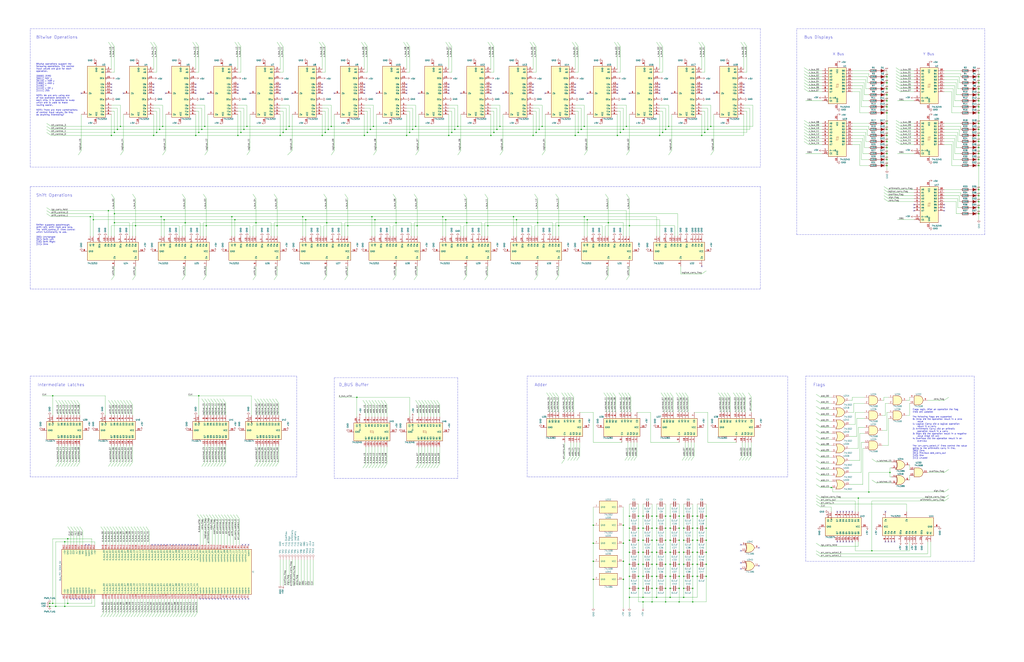
<source format=kicad_sch>
(kicad_sch (version 20211123) (generator eeschema)
  (paper "D")
  (title_block (title "ALU Module") (date "2020-06-02") (rev "0.1"))
  (lib_symbols
    (symbol "74xx:74LS02" (pin_names (offset 1.016))
      (property "Reference" "U" (at 0 1.27 0))
      (property "Value" "74LS02" (at 0 -1.27 0))
      (symbol "74LS02_1_1"
        (pin output inverted (at 7.62 0 180) (length 3.81) (name "~") (number "1"))
        (pin input line (at -7.62 2.54 0) (length 4.318) (name "~") (number "2"))
        (pin input line (at -7.62 -2.54 0) (length 4.318) (name "~") (number "3"))
      )
      (symbol "74LS02_1_2"
        (pin output line (at 7.62 0 180) (length 3.81) (name "~") (number "1"))
        (pin input inverted (at -7.62 2.54 0) (length 3.81) (name "~") (number "2"))
        (pin input inverted (at -7.62 -2.54 0) (length 3.81) (name "~") (number "3"))
      )
      (symbol "74LS02_2_1"
        (pin output inverted (at 7.62 0 180) (length 3.81) (name "~") (number "4"))
        (pin input line (at -7.62 2.54 0) (length 4.318) (name "~") (number "5"))
        (pin input line (at -7.62 -2.54 0) (length 4.318) (name "~") (number "6"))
      )
      (symbol "74LS02_2_2"
        (pin output line (at 7.62 0 180) (length 3.81) (name "~") (number "4"))
        (pin input inverted (at -7.62 2.54 0) (length 3.81) (name "~") (number "5"))
        (pin input inverted (at -7.62 -2.54 0) (length 3.81) (name "~") (number "6"))
      )
      (symbol "74LS02_3_1"
        (pin output inverted (at 7.62 0 180) (length 3.81) (name "~") (number "10"))
        (pin input line (at -7.62 2.54 0) (length 4.318) (name "~") (number "8"))
        (pin input line (at -7.62 -2.54 0) (length 4.318) (name "~") (number "9"))
      )
      (symbol "74LS02_3_2"
        (pin output line (at 7.62 0 180) (length 3.81) (name "~") (number "10"))
        (pin input inverted (at -7.62 2.54 0) (length 3.81) (name "~") (number "8"))
        (pin input inverted (at -7.62 -2.54 0) (length 3.81) (name "~") (number "9"))
      )
      (symbol "74LS02_4_1"
        (pin input line (at -7.62 2.54 0) (length 4.318) (name "~") (number "11"))
        (pin input line (at -7.62 -2.54 0) (length 4.318) (name "~") (number "12"))
        (pin output inverted (at 7.62 0 180) (length 3.81) (name "~") (number "13"))
      )
      (symbol "74LS02_4_2"
        (pin input inverted (at -7.62 2.54 0) (length 3.81) (name "~") (number "11"))
        (pin input inverted (at -7.62 -2.54 0) (length 3.81) (name "~") (number "12"))
        (pin output line (at 7.62 0 180) (length 3.81) (name "~") (number "13"))
      )
      (symbol "74LS02_5_0"
        (pin power_in line (at 0 12.7 270) (length 5.08) (name "VCC") (number "14"))
        (pin power_in line (at 0 -12.7 90) (length 5.08) (name "GND") (number "7"))
      )
    )
    (symbol "74xx:74LS08" (pin_names (offset 1.016))
      (property "Reference" "U" (at 0 1.27 0))
      (property "Value" "74LS08" (at 0 -1.27 0))
      (symbol "74LS08_1_1"
        (pin input line (at -7.62 2.54 0) (length 3.81) (name "~") (number "1"))
        (pin input line (at -7.62 -2.54 0) (length 3.81) (name "~") (number "2"))
        (pin output line (at 7.62 0 180) (length 3.81) (name "~") (number "3"))
      )
      (symbol "74LS08_1_2"
        (pin input inverted (at -7.62 2.54 0) (length 4.318) (name "~") (number "1"))
        (pin input inverted (at -7.62 -2.54 0) (length 4.318) (name "~") (number "2"))
        (pin output inverted (at 7.62 0 180) (length 3.81) (name "~") (number "3"))
      )
      (symbol "74LS08_2_1"
        (pin input line (at -7.62 2.54 0) (length 3.81) (name "~") (number "4"))
        (pin input line (at -7.62 -2.54 0) (length 3.81) (name "~") (number "5"))
        (pin output line (at 7.62 0 180) (length 3.81) (name "~") (number "6"))
      )
      (symbol "74LS08_2_2"
        (pin input inverted (at -7.62 2.54 0) (length 4.318) (name "~") (number "4"))
        (pin input inverted (at -7.62 -2.54 0) (length 4.318) (name "~") (number "5"))
        (pin output inverted (at 7.62 0 180) (length 3.81) (name "~") (number "6"))
      )
      (symbol "74LS08_3_1"
        (pin input line (at -7.62 -2.54 0) (length 3.81) (name "~") (number "10"))
        (pin output line (at 7.62 0 180) (length 3.81) (name "~") (number "8"))
        (pin input line (at -7.62 2.54 0) (length 3.81) (name "~") (number "9"))
      )
      (symbol "74LS08_3_2"
        (pin input inverted (at -7.62 -2.54 0) (length 4.318) (name "~") (number "10"))
        (pin output inverted (at 7.62 0 180) (length 3.81) (name "~") (number "8"))
        (pin input inverted (at -7.62 2.54 0) (length 4.318) (name "~") (number "9"))
      )
      (symbol "74LS08_4_1"
        (pin output line (at 7.62 0 180) (length 3.81) (name "~") (number "11"))
        (pin input line (at -7.62 2.54 0) (length 3.81) (name "~") (number "12"))
        (pin input line (at -7.62 -2.54 0) (length 3.81) (name "~") (number "13"))
      )
      (symbol "74LS08_4_2"
        (pin output inverted (at 7.62 0 180) (length 3.81) (name "~") (number "11"))
        (pin input inverted (at -7.62 2.54 0) (length 4.318) (name "~") (number "12"))
        (pin input inverted (at -7.62 -2.54 0) (length 4.318) (name "~") (number "13"))
      )
      (symbol "74LS08_5_0"
        (pin power_in line (at 0 12.7 270) (length 5.08) (name "VCC") (number "14"))
        (pin power_in line (at 0 -12.7 90) (length 5.08) (name "GND") (number "7"))
      )
    )
    (symbol "74xx:74LS253" (pin_names (offset 1.016))
      (property "Reference" "U" (at -7.62 21.59 0))
      (property "Value" "74LS253" (at -7.62 -24.13 0))
      (symbol "74LS253_1_0"
        (pin input inverted (at -12.7 5.08 0) (length 5.08) (name "OEa") (number "1"))
        (pin input line (at -12.7 0 0) (length 5.08) (name "I0b") (number "10"))
        (pin input line (at -12.7 -2.54 0) (length 5.08) (name "I1b") (number "11"))
        (pin input line (at -12.7 -5.08 0) (length 5.08) (name "I2b") (number "12"))
        (pin input line (at -12.7 -7.62 0) (length 5.08) (name "I3b") (number "13"))
        (pin input line (at -12.7 -17.78 0) (length 5.08) (name "A0") (number "14"))
        (pin input inverted (at -12.7 -12.7 0) (length 5.08) (name "OEb") (number "15"))
        (pin power_in line (at 0 25.4 270) (length 5.08) (name "VCC") (number "16"))
        (pin input line (at -12.7 -20.32 0) (length 5.08) (name "A1") (number "2"))
        (pin input line (at -12.7 10.16 0) (length 5.08) (name "I3a") (number "3"))
        (pin input line (at -12.7 12.7 0) (length 5.08) (name "I2a") (number "4"))
        (pin input line (at -12.7 15.24 0) (length 5.08) (name "I1a") (number "5"))
        (pin input line (at -12.7 17.78 0) (length 5.08) (name "I0a") (number "6"))
        (pin tri_state line (at 12.7 17.78 180) (length 5.08) (name "Za") (number "7"))
        (pin power_in line (at 0 -27.94 90) (length 5.08) (name "GND") (number "8"))
        (pin tri_state line (at 12.7 0 180) (length 5.08) (name "Zb") (number "9"))
      )
    )
    (symbol "74xx:74LS283" (pin_names (offset 1.016))
      (property "Reference" "U" (at -7.62 16.51 0))
      (property "Value" "74LS283" (at -7.62 -16.51 0))
      (symbol "74LS283_1_0"
        (pin output line (at 12.7 10.16 180) (length 5.08) (name "S2") (number "1"))
        (pin output line (at 12.7 5.08 180) (length 5.08) (name "S4") (number "10"))
        (pin input line (at -12.7 -12.7 0) (length 5.08) (name "B4") (number "11"))
        (pin input line (at -12.7 0 0) (length 5.08) (name "A4") (number "12"))
        (pin output line (at 12.7 7.62 180) (length 5.08) (name "S3") (number "13"))
        (pin input line (at -12.7 2.54 0) (length 5.08) (name "A3") (number "14"))
        (pin input line (at -12.7 -10.16 0) (length 5.08) (name "B3") (number "15"))
        (pin power_in line (at 0 20.32 270) (length 5.08) (name "VCC") (number "16"))
        (pin input line (at -12.7 -7.62 0) (length 5.08) (name "B2") (number "2"))
        (pin input line (at -12.7 5.08 0) (length 5.08) (name "A2") (number "3"))
        (pin output line (at 12.7 12.7 180) (length 5.08) (name "S1") (number "4"))
        (pin input line (at -12.7 7.62 0) (length 5.08) (name "A1") (number "5"))
        (pin input line (at -12.7 -5.08 0) (length 5.08) (name "B1") (number "6"))
        (pin input line (at -12.7 12.7 0) (length 5.08) (name "C0") (number "7"))
        (pin power_in line (at 0 -20.32 90) (length 5.08) (name "GND") (number "8"))
        (pin output line (at 12.7 0 180) (length 5.08) (name "C4") (number "9"))
      )
    )
    (symbol "74xx:74LS574" (pin_names (offset 1.016))
      (property "Reference" "U" (at -7.62 16.51 0))
      (property "Value" "74LS574" (at -7.62 -16.51 0))
      (symbol "74LS574_1_0"
        (pin input inverted (at -12.7 -12.7 0) (length 5.08) (name "OE") (number "1"))
        (pin power_in line (at 0 -20.32 90) (length 5.08) (name "GND") (number "10"))
        (pin input clock (at -12.7 -10.16 0) (length 5.08) (name "Cp") (number "11"))
        (pin tri_state line (at 12.7 -5.08 180) (length 5.08) (name "Q7") (number "12"))
        (pin tri_state line (at 12.7 -2.54 180) (length 5.08) (name "Q6") (number "13"))
        (pin tri_state line (at 12.7 0 180) (length 5.08) (name "Q5") (number "14"))
        (pin tri_state line (at 12.7 2.54 180) (length 5.08) (name "Q4") (number "15"))
        (pin tri_state line (at 12.7 5.08 180) (length 5.08) (name "Q3") (number "16"))
        (pin tri_state line (at 12.7 7.62 180) (length 5.08) (name "Q2") (number "17"))
        (pin tri_state line (at 12.7 10.16 180) (length 5.08) (name "Q1") (number "18"))
        (pin tri_state line (at 12.7 12.7 180) (length 5.08) (name "Q0") (number "19"))
        (pin input line (at -12.7 12.7 0) (length 5.08) (name "D0") (number "2"))
        (pin power_in line (at 0 20.32 270) (length 5.08) (name "VCC") (number "20"))
        (pin input line (at -12.7 10.16 0) (length 5.08) (name "D1") (number "3"))
        (pin input line (at -12.7 7.62 0) (length 5.08) (name "D2") (number "4"))
        (pin input line (at -12.7 5.08 0) (length 5.08) (name "D3") (number "5"))
        (pin input line (at -12.7 2.54 0) (length 5.08) (name "D4") (number "6"))
        (pin input line (at -12.7 0 0) (length 5.08) (name "D5") (number "7"))
        (pin input line (at -12.7 -2.54 0) (length 5.08) (name "D6") (number "8"))
        (pin input line (at -12.7 -5.08 0) (length 5.08) (name "D7") (number "9"))
      )
    )
    (symbol "74xx:74LS86" (pin_names (offset 1.016))
      (property "Reference" "U" (at 0 1.27 0))
      (property "Value" "74LS86" (at 0 -1.27 0))
      (symbol "74LS86_1_0"
        (pin input line (at -7.62 2.54 0) (length 4.445) (name "~") (number "1"))
        (pin input line (at -7.62 -2.54 0) (length 4.445) (name "~") (number "2"))
        (pin output line (at 7.62 0 180) (length 3.81) (name "~") (number "3"))
      )
      (symbol "74LS86_2_0"
        (pin input line (at -7.62 2.54 0) (length 4.445) (name "~") (number "4"))
        (pin input line (at -7.62 -2.54 0) (length 4.445) (name "~") (number "5"))
        (pin output line (at 7.62 0 180) (length 3.81) (name "~") (number "6"))
      )
      (symbol "74LS86_3_0"
        (pin input line (at -7.62 -2.54 0) (length 4.445) (name "~") (number "10"))
        (pin output line (at 7.62 0 180) (length 3.81) (name "~") (number "8"))
        (pin input line (at -7.62 2.54 0) (length 4.445) (name "~") (number "9"))
      )
      (symbol "74LS86_4_0"
        (pin output line (at 7.62 0 180) (length 3.81) (name "~") (number "11"))
        (pin input line (at -7.62 2.54 0) (length 4.445) (name "~") (number "12"))
        (pin input line (at -7.62 -2.54 0) (length 4.445) (name "~") (number "13"))
      )
      (symbol "74LS86_5_0"
        (pin power_in line (at 0 12.7 270) (length 5.08) (name "VCC") (number "14"))
        (pin power_in line (at 0 -12.7 90) (length 5.08) (name "GND") (number "7"))
      )
    )
    (symbol "ALUModule-rescue:74LS245_BiDirection-74ls245_bidirection" (pin_names (offset 1.016))
      (property "Reference" "U" (at -7.62 16.51 0))
      (property "Value" "74LS245_BiDirection-74ls245_bidirection" (at -7.62 -16.51 0))
      (symbol "74LS245_BiDirection-74ls245_bidirection_1_0"
        (pin input line (at -12.7 -10.16 0) (length 5.08) (name "A->B") (number "1"))
        (pin power_in line (at 0 -20.32 90) (length 5.08) (name "GND") (number "10"))
        (pin bidirectional line (at 12.7 -5.08 180) (length 5.08) (name "B7") (number "11"))
        (pin bidirectional line (at 12.7 -2.54 180) (length 5.08) (name "B6") (number "12"))
        (pin bidirectional line (at 12.7 0 180) (length 5.08) (name "B5") (number "13"))
        (pin bidirectional line (at 12.7 2.54 180) (length 5.08) (name "B4") (number "14"))
        (pin bidirectional line (at 12.7 5.08 180) (length 5.08) (name "B3") (number "15"))
        (pin bidirectional line (at 12.7 7.62 180) (length 5.08) (name "B2") (number "16"))
        (pin bidirectional line (at 12.7 10.16 180) (length 5.08) (name "B1") (number "17"))
        (pin bidirectional line (at 12.7 12.7 180) (length 5.08) (name "B0") (number "18"))
        (pin input inverted (at -12.7 -12.7 0) (length 5.08) (name "CE") (number "19"))
        (pin bidirectional line (at -12.7 12.7 0) (length 5.08) (name "A0") (number "2"))
        (pin power_in line (at 0 20.32 270) (length 5.08) (name "VCC") (number "20"))
        (pin bidirectional line (at -12.7 10.16 0) (length 5.08) (name "A1") (number "3"))
        (pin bidirectional line (at -12.7 7.62 0) (length 5.08) (name "A2") (number "4"))
        (pin bidirectional line (at -12.7 5.08 0) (length 5.08) (name "A3") (number "5"))
        (pin bidirectional line (at -12.7 2.54 0) (length 5.08) (name "A4") (number "6"))
        (pin bidirectional line (at -12.7 0 0) (length 5.08) (name "A5") (number "7"))
        (pin bidirectional line (at -12.7 -2.54 0) (length 5.08) (name "A6") (number "8"))
        (pin bidirectional line (at -12.7 -5.08 0) (length 5.08) (name "A7") (number "9"))
      )
    )
    (symbol "ALUModule-rescue:Bus_PCI_32bit_5V-cpu_custom_symbols"
      (property "Reference" "J" (at 0 80.01 0))
      (property "Value" "Bus_PCI_32bit_5V-cpu_custom_symbols" (at 0 -82.55 0))
      (symbol "Bus_PCI_32bit_5V-cpu_custom_symbols_1_1"
        (pin passive line (at 22.86 76.2 180) (length 3.81) (name "spare") (number "A1"))
        (pin passive line (at 22.86 53.34 180) (length 3.81) (name "spare") (number "A10"))
        (pin passive line (at 22.86 50.8 180) (length 3.81) (name "spare") (number "A11"))
        (pin passive line (at 22.86 48.26 180) (length 3.81) (name "spare") (number "A12"))
        (pin passive line (at 22.86 45.72 180) (length 3.81) (name "spare") (number "A13"))
        (pin passive line (at 22.86 43.18 180) (length 3.81) (name "spare") (number "A14"))
        (pin passive line (at 22.86 40.64 180) (length 3.81) (name "spare") (number "A15"))
        (pin passive line (at 22.86 38.1 180) (length 3.81) (name "spare") (number "A16"))
        (pin passive line (at 22.86 35.56 180) (length 3.81) (name "spare") (number "A17"))
        (pin passive line (at 22.86 33.02 180) (length 3.81) (name "y_bus_15") (number "A18"))
        (pin passive line (at 22.86 30.48 180) (length 3.81) (name "y_bus_14") (number "A19"))
        (pin passive line (at 22.86 73.66 180) (length 3.81) (name "spare") (number "A2"))
        (pin passive line (at 22.86 27.94 180) (length 3.81) (name "y_bus_13") (number "A20"))
        (pin passive line (at 22.86 25.4 180) (length 3.81) (name "y_bus_12") (number "A21"))
        (pin passive line (at 22.86 22.86 180) (length 3.81) (name "y_bus_11") (number "A22"))
        (pin passive line (at 22.86 20.32 180) (length 3.81) (name "y_bus_10") (number "A23"))
        (pin passive line (at 22.86 17.78 180) (length 3.81) (name "y_bus_09") (number "A24"))
        (pin passive line (at 22.86 15.24 180) (length 3.81) (name "y_bus_08") (number "A25"))
        (pin passive line (at 22.86 12.7 180) (length 3.81) (name "y_bus_07") (number "A26"))
        (pin passive line (at 22.86 10.16 180) (length 3.81) (name "y_bus_06") (number "A27"))
        (pin passive line (at 22.86 7.62 180) (length 3.81) (name "y_bus_05") (number "A28"))
        (pin passive line (at 22.86 5.08 180) (length 3.81) (name "y_bus_04") (number "A29"))
        (pin passive line (at 22.86 71.12 180) (length 3.81) (name "spare") (number "A3"))
        (pin passive line (at 22.86 2.54 180) (length 3.81) (name "y_bus_03") (number "A30"))
        (pin passive line (at 22.86 0 180) (length 3.81) (name "y_bus_02") (number "A31"))
        (pin passive line (at 22.86 -2.54 180) (length 3.81) (name "y_bus_01") (number "A32"))
        (pin passive line (at 22.86 -5.08 180) (length 3.81) (name "y_bus_00") (number "A33"))
        (pin passive line (at 22.86 -7.62 180) (length 3.81) (name "x_bus_15") (number "A34"))
        (pin passive line (at 22.86 -10.16 180) (length 3.81) (name "x_bus_14") (number "A35"))
        (pin passive line (at 22.86 -12.7 180) (length 3.81) (name "x_bus_13") (number "A36"))
        (pin passive line (at 22.86 -15.24 180) (length 3.81) (name "x_bus_12") (number "A37"))
        (pin passive line (at 22.86 -17.78 180) (length 3.81) (name "x_bus_11") (number "A38"))
        (pin passive line (at 22.86 -20.32 180) (length 3.81) (name "x_bus_10") (number "A39"))
        (pin passive line (at 22.86 68.58 180) (length 3.81) (name "spare") (number "A4"))
        (pin passive line (at 22.86 -22.86 180) (length 3.81) (name "x_bus_09") (number "A40"))
        (pin passive line (at 22.86 -25.4 180) (length 3.81) (name "x_bus_08") (number "A41"))
        (pin passive line (at 22.86 -27.94 180) (length 3.81) (name "x_bus_07") (number "A42"))
        (pin passive line (at 22.86 -30.48 180) (length 3.81) (name "x_bus_06") (number "A43"))
        (pin passive line (at 22.86 -33.02 180) (length 3.81) (name "x_bus_05") (number "A44"))
        (pin passive line (at 22.86 -35.56 180) (length 3.81) (name "x_bus_04") (number "A45"))
        (pin passive line (at 22.86 -38.1 180) (length 3.81) (name "x_bus_03") (number "A46"))
        (pin passive line (at 22.86 -40.64 180) (length 3.81) (name "x_bus_02") (number "A47"))
        (pin passive line (at 22.86 -43.18 180) (length 3.81) (name "x_bus_01") (number "A48"))
        (pin passive line (at 22.86 -45.72 180) (length 3.81) (name "x_bus_00") (number "A49"))
        (pin passive line (at 22.86 66.04 180) (length 3.81) (name "spare") (number "A5"))
        (pin passive line (at 22.86 -53.34 180) (length 3.81) (name "+5V") (number "A52"))
        (pin passive line (at 22.86 -55.88 180) (length 3.81) (name "GND") (number "A53"))
        (pin passive line (at 22.86 -58.42 180) (length 3.81) (name "spare") (number "A54"))
        (pin passive line (at 22.86 -60.96 180) (length 3.81) (name "spare") (number "A55"))
        (pin passive line (at 22.86 -63.5 180) (length 3.81) (name "spare") (number "A56"))
        (pin passive line (at 22.86 -66.04 180) (length 3.81) (name "spare") (number "A57"))
        (pin passive line (at 22.86 -68.58 180) (length 3.81) (name "spare") (number "A58"))
        (pin passive line (at 22.86 -71.12 180) (length 3.81) (name "spare") (number "A59"))
        (pin passive line (at 22.86 63.5 180) (length 3.81) (name "spare") (number "A6"))
        (pin passive line (at 22.86 -73.66 180) (length 3.81) (name "spare") (number "A60"))
        (pin passive line (at 22.86 -76.2 180) (length 3.81) (name "GND") (number "A61"))
        (pin passive line (at 22.86 -78.74 180) (length 3.81) (name "+5V") (number "A62"))
        (pin passive line (at 22.86 60.96 180) (length 3.81) (name "spare") (number "A7"))
        (pin passive line (at 22.86 58.42 180) (length 3.81) (name "spare") (number "A8"))
        (pin passive line (at 22.86 55.88 180) (length 3.81) (name "spare") (number "A9"))
        (pin passive line (at -22.86 76.2 0) (length 3.81) (name "spare") (number "B1"))
        (pin passive line (at -22.86 53.34 0) (length 3.81) (name "control_07") (number "B10"))
        (pin passive line (at -22.86 50.8 0) (length 3.81) (name "control_06") (number "B11"))
        (pin passive line (at -22.86 48.26 0) (length 3.81) (name "control_05") (number "B12"))
        (pin passive line (at -22.86 45.72 0) (length 3.81) (name "control_04") (number "B13"))
        (pin passive line (at -22.86 43.18 0) (length 3.81) (name "control_03") (number "B14"))
        (pin passive line (at -22.86 40.64 0) (length 3.81) (name "control_02") (number "B15"))
        (pin passive line (at -22.86 38.1 0) (length 3.81) (name "control_01") (number "B16"))
        (pin passive line (at -22.86 35.56 0) (length 3.81) (name "control_00") (number "B17"))
        (pin passive line (at -22.86 33.02 0) (length 3.81) (name "a_bus_15") (number "B18"))
        (pin passive line (at -22.86 30.48 0) (length 3.81) (name "a_bus_14") (number "B19"))
        (pin passive line (at -22.86 73.66 0) (length 3.81) (name "control_15") (number "B2"))
        (pin passive line (at -22.86 27.94 0) (length 3.81) (name "a_bus_13") (number "B20"))
        (pin passive line (at -22.86 25.4 0) (length 3.81) (name "a_bus_12") (number "B21"))
        (pin passive line (at -22.86 22.86 0) (length 3.81) (name "a_bus_11") (number "B22"))
        (pin passive line (at -22.86 20.32 0) (length 3.81) (name "a_bus_10") (number "B23"))
        (pin passive line (at -22.86 17.78 0) (length 3.81) (name "a_bus_09") (number "B24"))
        (pin passive line (at -22.86 15.24 0) (length 3.81) (name "a_bus_08") (number "B25"))
        (pin passive line (at -22.86 12.7 0) (length 3.81) (name "a_bus_07") (number "B26"))
        (pin passive line (at -22.86 10.16 0) (length 3.81) (name "a_bus_06") (number "B27"))
        (pin passive line (at -22.86 7.62 0) (length 3.81) (name "a_bus_05") (number "B28"))
        (pin passive line (at -22.86 5.08 0) (length 3.81) (name "a_bus_04") (number "B29"))
        (pin passive line (at -22.86 71.12 0) (length 3.81) (name "control_14") (number "B3"))
        (pin passive line (at -22.86 2.54 0) (length 3.81) (name "a_bus_03") (number "B30"))
        (pin passive line (at -22.86 0 0) (length 3.81) (name "a_bus_02") (number "B31"))
        (pin passive line (at -22.86 -2.54 0) (length 3.81) (name "a_bus_01") (number "B32"))
        (pin passive line (at -22.86 -5.08 0) (length 3.81) (name "a_bus_00") (number "B33"))
        (pin passive line (at -22.86 -7.62 0) (length 3.81) (name "d_bus_15") (number "B34"))
        (pin passive line (at -22.86 -10.16 0) (length 3.81) (name "d_bus_14") (number "B35"))
        (pin passive line (at -22.86 -12.7 0) (length 3.81) (name "d_bus_13") (number "B36"))
        (pin passive line (at -22.86 -15.24 0) (length 3.81) (name "d_bus_12") (number "B37"))
        (pin passive line (at -22.86 -17.78 0) (length 3.81) (name "d_bus_11") (number "B38"))
        (pin passive line (at -22.86 -20.32 0) (length 3.81) (name "d_bus_10") (number "B39"))
        (pin passive line (at -22.86 68.58 0) (length 3.81) (name "control_13") (number "B4"))
        (pin passive line (at -22.86 -22.86 0) (length 3.81) (name "d_bus_09") (number "B40"))
        (pin passive line (at -22.86 -25.4 0) (length 3.81) (name "d_bus_08") (number "B41"))
        (pin passive line (at -22.86 -27.94 0) (length 3.81) (name "d_bus_07") (number "B42"))
        (pin passive line (at -22.86 -30.48 0) (length 3.81) (name "d_bus_06") (number "B43"))
        (pin passive line (at -22.86 -33.02 0) (length 3.81) (name "d_bus_05") (number "B44"))
        (pin passive line (at -22.86 -35.56 0) (length 3.81) (name "d_bus_04") (number "B45"))
        (pin passive line (at -22.86 -38.1 0) (length 3.81) (name "d_bus_03") (number "B46"))
        (pin passive line (at -22.86 -40.64 0) (length 3.81) (name "d_bus_02") (number "B47"))
        (pin passive line (at -22.86 -43.18 0) (length 3.81) (name "d_bus_01") (number "B48"))
        (pin passive line (at -22.86 -45.72 0) (length 3.81) (name "d_bus_00") (number "B49"))
        (pin passive line (at -22.86 66.04 0) (length 3.81) (name "control_12") (number "B5"))
        (pin passive line (at -22.86 -53.34 0) (length 3.81) (name "+5V") (number "B52"))
        (pin passive line (at -22.86 -55.88 0) (length 3.81) (name "GND") (number "B53"))
        (pin passive line (at -22.86 -58.42 0) (length 3.81) (name "spare") (number "B54"))
        (pin passive line (at -22.86 -60.96 0) (length 3.81) (name "spare") (number "B55"))
        (pin passive line (at -22.86 -63.5 0) (length 3.81) (name "RST") (number "B56"))
        (pin passive line (at -22.86 -66.04 0) (length 3.81) (name "DBG") (number "B57"))
        (pin passive line (at -22.86 -68.58 0) (length 3.81) (name "HLT") (number "B58"))
        (pin passive line (at -22.86 -71.12 0) (length 3.81) (name "~{CLK}") (number "B59"))
        (pin passive line (at -22.86 63.5 0) (length 3.81) (name "control_11") (number "B6"))
        (pin passive line (at -22.86 -73.66 0) (length 3.81) (name "CLK") (number "B60"))
        (pin passive line (at -22.86 -76.2 0) (length 3.81) (name "GND") (number "B61"))
        (pin passive line (at -22.86 -78.74 0) (length 3.81) (name "+5V") (number "B62"))
        (pin passive line (at -22.86 60.96 0) (length 3.81) (name "control_10") (number "B7"))
        (pin passive line (at -22.86 58.42 0) (length 3.81) (name "control_09") (number "B8"))
        (pin passive line (at -22.86 55.88 0) (length 3.81) (name "control_08") (number "B9"))
      )
    )
    (symbol "Connector:TestPoint" (pin_numbers hide) (pin_names (offset 0.762) hide)
      (property "Reference" "TP" (at 0 6.858 0))
      (property "Value" "TestPoint" (at 0 5.08 0))
      (symbol "TestPoint_1_1"
        (pin passive line (at 0 0 90) (length 2.54) (name "1") (number "1"))
      )
    )
    (symbol "Device:C" (pin_numbers hide) (pin_names (offset 0.254))
      (property "Reference" "C" (at 0.635 2.54 0))
      (property "Value" "C" (at 0.635 -2.54 0))
      (symbol "C_1_1"
        (pin passive line (at 0 3.81 270) (length 2.794) (name "~") (number "1"))
        (pin passive line (at 0 -3.81 90) (length 2.794) (name "~") (number "2"))
      )
    )
    (symbol "Device:LED_ALT" (pin_numbers hide) (pin_names (offset 1.016) hide)
      (property "Reference" "D" (at 0 2.54 0))
      (property "Value" "Device_LED_ALT" (at 0 -2.54 0))
      (symbol "LED_ALT_1_1"
        (pin passive line (at -3.81 0 0) (length 2.54) (name "K") (number "1"))
        (pin passive line (at 3.81 0 180) (length 2.54) (name "A") (number "2"))
      )
    )
    (symbol "Device:R" (pin_numbers hide) (pin_names (offset 0))
      (property "Reference" "R" (at 2.032 0 90))
      (property "Value" "R" (at 0 0 90))
      (symbol "R_1_1"
        (pin passive line (at 0 3.81 270) (length 1.27) (name "~") (number "1"))
        (pin passive line (at 0 -3.81 90) (length 1.27) (name "~") (number "2"))
      )
    )
    (symbol "power:+5V" (power) (pin_names (offset 0))
      (property "Value" "+5V" (at 0 3.556 0))
      (symbol "+5V_1_1"
        (pin power_in line (at 0 0 90) (length 0) hide (name "+5V") (number "1"))
      )
    )
    (symbol "power:GND" (power) (pin_names (offset 0))
      (property "Value" "GND" (at 0 -3.81 0))
      (symbol "GND_1_1"
        (pin power_in line (at 0 0 270) (length 0) hide (name "GND") (number "1"))
      )
    )
    (symbol "power:PWR_FLAG" (power) (pin_numbers hide) (pin_names (offset 0) hide)
      (property "Value" "PWR_FLAG" (at 0 3.81 0))
      (symbol "PWR_FLAG_0_0"
        (pin power_out line (at 0 0 90) (length 0) (name "pwr") (number "1"))
      )
    )
  )
  (junction (at 276.86 109.22))
  (junction (at 525.78 488.95))
  (junction (at 561.34 466.09))
  (junction (at 542.29 466.09))
  (junction (at 538.48 445.77))
  (junction (at 561.34 455.93))
  (junction (at 238.76 111.76))
  (junction (at 156.21 187.96))
  (junction (at 41.91 509.27))
  (junction (at 591.82 114.3))
  (junction (at 500.38 458.47))
  (junction (at 96.52 180.34))
  (junction (at 313.69 182.88))
  (junction (at 549.91 445.77))
  (junction (at 198.12 185.42))
  (junction (at 748.03 69.85))
  (junction (at 433.07 182.88))
  (junction (at 561.34 508))
  (junction (at 572.77 508))
  (junction (at 530.86 455.93))
  (junction (at 525.78 473.71))
  (junction (at 279.4 106.68))
  (junction (at 538.48 435.61))
  (junction (at 825.5 165.1))
  (junction (at 411.48 190.5))
  (junction (at 825.5 129.54))
  (junction (at 542.29 486.41))
  (junction (at 271.78 114.3))
  (junction (at 825.5 119.38))
  (junction (at 342.9 114.3))
  (junction (at 57.15 509.27))
  (junction (at 530.86 476.25))
  (junction (at 825.5 114.3))
  (junction (at 542.29 435.61))
  (junction (at 386.08 106.68))
  (junction (at 314.96 106.68))
  (junction (at 257.81 185.42))
  (junction (at 307.34 114.3))
  (junction (at 530.86 496.57))
  (junction (at 748.03 129.54))
  (junction (at 215.9 187.96))
  (junction (at 255.27 182.88))
  (junction (at 435.61 185.42))
  (junction (at 825.5 109.22))
  (junction (at 748.03 139.7))
  (junction (at 383.54 109.22))
  (junction (at 99.06 109.22))
  (junction (at 576.58 435.61))
  (junction (at 558.8 111.76))
  (junction (at 538.48 496.57))
  (junction (at 553.72 476.25))
  (junction (at 530.86 486.41))
  (junction (at 300.99 335.28))
  (junction (at 750.57 398.78))
  (junction (at 172.72 106.68))
  (junction (at 572.77 486.41))
  (junction (at 595.63 455.93))
  (junction (at 825.5 95.25))
  (junction (at 44.45 334.01))
  (junction (at 542.29 455.93))
  (junction (at 572.77 476.25))
  (junction (at 549.91 435.61))
  (junction (at 825.5 180.34))
  (junction (at 54.61 511.81))
  (junction (at 351.79 190.5))
  (junction (at 748.03 74.93))
  (junction (at 530.86 445.77))
  (junction (at 825.5 104.14))
  (junction (at 453.39 187.96))
  (junction (at 549.91 466.09))
  (junction (at 584.2 445.77))
  (junction (at 748.03 85.09))
  (junction (at 137.16 106.68))
  (junction (at 825.5 85.09))
  (junction (at 588.01 466.09))
  (junction (at 553.72 486.41))
  (junction (at 572.77 445.77))
  (junction (at 561.34 435.61))
  (junction (at 525.78 458.47))
  (junction (at 129.54 114.3))
  (junction (at 576.58 496.57))
  (junction (at 595.63 486.41))
  (junction (at 542.29 476.25))
  (junction (at 93.98 114.3))
  (junction (at 549.91 455.93))
  (junction (at 565.15 476.25))
  (junction (at 549.91 508))
  (junction (at 572.77 466.09))
  (junction (at 542.29 504.19))
  (junction (at 316.23 185.42))
  (junction (at 41.91 511.81))
  (junction (at 135.89 182.88))
  (junction (at 243.84 106.68))
  (junction (at 825.5 175.26))
  (junction (at 91.44 177.8))
  (junction (at 595.63 466.09))
  (junction (at 96.52 111.76))
  (junction (at 530.86 190.5))
  (junction (at 525.78 109.22))
  (junction (at 44.45 509.27))
  (junction (at 825.5 80.01))
  (junction (at 500.38 473.71))
  (junction (at 553.72 435.61))
  (junction (at 825.5 69.85))
  (junction (at 588.01 476.25))
  (junction (at 530.86 504.19))
  (junction (at 167.64 334.01))
  (junction (at 195.58 182.88))
  (junction (at 825.5 134.62))
  (junction (at 513.08 187.96))
  (junction (at 576.58 466.09))
  (junction (at 572.77 455.93))
  (junction (at 576.58 486.41))
  (junction (at 565.15 466.09))
  (junction (at 596.9 109.22))
  (junction (at 825.5 160.02))
  (junction (at 549.91 476.25))
  (junction (at 825.5 170.18))
  (junction (at 293.37 190.5))
  (junction (at 584.2 466.09))
  (junction (at 825.5 90.17))
  (junction (at 530.86 435.61))
  (junction (at 584.2 486.41))
  (junction (at 748.03 109.22))
  (junction (at 46.99 511.81))
  (junction (at 528.32 106.68))
  (junction (at 485.14 114.3))
  (junction (at 565.15 504.19))
  (junction (at 538.48 476.25))
  (junction (at 78.74 185.42))
  (junction (at 584.2 476.25))
  (junction (at 572.77 496.57))
  (junction (at 576.58 476.25))
  (junction (at 561.34 109.22))
  (junction (at 595.63 435.61))
  (junction (at 584.2 508))
  (junction (at 345.44 111.76))
  (junction (at 525.78 443.23))
  (junction (at 57.15 454.66))
  (junction (at 165.1 114.3))
  (junction (at 500.38 443.23))
  (junction (at 208.28 106.68))
  (junction (at 584.2 496.57))
  (junction (at 495.3 185.42))
  (junction (at 170.18 109.22))
  (junction (at 487.68 111.76))
  (junction (at 347.98 109.22))
  (junction (at 701.04 411.48))
  (junction (at 561.34 486.41))
  (junction (at 538.48 486.41))
  (junction (at 96.52 187.96))
  (junction (at 561.34 496.57))
  (junction (at 542.29 508))
  (junction (at 748.03 104.14))
  (junction (at 748.03 90.17))
  (junction (at 236.22 114.3))
  (junction (at 203.2 111.76))
  (junction (at 572.77 435.61))
  (junction (at 375.92 185.42))
  (junction (at 553.72 455.93))
  (junction (at 200.66 114.3))
  (junction (at 588.01 486.41))
  (junction (at 381 111.76))
  (junction (at 274.32 111.76))
  (junction (at 549.91 486.41))
  (junction (at 556.26 114.3))
  (junction (at 549.91 496.57))
  (junction (at 588.01 445.77))
  (junction (at 748.03 80.01))
  (junction (at 748.03 134.62))
  (junction (at 748.03 124.46))
  (junction (at 205.74 109.22))
  (junction (at 576.58 504.19))
  (junction (at 538.48 466.09))
  (junction (at 312.42 109.22))
  (junction (at 825.5 139.7))
  (junction (at 233.68 190.5))
  (junction (at 748.03 64.77))
  (junction (at 584.2 455.93))
  (junction (at 173.99 190.5))
  (junction (at 350.52 106.68))
  (junction (at 416.56 111.76))
  (junction (at 825.5 124.46))
  (junction (at 492.76 106.68))
  (junction (at 334.01 187.96))
  (junction (at 138.43 185.42))
  (junction (at 132.08 111.76))
  (junction (at 378.46 114.3))
  (junction (at 520.7 114.3))
  (junction (at 553.72 504.19))
  (junction (at 563.88 106.68))
  (junction (at 584.2 435.61))
  (junction (at 594.36 111.76))
  (junction (at 54.61 457.2))
  (junction (at 419.1 109.22))
  (junction (at 421.64 106.68))
  (junction (at 454.66 109.22))
  (junction (at 414.02 114.3))
  (junction (at 542.29 445.77))
  (junction (at 167.64 111.76))
  (junction (at 523.24 111.76))
  (junction (at 588.01 435.61))
  (junction (at 599.44 106.68))
  (junction (at 553.72 496.57))
  (junction (at 492.76 182.88))
  (junction (at 561.34 445.77))
  (junction (at 553.72 466.09))
  (junction (at 76.2 182.88))
  (junction (at 565.15 435.61))
  (junction (at 595.63 445.77))
  (junction (at 576.58 445.77))
  (junction (at 457.2 106.68))
  (junction (at 452.12 111.76))
  (junction (at 449.58 114.3))
  (junction (at 576.58 455.93))
  (junction (at 732.79 415.29))
  (junction (at 561.34 476.25))
  (junction (at 748.03 95.25))
  (junction (at 373.38 182.88))
  (junction (at 748.03 114.3))
  (junction (at 275.59 187.96))
  (junction (at 241.3 109.22))
  (junction (at 735.33 464.82))
  (junction (at 134.62 109.22))
  (junction (at 500.38 488.95))
  (junction (at 530.86 466.09))
  (junction (at 825.5 74.93))
  (junction (at 565.15 486.41))
  (junction (at 565.15 455.93))
  (junction (at 471.17 190.5))
  (junction (at 490.22 109.22))
  (junction (at 595.63 476.25))
  (junction (at 825.5 64.77))
  (junction (at 565.15 496.57))
  (junction (at 538.48 455.93))
  (junction (at 393.7 187.96))
  (junction (at 723.9 420.37))
  (junction (at 588.01 455.93))
  (junction (at 748.03 119.38))
  (junction (at 114.3 190.5))
  (junction (at 542.29 496.57))
  (junction (at 553.72 445.77))
  (junction (at 101.6 106.68))
  (junction (at 565.15 445.77))
  (junction (at 309.88 111.76))
  (no_connect (at 716.28 457.2))
  (no_connect (at 199.39 505.46))
  (no_connect (at 627.38 78.74))
  (no_connect (at 165.1 76.2))
  (no_connect (at 342.9 73.66))
  (no_connect (at 196.85 505.46))
  (no_connect (at 713.74 431.8))
  (no_connect (at 414.02 73.66))
  (no_connect (at 129.54 71.12))
  (no_connect (at 711.2 431.8))
  (no_connect (at 246.38 78.74))
  (no_connect (at 591.82 73.66))
  (no_connect (at 317.5 78.74))
  (no_connect (at 414.02 71.12))
  (no_connect (at 485.14 73.66))
  (no_connect (at 184.15 505.46))
  (no_connect (at 627.38 71.12))
  (no_connect (at 59.69 505.46))
  (no_connect (at 520.7 71.12))
  (no_connect (at 706.12 431.8))
  (no_connect (at 93.98 71.12))
  (no_connect (at 530.86 78.74))
  (no_connect (at 204.47 505.46))
  (no_connect (at 175.26 78.74))
  (no_connect (at 200.66 71.12))
  (no_connect (at 708.66 457.2))
  (no_connect (at 146.05 459.74))
  (no_connect (at 378.46 78.74))
  (no_connect (at 640.08 462.28))
  (no_connect (at 716.28 431.8))
  (no_connect (at 163.83 459.74))
  (no_connect (at 485.14 78.74))
  (no_connect (at 168.91 505.46))
  (no_connect (at 713.74 457.2))
  (no_connect (at 770.89 172.72))
  (no_connect (at 624.84 459.74))
  (no_connect (at 591.82 71.12))
  (no_connect (at 424.18 78.74))
  (no_connect (at 93.98 76.2))
  (no_connect (at 556.26 73.66))
  (no_connect (at 204.47 459.74))
  (no_connect (at 624.84 464.82))
  (no_connect (at 556.26 78.74))
  (no_connect (at 236.22 78.74))
  (no_connect (at 236.22 73.66))
  (no_connect (at 556.26 76.2))
  (no_connect (at 74.93 505.46))
  (no_connect (at 746.76 431.8))
  (no_connect (at 449.58 71.12))
  (no_connect (at 143.51 459.74))
  (no_connect (at 173.99 505.46))
  (no_connect (at 449.58 78.74))
  (no_connect (at 459.74 78.74))
  (no_connect (at 591.82 76.2))
  (no_connect (at 62.23 505.46))
  (no_connect (at 640.08 477.52))
  (no_connect (at 200.66 76.2))
  (no_connect (at 566.42 78.74))
  (no_connect (at 342.9 71.12))
  (no_connect (at 128.27 459.74))
  (no_connect (at 140.97 459.74))
  (no_connect (at 388.62 78.74))
  (no_connect (at 236.22 71.12))
  (no_connect (at 156.21 459.74))
  (no_connect (at 520.7 76.2))
  (no_connect (at 207.01 459.74))
  (no_connect (at 711.2 457.2))
  (no_connect (at 749.3 457.2))
  (no_connect (at 307.34 73.66))
  (no_connect (at 271.78 71.12))
  (no_connect (at 129.54 78.74))
  (no_connect (at 151.13 459.74))
  (no_connect (at 449.58 76.2))
  (no_connect (at 495.3 78.74))
  (no_connect (at 93.98 73.66))
  (no_connect (at 189.23 505.46))
  (no_connect (at 591.82 224.79))
  (no_connect (at 591.82 78.74))
  (no_connect (at 796.29 177.8))
  (no_connect (at 165.1 78.74))
  (no_connect (at 520.7 78.74))
  (no_connect (at 201.93 505.46))
  (no_connect (at 271.78 76.2))
  (no_connect (at 191.77 505.46))
  (no_connect (at 754.38 457.2))
  (no_connect (at 770.89 175.26))
  (no_connect (at 200.66 73.66))
  (no_connect (at 556.26 71.12))
  (no_connect (at 378.46 76.2))
  (no_connect (at 69.85 505.46))
  (no_connect (at 158.75 459.74))
  (no_connect (at 207.01 505.46))
  (no_connect (at 414.02 78.74))
  (no_connect (at 179.07 505.46))
  (no_connect (at 176.53 505.46))
  (no_connect (at 104.14 78.74))
  (no_connect (at 751.84 457.2))
  (no_connect (at 378.46 73.66))
  (no_connect (at 342.9 76.2))
  (no_connect (at 770.89 177.8))
  (no_connect (at 68.58 78.74))
  (no_connect (at 624.84 480.06))
  (no_connect (at 353.06 78.74))
  (no_connect (at 485.14 71.12))
  (no_connect (at 130.81 459.74))
  (no_connect (at 718.82 431.8))
  (no_connect (at 307.34 78.74))
  (no_connect (at 706.12 457.2))
  (no_connect (at 166.37 459.74))
  (no_connect (at 796.29 172.72))
  (no_connect (at 520.7 73.66))
  (no_connect (at 165.1 73.66))
  (no_connect (at 72.39 505.46))
  (no_connect (at 271.78 73.66))
  (no_connect (at 485.14 76.2))
  (no_connect (at 627.38 76.2))
  (no_connect (at 181.61 505.46))
  (no_connect (at 74.93 459.74))
  (no_connect (at 307.34 76.2))
  (no_connect (at 307.34 71.12))
  (no_connect (at 449.58 73.66))
  (no_connect (at 210.82 78.74))
  (no_connect (at 236.22 76.2))
  (no_connect (at 281.94 78.74))
  (no_connect (at 135.89 459.74))
  (no_connect (at 138.43 459.74))
  (no_connect (at 93.98 78.74))
  (no_connect (at 153.67 459.74))
  (no_connect (at 746.76 457.2))
  (no_connect (at 64.77 505.46))
  (no_connect (at 414.02 76.2))
  (no_connect (at 708.66 431.8))
  (no_connect (at 209.55 505.46))
  (no_connect (at 718.82 457.2))
  (no_connect (at 133.35 459.74))
  (no_connect (at 129.54 76.2))
  (no_connect (at 129.54 73.66))
  (no_connect (at 148.59 459.74))
  (no_connect (at 200.66 78.74))
  (no_connect (at 796.29 175.26))
  (no_connect (at 171.45 505.46))
  (no_connect (at 271.78 78.74))
  (no_connect (at 165.1 71.12))
  (no_connect (at 161.29 459.74))
  (no_connect (at 378.46 71.12))
  (no_connect (at 624.84 474.98))
  (no_connect (at 139.7 78.74))
  (no_connect (at 72.39 459.74))
  (no_connect (at 601.98 78.74))
  (no_connect (at 342.9 78.74))
  (no_connect (at 186.69 505.46))
  (no_connect (at 627.38 73.66))
  (no_connect (at 209.55 459.74))
  (no_connect (at 67.31 505.46))
  (no_connect (at 194.31 505.46))
  (wire (pts (xy 351.79 232.41) (xy 349.25 236.22)))
  (wire (pts (xy 241.3 472.44) (xy 241.3 494.03)))
  (wire (pts (xy 693.42 69.85) (xy 681.99 69.85)))
  (wire (pts (xy 532.13 335.28) (xy 529.59 331.47)))
  (wire (pts (xy 613.41 347.98) (xy 613.41 335.28)))
  (wire (pts (xy 165.1 91.44) (xy 170.18 91.44)))
  (wire (pts (xy 718.82 67.31) (xy 730.25 67.31)))
  (wire (pts (xy 500.38 473.71) (xy 500.38 488.95)))
  (wire (pts (xy 393.7 232.41) (xy 393.7 224.79)))
  (wire (pts (xy 393.7 167.64) (xy 393.7 187.96)))
  (wire (pts (xy 718.82 335.28) (xy 718.82 337.82)))
  (wire (pts (xy 759.46 104.14) (xy 755.65 101.6)))
  (wire (pts (xy 80.01 457.2) (xy 54.61 457.2)))
  (wire (pts (xy 190.5 389.89) (xy 187.96 393.7)))
  (wire (pts (xy 591.82 91.44) (xy 596.9 91.44)))
  (wire (pts (xy 450.85 199.39) (xy 450.85 190.5)))
  (wire (pts (xy 313.69 341.63) (xy 311.15 337.82)))
  (wire (pts (xy 424.18 127) (xy 421.64 130.81)))
  (wire (pts (xy 408.94 199.39) (xy 408.94 187.96)))
  (wire (pts (xy 323.85 341.63) (xy 321.31 337.82)))
  (wire (pts (xy 200.66 93.98) (xy 203.2 93.98)))
  (wire (pts (xy 693.42 67.31) (xy 681.99 67.31)))
  (wire (pts (xy 759.46 67.31) (xy 755.65 64.77)))
  (wire (pts (xy 171.45 438.15) (xy 168.91 434.34)))
  (wire (pts (xy 692.15 406.4) (xy 688.34 403.86)))
  (wire (pts (xy 156.21 167.64) (xy 156.21 187.96)))
  (wire (pts (xy 796.29 119.38) (xy 803.91 119.38)))
  (wire (pts (xy 748.03 69.85) (xy 748.03 74.93)))
  (wire (pts (xy 588.01 486.41) (xy 588.01 504.19)))
  (wire (pts (xy 749.3 170.18) (xy 770.89 170.18)))
  (wire (pts (xy 759.46 121.92) (xy 755.65 119.38)))
  (wire (pts (xy 584.2 496.57) (xy 584.2 508)))
  (wire (pts (xy 180.34 375.92) (xy 180.34 389.89)))
  (wire (pts (xy 692.15 411.48) (xy 701.04 411.48)))
  (wire (pts (xy 739.14 407.67) (xy 735.33 405.13)))
  (wire (pts (xy 749.3 375.92) (xy 744.22 375.92)))
  (wire (pts (xy 100.33 516.89) (xy 97.79 520.7)))
  (wire (pts (xy 281.94 127) (xy 279.4 130.81)))
  (wire (pts (xy 345.44 39.37) (xy 342.9 35.56)))
  (wire (pts (xy 629.92 39.37) (xy 627.38 35.56)))
  (wire (pts (xy 43.18 109.22) (xy 39.37 106.68)))
  (wire (pts (xy 627.38 91.44) (xy 632.46 91.44)))
  (wire (pts (xy 525.78 458.47) (xy 525.78 443.23)))
  (wire (pts (xy 513.08 167.64) (xy 510.54 163.83)))
  (wire (pts (xy 177.8 340.36) (xy 177.8 350.52)))
  (wire (pts (xy 104.14 341.63) (xy 104.14 350.52)))
  (wire (pts (xy 255.27 199.39) (xy 255.27 182.88)))
  (wire (pts (xy 363.22 341.63) (xy 363.22 351.79)))
  (wire (pts (xy 130.81 516.89) (xy 128.27 520.7)))
  (wire (pts (xy 173.99 232.41) (xy 173.99 224.79)))
  (wire (pts (xy 530.86 167.64) (xy 530.86 190.5)))
  (wire (pts (xy 721.36 347.98) (xy 728.98 347.98)))
  (wire (pts (xy 90.17 448.31) (xy 87.63 444.5)))
  (wire (pts (xy 770.89 116.84) (xy 759.46 116.84)))
  (wire (pts (xy 806.45 80.01) (xy 810.26 80.01)))
  (wire (pts (xy 232.41 375.92) (xy 232.41 389.89)))
  (wire (pts (xy 716.28 368.3) (xy 722.63 368.3)))
  (wire (pts (xy 825.5 134.62) (xy 825.5 139.7)))
  (wire (pts (xy 574.04 224.79) (xy 574.04 231.14)))
  (wire (pts (xy 681.99 109.22) (xy 678.18 106.68)))
  (wire (pts (xy 528.32 199.39) (xy 528.32 177.8)))
  (wire (pts (xy 692.15 469.9) (xy 688.34 467.36)))
  (wire (pts (xy 623.57 335.28) (xy 621.03 331.47)))
  (wire (pts (xy 577.85 347.98) (xy 577.85 335.28)))
  (wire (pts (xy 111.76 375.92) (xy 111.76 389.89)))
  (wire (pts (xy 553.72 435.61) (xy 553.72 445.77)))
  (wire (pts (xy 745.49 335.28) (xy 745.49 337.82)))
  (wire (pts (xy 129.54 39.37) (xy 127 35.56)))
  (wire (pts (xy 96.52 93.98) (xy 96.52 111.76)))
  (wire (pts (xy 825.5 64.77) (xy 825.5 69.85)))
  (wire (pts (xy 101.6 389.89) (xy 99.06 393.7)))
  (wire (pts (xy 770.89 104.14) (xy 759.46 104.14)))
  (wire (pts (xy 375.92 185.42) (xy 375.92 199.39)))
  (wire (pts (xy 487.68 93.98) (xy 487.68 111.76)))
  (wire (pts (xy 728.98 124.46) (xy 732.79 124.46)))
  (wire (pts (xy 153.67 505.46) (xy 153.67 516.89)))
  (wire (pts (xy 750.57 398.78) (xy 750.57 402.59)))
  (wire (pts (xy 189.23 438.15) (xy 186.69 434.34)))
  (wire (pts (xy 67.31 341.63) (xy 67.31 350.52)))
  (wire (pts (xy 57.15 341.63) (xy 57.15 350.52)))
  (wire (pts (xy 274.32 93.98) (xy 274.32 111.76)))
  (wire (pts (xy 802.64 77.47) (xy 802.64 95.25)))
  (wire (pts (xy 731.52 114.3) (xy 732.79 114.3)))
  (wire (pts (xy 334.01 187.96) (xy 290.83 187.96)))
  (wire (pts (xy 825.5 104.14) (xy 825.5 109.22)))
  (wire (pts (xy 182.88 375.92) (xy 182.88 389.89)))
  (polyline (pts (xy 641.35 157.48) (xy 641.35 243.84)))
  (wire (pts (xy 125.73 505.46) (xy 125.73 516.89)))
  (wire (pts (xy 76.2 182.88) (xy 135.89 182.88)))
  (wire (pts (xy 519.43 347.98) (xy 519.43 335.28)))
  (wire (pts (xy 748.03 64.77) (xy 748.03 69.85)))
  (wire (pts (xy 365.76 377.19) (xy 365.76 391.16)))
  (wire (pts (xy 93.98 91.44) (xy 99.06 91.44)))
  (wire (pts (xy 529.59 347.98) (xy 529.59 335.28)))
  (wire (pts (xy 414.02 114.3) (xy 449.58 114.3)))
  (wire (pts (xy 186.69 459.74) (xy 186.69 438.15)))
  (wire (pts (xy 770.89 111.76) (xy 759.46 111.76)))
  (wire (pts (xy 633.73 335.28) (xy 631.19 331.47)))
  (wire (pts (xy 807.72 175.26) (xy 810.26 175.26)))
  (wire (pts (xy 236.22 114.3) (xy 271.78 114.3)))
  (wire (pts (xy 718.82 114.3) (xy 728.98 114.3)))
  (wire (pts (xy 92.71 459.74) (xy 92.71 448.31)))
  (wire (pts (xy 749.3 167.64) (xy 745.49 165.1)))
  (wire (pts (xy 796.29 337.82) (xy 800.1 335.28)))
  (wire (pts (xy 749.3 162.56) (xy 745.49 160.02)))
  (wire (pts (xy 93.98 114.3) (xy 43.18 114.3)))
  (wire (pts (xy 44.45 454.66) (xy 57.15 454.66)))
  (wire (pts (xy 91.44 177.8) (xy 528.32 177.8)))
  (wire (pts (xy 488.95 384.81) (xy 486.41 388.62)))
  (wire (pts (xy 316.23 185.42) (xy 375.92 185.42)))
  (wire (pts (xy 530.86 466.09) (xy 530.86 476.25)))
  (wire (pts (xy 560.07 347.98) (xy 560.07 335.28)))
  (wire (pts (xy 628.65 373.38) (xy 628.65 384.81)))
  (wire (pts (xy 67.31 375.92) (xy 67.31 389.89)))
  (wire (pts (xy 633.73 347.98) (xy 633.73 335.28)))
  (wire (pts (xy 728.98 114.3) (xy 728.98 124.46)))
  (wire (pts (xy 595.63 486.41) (xy 595.63 508)))
  (wire (pts (xy 368.3 341.63) (xy 365.76 337.82)))
  (wire (pts (xy 113.03 505.46) (xy 113.03 516.89)))
  (wire (pts (xy 534.67 384.81) (xy 532.13 388.62)))
  (polyline (pts (xy 664.21 402.59) (xy 444.5 402.59)))
  (wire (pts (xy 591.82 231.14) (xy 595.63 228.6)))
  (wire (pts (xy 105.41 448.31) (xy 102.87 444.5)))
  (wire (pts (xy 293.37 167.64) (xy 290.83 163.83)))
  (wire (pts (xy 49.53 341.63) (xy 46.99 337.82)))
  (wire (pts (xy 452.12 39.37) (xy 452.12 60.96)))
  (wire (pts (xy 90.17 516.89) (xy 87.63 520.7)))
  (wire (pts (xy 726.44 398.78) (xy 716.28 398.78)))
  (wire (pts (xy 101.6 341.63) (xy 101.6 350.52)))
  (wire (pts (xy 633.73 384.81) (xy 631.19 388.62)))
  (wire (pts (xy 114.3 232.41) (xy 114.3 224.79)))
  (wire (pts (xy 248.92 472.44) (xy 248.92 494.03)))
  (wire (pts (xy 615.95 347.98) (xy 615.95 335.28)))
  (wire (pts (xy 726.44 74.93) (xy 726.44 90.17)))
  (wire (pts (xy 433.07 182.88) (xy 492.76 182.88)))
  (wire (pts (xy 386.08 88.9) (xy 386.08 106.68)))
  (wire (pts (xy 749.3 347.98) (xy 748.03 347.98)))
  (wire (pts (xy 631.19 384.81) (xy 628.65 388.62)))
  (wire (pts (xy 500.38 427.99) (xy 500.38 443.23)))
  (wire (pts (xy 746.76 340.36) (xy 746.76 350.52)))
  (wire (pts (xy 577.85 335.28) (xy 575.31 331.47)))
  (wire (pts (xy 796.29 67.31) (xy 807.72 67.31)))
  (wire (pts (xy 77.47 509.27) (xy 77.47 505.46)))
  (polyline (pts (xy 821.69 317.5) (xy 821.69 473.71)))
  (wire (pts (xy 271.78 39.37) (xy 271.78 58.42)))
  (wire (pts (xy 702.31 411.48) (xy 702.31 415.29)))
  (wire (pts (xy 723.9 420.37) (xy 723.9 431.8)))
  (wire (pts (xy 628.65 384.81) (xy 626.11 388.62)))
  (wire (pts (xy 681.99 69.85) (xy 678.18 67.31)))
  (wire (pts (xy 770.89 64.77) (xy 759.46 64.77)))
  (wire (pts (xy 311.15 391.16) (xy 308.61 394.97)))
  (wire (pts (xy 553.72 445.77) (xy 553.72 455.93)))
  (wire (pts (xy 770.89 74.93) (xy 759.46 74.93)))
  (wire (pts (xy 132.08 39.37) (xy 129.54 35.56)))
  (wire (pts (xy 692.15 335.28) (xy 688.34 332.74)))
  (wire (pts (xy 93.98 93.98) (xy 96.52 93.98)))
  (wire (pts (xy 177.8 340.36) (xy 175.26 336.55)))
  (wire (pts (xy 732.79 415.29) (xy 732.79 398.78)))
  (wire (pts (xy 692.15 422.91) (xy 688.34 420.37)))
  (wire (pts (xy 101.6 106.68) (xy 43.18 106.68)))
  (wire (pts (xy 57.15 459.74) (xy 57.15 454.66)))
  (wire (pts (xy 100.33 448.31) (xy 97.79 444.5)))
  (wire (pts (xy 575.31 335.28) (xy 572.77 331.47)))
  (wire (pts (xy 722.63 368.3) (xy 722.63 353.06)))
  (wire (pts (xy 95.25 505.46) (xy 95.25 516.89)))
  (wire (pts (xy 530.86 232.41) (xy 530.86 224.79)))
  (wire (pts (xy 485.14 88.9) (xy 492.76 88.9)))
  (wire (pts (xy 217.17 375.92) (xy 217.17 389.89)))
  (wire (pts (xy 770.89 69.85) (xy 759.46 69.85)))
  (wire (pts (xy 726.44 134.62) (xy 732.79 134.62)))
  (wire (pts (xy 584.2 425.45) (xy 584.2 435.61)))
  (wire (pts (xy 746.76 350.52) (xy 744.22 350.52)))
  (wire (pts (xy 511.81 335.28) (xy 509.27 331.47)))
  (wire (pts (xy 234.95 389.89) (xy 232.41 393.7)))
  (wire (pts (xy 449.58 93.98) (xy 452.12 93.98)))
  (wire (pts (xy 180.34 340.36) (xy 177.8 336.55)))
  (wire (pts (xy 375.92 185.42) (xy 435.61 185.42)))
  (wire (pts (xy 796.29 116.84) (xy 805.18 116.84)))
  (wire (pts (xy 313.69 199.39) (xy 313.69 182.88)))
  (wire (pts (xy 595.63 435.61) (xy 595.63 445.77)))
  (wire (pts (xy 825.5 160.02) (xy 825.5 165.1)))
  (wire (pts (xy 732.79 62.23) (xy 732.79 64.77)))
  (wire (pts (xy 210.82 190.5) (xy 173.99 190.5)))
  (wire (pts (xy 450.85 190.5) (xy 471.17 190.5)))
  (wire (pts (xy 485.14 114.3) (xy 520.7 114.3)))
  (wire (pts (xy 97.79 459.74) (xy 97.79 448.31)))
  (wire (pts (xy 113.03 459.74) (xy 113.03 448.31)))
  (wire (pts (xy 318.77 341.63) (xy 318.77 351.79)))
  (wire (pts (xy 370.84 391.16) (xy 368.3 394.97)))
  (polyline (pts (xy 641.35 24.13) (xy 641.35 140.97)))
  (wire (pts (xy 595.63 508) (xy 584.2 508)))
  (wire (pts (xy 576.58 496.57) (xy 576.58 504.19)))
  (wire (pts (xy 584.2 476.25) (xy 584.2 486.41)))
  (polyline (pts (xy 250.19 317.5) (xy 250.19 402.59)))
  (wire (pts (xy 585.47 384.81) (xy 582.93 388.62)))
  (wire (pts (xy 363.22 377.19) (xy 363.22 391.16)))
  (wire (pts (xy 233.68 167.64) (xy 233.68 190.5)))
  (wire (pts (xy 353.06 341.63) (xy 353.06 351.79)))
  (wire (pts (xy 782.32 467.36) (xy 692.15 467.36)))
  (wire (pts (xy 542.29 476.25) (xy 542.29 486.41)))
  (wire (pts (xy 203.2 39.37) (xy 203.2 60.96)))
  (wire (pts (xy 732.79 106.68) (xy 732.79 109.22)))
  (wire (pts (xy 692.15 401.32) (xy 688.34 398.78)))
  (wire (pts (xy 745.49 335.28) (xy 749.3 335.28)))
  (wire (pts (xy 471.17 167.64) (xy 468.63 163.83)))
  (wire (pts (xy 615.95 335.28) (xy 613.41 331.47)))
  (wire (pts (xy 588.01 455.93) (xy 588.01 466.09)))
  (wire (pts (xy 584.2 508) (xy 572.77 508)))
  (wire (pts (xy 452.12 60.96) (xy 449.58 60.96)))
  (wire (pts (xy 807.72 111.76) (xy 807.72 119.38)))
  (wire (pts (xy 538.48 476.25) (xy 538.48 486.41)))
  (wire (pts (xy 681.99 74.93) (xy 678.18 72.39)))
  (wire (pts (xy 759.46 116.84) (xy 755.65 114.3)))
  (wire (pts (xy 796.29 162.56) (xy 810.26 162.56)))
  (wire (pts (xy 681.99 67.31) (xy 678.18 64.77)))
  (wire (pts (xy 109.22 341.63) (xy 109.22 350.52)))
  (wire (pts (xy 90.17 505.46) (xy 90.17 516.89)))
  (wire (pts (xy 748.03 139.7) (xy 748.03 143.51)))
  (wire (pts (xy 796.29 121.92) (xy 802.64 121.92)))
  (wire (pts (xy 596.9 347.98) (xy 585.47 347.98)))
  (wire (pts (xy 796.29 160.02) (xy 810.26 160.02)))
  (wire (pts (xy 448.31 199.39) (xy 448.31 190.5)))
  (wire (pts (xy 57.15 375.92) (xy 57.15 389.89)))
  (wire (pts (xy 57.15 505.46) (xy 57.15 509.27)))
  (wire (pts (xy 721.36 431.8) (xy 721.36 422.91)))
  (wire (pts (xy 133.35 516.89) (xy 130.81 520.7)))
  (wire (pts (xy 796.29 165.1) (xy 808.99 165.1)))
  (wire (pts (xy 393.7 187.96) (xy 349.25 187.96)))
  (wire (pts (xy 591.82 93.98) (xy 594.36 93.98)))
  (wire (pts (xy 718.82 337.82) (xy 716.28 337.82)))
  (wire (pts (xy 137.16 88.9) (xy 129.54 88.9)))
  (wire (pts (xy 488.95 373.38) (xy 488.95 384.81)))
  (wire (pts (xy 759.46 109.22) (xy 755.65 106.68)))
  (wire (pts (xy 449.58 39.37) (xy 449.58 58.42)))
  (wire (pts (xy 594.36 39.37) (xy 591.82 35.56)))
  (wire (pts (xy 104.14 127) (xy 101.6 130.81)))
  (wire (pts (xy 95.25 459.74) (xy 95.25 448.31)))
  (wire (pts (xy 537.21 384.81) (xy 534.67 388.62)))
  (wire (pts (xy 693.42 111.76) (xy 681.99 111.76)))
  (wire (pts (xy 264.16 472.44) (xy 264.16 494.03)))
  (wire (pts (xy 802.64 95.25) (xy 810.26 95.25)))
  (wire (pts (xy 767.08 350.52) (xy 764.54 350.52)))
  (wire (pts (xy 692.15 375.92) (xy 701.04 375.92)))
  (wire (pts (xy 64.77 341.63) (xy 62.23 337.82)))
  (wire (pts (xy 129.54 39.37) (xy 129.54 58.42)))
  (wire (pts (xy 825.5 175.26) (xy 825.5 180.34)))
  (wire (pts (xy 205.74 109.22) (xy 241.3 109.22)))
  (wire (pts (xy 805.18 72.39) (xy 805.18 85.09)))
  (wire (pts (xy 726.44 373.38) (xy 726.44 398.78)))
  (wire (pts (xy 107.95 448.31) (xy 105.41 444.5)))
  (wire (pts (xy 334.01 232.41) (xy 334.01 224.79)))
  (wire (pts (xy 718.82 59.69) (xy 732.79 59.69)))
  (wire (pts (xy 495.3 127) (xy 492.76 130.81)))
  (wire (pts (xy 433.07 199.39) (xy 433.07 182.88)))
  (wire (pts (xy 43.18 114.3) (xy 39.37 111.76)))
  (wire (pts (xy 349.25 187.96) (xy 349.25 199.39)))
  (wire (pts (xy 471.17 232.41) (xy 468.63 236.22)))
  (wire (pts (xy 471.17 190.5) (xy 471.17 199.39)))
  (wire (pts (xy 725.17 77.47) (xy 725.17 95.25)))
  (wire (pts (xy 802.64 139.7) (xy 810.26 139.7)))
  (wire (pts (xy 228.6 187.96) (xy 215.9 187.96)))
  (wire (pts (xy 692.15 411.48) (xy 688.34 408.94)))
  (wire (pts (xy 80.01 459.74) (xy 80.01 457.2)))
  (wire (pts (xy 232.41 340.36) (xy 232.41 350.52)))
  (wire (pts (xy 718.82 121.92) (xy 725.17 121.92)))
  (wire (pts (xy 453.39 187.96) (xy 408.94 187.96)))
  (wire (pts (xy 534.67 373.38) (xy 534.67 384.81)))
  (wire (pts (xy 525.78 187.96) (xy 513.08 187.96)))
  (wire (pts (xy 234.95 375.92) (xy 234.95 389.89)))
  (polyline (pts (xy 25.4 317.5) (xy 250.19 317.5)))
  (wire (pts (xy 76.2 199.39) (xy 76.2 182.88)))
  (wire (pts (xy 300.99 335.28) (xy 285.75 335.28)))
  (wire (pts (xy 529.59 335.28) (xy 527.05 331.47)))
  (wire (pts (xy 146.05 516.89) (xy 143.51 520.7)))
  (wire (pts (xy 355.6 377.19) (xy 355.6 391.16)))
  (wire (pts (xy 316.23 391.16) (xy 313.69 394.97)))
  (wire (pts (xy 421.64 88.9) (xy 421.64 106.68)))
  (wire (pts (xy 59.69 448.31) (xy 57.15 444.5)))
  (wire (pts (xy 572.77 347.98) (xy 572.77 335.28)))
  (wire (pts (xy 365.76 391.16) (xy 363.22 394.97)))
  (wire (pts (xy 215.9 232.41) (xy 215.9 224.79)))
  (wire (pts (xy 363.22 341.63) (xy 360.68 337.82)))
  (wire (pts (xy 105.41 459.74) (xy 105.41 448.31)))
  (wire (pts (xy 227.33 375.92) (xy 227.33 389.89)))
  (wire (pts (xy 810.26 62.23) (xy 810.26 64.77)))
  (wire (pts (xy 576.58 466.09) (xy 576.58 476.25)))
  (wire (pts (xy 106.68 341.63) (xy 104.14 337.82)))
  (wire (pts (xy 93.98 96.52) (xy 93.98 114.3)))
  (wire (pts (xy 161.29 516.89) (xy 158.75 520.7)))
  (wire (pts (xy 378.46 93.98) (xy 381 93.98)))
  (wire (pts (xy 556.26 39.37) (xy 553.72 35.56)))
  (wire (pts (xy 692.15 355.6) (xy 701.04 355.6)))
  (wire (pts (xy 222.25 389.89) (xy 219.71 393.7)))
  (wire (pts (xy 312.42 91.44) (xy 312.42 109.22)))
  (wire (pts (xy 59.69 341.63) (xy 59.69 350.52)))
  (wire (pts (xy 584.2 466.09) (xy 584.2 476.25)))
  (wire (pts (xy 825.5 74.93) (xy 825.5 80.01)))
  (wire (pts (xy 111.76 187.96) (xy 156.21 187.96)))
  (wire (pts (xy 553.72 182.88) (xy 553.72 199.39)))
  (wire (pts (xy 500.38 458.47) (xy 500.38 473.71)))
  (wire (pts (xy 558.8 93.98) (xy 558.8 111.76)))
  (wire (pts (xy 681.99 106.68) (xy 678.18 104.14)))
  (wire (pts (xy 621.03 373.38) (xy 596.9 373.38)))
  (wire (pts (xy 54.61 457.2) (xy 46.99 457.2)))
  (wire (pts (xy 748.03 114.3) (xy 748.03 119.38)))
  (wire (pts (xy 510.54 199.39) (xy 510.54 190.5)))
  (wire (pts (xy 595.63 455.93) (xy 595.63 466.09)))
  (wire (pts (xy 133.35 505.46) (xy 133.35 516.89)))
  (wire (pts (xy 187.96 340.36) (xy 187.96 350.52)))
  (wire (pts (xy 716.28 388.62) (xy 725.17 388.62)))
  (wire (pts (xy 692.15 461.01) (xy 688.34 458.47)))
  (wire (pts (xy 170.18 91.44) (xy 170.18 109.22)))
  (wire (pts (xy 99.06 109.22) (xy 43.18 109.22)))
  (polyline (pts (xy 25.4 402.59) (xy 25.4 317.5)))
  (wire (pts (xy 572.77 445.77) (xy 572.77 455.93)))
  (wire (pts (xy 770.89 165.1) (xy 749.3 165.1)))
  (wire (pts (xy 238.76 60.96) (xy 236.22 60.96)))
  (wire (pts (xy 750.57 394.97) (xy 751.84 394.97)))
  (wire (pts (xy 168.91 187.96) (xy 156.21 187.96)))
  (wire (pts (xy 54.61 389.89) (xy 52.07 393.7)))
  (wire (pts (xy 577.85 373.38) (xy 577.85 384.81)))
  (wire (pts (xy 224.79 389.89) (xy 222.25 393.7)))
  (wire (pts (xy 524.51 335.28) (xy 521.97 331.47)))
  (wire (pts (xy 416.56 93.98) (xy 416.56 111.76)))
  (wire (pts (xy 523.24 93.98) (xy 523.24 111.76)))
  (wire (pts (xy 351.79 167.64) (xy 351.79 190.5)))
  (wire (pts (xy 580.39 347.98) (xy 580.39 335.28)))
  (wire (pts (xy 378.46 39.37) (xy 375.92 35.56)))
  (wire (pts (xy 463.55 347.98) (xy 463.55 335.28)))
  (wire (pts (xy 293.37 232.41) (xy 290.83 236.22)))
  (wire (pts (xy 342.9 93.98) (xy 345.44 93.98)))
  (wire (pts (xy 229.87 389.89) (xy 227.33 393.7)))
  (wire (pts (xy 478.79 335.28) (xy 476.25 331.47)))
  (polyline (pts (xy 25.4 243.84) (xy 25.4 157.48)))
  (wire (pts (xy 194.31 459.74) (xy 194.31 438.15)))
  (wire (pts (xy 627.38 96.52) (xy 627.38 114.3)))
  (wire (pts (xy 525.78 91.44) (xy 525.78 109.22)))
  (wire (pts (xy 173.99 190.5) (xy 173.99 199.39)))
  (wire (pts (xy 807.72 119.38) (xy 810.26 119.38)))
  (wire (pts (xy 43.18 177.8) (xy 91.44 177.8)))
  (wire (pts (xy 156.21 167.64) (xy 153.67 163.83)))
  (wire (pts (xy 87.63 505.46) (xy 87.63 516.89)))
  (wire (pts (xy 730.25 119.38) (xy 732.79 119.38)))
  (wire (pts (xy 57.15 389.89) (xy 54.61 393.7)))
  (wire (pts (xy 114.3 167.64) (xy 114.3 190.5)))
  (wire (pts (xy 725.17 388.62) (xy 725.17 365.76)))
  (wire (pts (xy 114.3 190.5) (xy 114.3 199.39)))
  (wire (pts (xy 490.22 109.22) (xy 525.78 109.22)))
  (wire (pts (xy 718.82 116.84) (xy 727.71 116.84)))
  (wire (pts (xy 538.48 425.45) (xy 538.48 435.61)))
  (wire (pts (xy 487.68 39.37) (xy 485.14 35.56)))
  (wire (pts (xy 101.6 88.9) (xy 101.6 106.68)))
  (wire (pts (xy 692.15 396.24) (xy 701.04 396.24)))
  (wire (pts (xy 723.9 360.68) (xy 723.9 378.46)))
  (wire (pts (xy 693.42 77.47) (xy 681.99 77.47)))
  (wire (pts (xy 627.38 39.37) (xy 627.38 58.42)))
  (wire (pts (xy 148.59 505.46) (xy 148.59 516.89)))
  (wire (pts (xy 236.22 96.52) (xy 236.22 114.3)))
  (wire (pts (xy 275.59 187.96) (xy 275.59 199.39)))
  (wire (pts (xy 109.22 375.92) (xy 109.22 389.89)))
  (wire (pts (xy 62.23 448.31) (xy 59.69 444.5)))
  (wire (pts (xy 120.65 505.46) (xy 120.65 516.89)))
  (wire (pts (xy 358.14 391.16) (xy 355.6 394.97)))
  (wire (pts (xy 751.84 407.67) (xy 739.14 407.67)))
  (wire (pts (xy 825.5 180.34) (xy 825.5 185.42)))
  (wire (pts (xy 463.55 335.28) (xy 461.01 331.47)))
  (wire (pts (xy 185.42 389.89) (xy 182.88 393.7)))
  (wire (pts (xy 808.99 109.22) (xy 808.99 114.3)))
  (wire (pts (xy 414.02 88.9) (xy 421.64 88.9)))
  (wire (pts (xy 449.58 114.3) (xy 485.14 114.3)))
  (wire (pts (xy 167.64 334.01) (xy 167.64 350.52)))
  (wire (pts (xy 381 93.98) (xy 381 111.76)))
  (wire (pts (xy 513.08 187.96) (xy 513.08 199.39)))
  (wire (pts (xy 542.29 435.61) (xy 542.29 445.77)))
  (wire (pts (xy 153.67 516.89) (xy 151.13 520.7)))
  (wire (pts (xy 52.07 341.63) (xy 52.07 350.52)))
  (wire (pts (xy 208.28 88.9) (xy 208.28 106.68)))
  (wire (pts (xy 44.45 509.27) (xy 57.15 509.27)))
  (wire (pts (xy 104.14 127) (xy 104.14 96.52)))
  (wire (pts (xy 520.7 39.37) (xy 518.16 35.56)))
  (wire (pts (xy 485.14 91.44) (xy 490.22 91.44)))
  (wire (pts (xy 275.59 167.64) (xy 275.59 187.96)))
  (wire (pts (xy 588.01 445.77) (xy 588.01 455.93)))
  (wire (pts (xy 64.77 448.31) (xy 62.23 444.5)))
  (wire (pts (xy 175.26 96.52) (xy 175.26 127)))
  (wire (pts (xy 759.46 111.76) (xy 755.65 109.22)))
  (wire (pts (xy 529.59 384.81) (xy 527.05 388.62)))
  (wire (pts (xy 525.78 473.71) (xy 525.78 488.95)))
  (wire (pts (xy 97.79 516.89) (xy 95.25 520.7)))
  (wire (pts (xy 203.2 111.76) (xy 238.76 111.76)))
  (wire (pts (xy 196.85 438.15) (xy 194.31 434.34)))
  (wire (pts (xy 610.87 335.28) (xy 608.33 331.47)))
  (wire (pts (xy 54.61 459.74) (xy 54.61 457.2)))
  (wire (pts (xy 692.15 427.99) (xy 688.34 425.45)))
  (wire (pts (xy 553.72 425.45) (xy 553.72 435.61)))
  (wire (pts (xy 693.42 62.23) (xy 681.99 62.23)))
  (wire (pts (xy 165.1 39.37) (xy 162.56 35.56)))
  (wire (pts (xy 770.89 185.42) (xy 756.92 185.42)))
  (wire (pts (xy 215.9 187.96) (xy 215.9 199.39)))
  (wire (pts (xy 692.15 422.91) (xy 721.36 422.91)))
  (wire (pts (xy 537.21 373.38) (xy 537.21 384.81)))
  (wire (pts (xy 111.76 341.63) (xy 109.22 337.82)))
  (wire (pts (xy 105.41 505.46) (xy 105.41 516.89)))
  (wire (pts (xy 190.5 375.92) (xy 190.5 389.89)))
  (wire (pts (xy 629.92 60.96) (xy 627.38 60.96)))
  (wire (pts (xy 530.86 190.5) (xy 530.86 199.39)))
  (wire (pts (xy 200.66 88.9) (xy 208.28 88.9)))
  (wire (pts (xy 257.81 199.39) (xy 257.81 185.42)))
  (wire (pts (xy 810.26 106.68) (xy 810.26 109.22)))
  (wire (pts (xy 232.41 340.36) (xy 229.87 336.55)))
  (wire (pts (xy 513.08 232.41) (xy 510.54 236.22)))
  (wire (pts (xy 307.34 88.9) (xy 314.96 88.9)))
  (wire (pts (xy 803.91 90.17) (xy 810.26 90.17)))
  (wire (pts (xy 217.17 340.36) (xy 217.17 350.52)))
  (wire (pts (xy 172.72 88.9) (xy 172.72 106.68)))
  (wire (pts (xy 125.73 516.89) (xy 123.19 520.7)))
  (wire (pts (xy 692.15 365.76) (xy 701.04 365.76)))
  (wire (pts (xy 132.08 111.76) (xy 132.08 93.98)))
  (wire (pts (xy 43.18 182.88) (xy 39.37 180.34)))
  (wire (pts (xy 62.23 459.74) (xy 62.23 448.31)))
  (wire (pts (xy 215.9 167.64) (xy 215.9 187.96)))
  (wire (pts (xy 525.78 488.95) (xy 525.78 513.08)))
  (wire (pts (xy 483.87 347.98) (xy 483.87 335.28)))
  (wire (pts (xy 572.77 373.38) (xy 548.64 373.38)))
  (wire (pts (xy 549.91 466.09) (xy 549.91 476.25)))
  (wire (pts (xy 345.44 111.76) (xy 381 111.76)))
  (wire (pts (xy 807.72 167.64) (xy 807.72 175.26)))
  (wire (pts (xy 553.72 496.57) (xy 553.72 504.19)))
  (wire (pts (xy 478.79 347.98) (xy 478.79 335.28)))
  (wire (pts (xy 759.46 59.69) (xy 755.65 57.15)))
  (wire (pts (xy 115.57 448.31) (xy 113.03 444.5)))
  (wire (pts (xy 565.15 435.61) (xy 565.15 445.77)))
  (wire (pts (xy 810.26 162.56) (xy 810.26 165.1)))
  (wire (pts (xy 213.36 190.5) (xy 233.68 190.5)))
  (wire (pts (xy 749.3 165.1) (xy 745.49 162.56)))
  (wire (pts (xy 692.15 391.16) (xy 701.04 391.16)))
  (wire (pts (xy 549.91 476.25) (xy 549.91 486.41)))
  (wire (pts (xy 566.42 127) (xy 566.42 96.52)))
  (wire (pts (xy 175.26 340.36) (xy 172.72 336.55)))
  (wire (pts (xy 767.08 340.36) (xy 767.08 350.52)))
  (wire (pts (xy 313.69 377.19) (xy 313.69 391.16)))
  (wire (pts (xy 342.9 96.52) (xy 342.9 114.3)))
  (wire (pts (xy 135.89 516.89) (xy 133.35 520.7)))
  (wire (pts (xy 572.77 455.93) (xy 572.77 466.09)))
  (wire (pts (xy 421.64 106.68) (xy 457.2 106.68)))
  (wire (pts (xy 313.69 391.16) (xy 311.15 394.97)))
  (wire (pts (xy 580.39 373.38) (xy 580.39 384.81)))
  (wire (pts (xy 346.71 187.96) (xy 334.01 187.96)))
  (wire (pts (xy 748.03 363.22) (xy 744.22 363.22)))
  (wire (pts (xy 139.7 127) (xy 137.16 130.81)))
  (wire (pts (xy 93.98 199.39) (xy 93.98 190.5)))
  (wire (pts (xy 113.03 516.89) (xy 110.49 520.7)))
  (wire (pts (xy 222.25 340.36) (xy 219.71 336.55)))
  (wire (pts (xy 718.82 74.93) (xy 726.44 74.93)))
  (wire (pts (xy 588.01 425.45) (xy 588.01 435.61)))
  (wire (pts (xy 165.1 93.98) (xy 167.64 93.98)))
  (wire (pts (xy 163.83 505.46) (xy 163.83 516.89)))
  (polyline (pts (xy 25.4 157.48) (xy 641.35 157.48)))
  (wire (pts (xy 96.52 187.96) (xy 96.52 180.34)))
  (wire (pts (xy 238.76 39.37) (xy 236.22 35.56)))
  (wire (pts (xy 323.85 341.63) (xy 323.85 351.79)))
  (wire (pts (xy 41.91 509.27) (xy 44.45 509.27)))
  (wire (pts (xy 342.9 39.37) (xy 342.9 58.42)))
  (wire (pts (xy 591.82 88.9) (xy 599.44 88.9)))
  (wire (pts (xy 185.42 340.36) (xy 185.42 350.52)))
  (wire (pts (xy 530.86 190.5) (xy 510.54 190.5)))
  (wire (pts (xy 243.84 88.9) (xy 243.84 106.68)))
  (wire (pts (xy 313.69 341.63) (xy 313.69 351.79)))
  (wire (pts (xy 180.34 389.89) (xy 177.8 393.7)))
  (wire (pts (xy 796.29 422.91) (xy 800.1 420.37)))
  (wire (pts (xy 582.93 373.38) (xy 582.93 384.81)))
  (wire (pts (xy 453.39 187.96) (xy 453.39 199.39)))
  (wire (pts (xy 46.99 457.2) (xy 46.99 511.81)))
  (wire (pts (xy 748.03 85.09) (xy 748.03 90.17)))
  (wire (pts (xy 243.84 106.68) (xy 279.4 106.68)))
  (polyline (pts (xy 250.19 402.59) (xy 25.4 402.59)))
  (wire (pts (xy 156.21 232.41) (xy 153.67 236.22)))
  (wire (pts (xy 572.77 508) (xy 561.34 508)))
  (wire (pts (xy 626.11 347.98) (xy 626.11 335.28)))
  (wire (pts (xy 595.63 466.09) (xy 595.63 476.25)))
  (wire (pts (xy 693.42 64.77) (xy 681.99 64.77)))
  (wire (pts (xy 316.23 199.39) (xy 316.23 185.42)))
  (wire (pts (xy 92.71 505.46) (xy 92.71 516.89)))
  (wire (pts (xy 358.14 341.63) (xy 355.6 337.82)))
  (wire (pts (xy 770.89 85.09) (xy 756.92 85.09)))
  (wire (pts (xy 490.22 91.44) (xy 490.22 109.22)))
  (wire (pts (xy 580.39 384.81) (xy 577.85 388.62)))
  (wire (pts (xy 558.8 39.37) (xy 556.26 35.56)))
  (wire (pts (xy 784.86 457.2) (xy 784.86 469.9)))
  (wire (pts (xy 728.98 335.28) (xy 718.82 335.28)))
  (wire (pts (xy 173.99 438.15) (xy 171.45 434.34)))
  (wire (pts (xy 692.15 391.16) (xy 688.34 388.62)))
  (wire (pts (xy 549.91 435.61) (xy 549.91 445.77)))
  (wire (pts (xy 767.08 464.82) (xy 767.08 457.2)))
  (wire (pts (xy 167.64 39.37) (xy 167.64 60.96)))
  (wire (pts (xy 52.07 375.92) (xy 52.07 389.89)))
  (wire (pts (xy 529.59 373.38) (xy 529.59 384.81)))
  (wire (pts (xy 825.5 139.7) (xy 825.5 160.02)))
  (wire (pts (xy 128.27 516.89) (xy 125.73 520.7)))
  (wire (pts (xy 561.34 496.57) (xy 561.34 508)))
  (wire (pts (xy 716.28 347.98) (xy 720.09 347.98)))
  (wire (pts (xy 511.81 347.98) (xy 511.81 335.28)))
  (wire (pts (xy 177.8 375.92) (xy 177.8 389.89)))
  (wire (pts (xy 631.19 373.38) (xy 631.19 384.81)))
  (wire (pts (xy 106.68 341.63) (xy 106.68 350.52)))
  (wire (pts (xy 572.77 486.41) (xy 572.77 496.57)))
  (wire (pts (xy 318.77 341.63) (xy 316.23 337.82)))
  (wire (pts (xy 500.38 347.98) (xy 488.95 347.98)))
  (wire (pts (xy 825.5 59.69) (xy 825.5 64.77)))
  (wire (pts (xy 308.61 391.16) (xy 306.07 394.97)))
  (wire (pts (xy 411.48 167.64) (xy 408.94 163.83)))
  (wire (pts (xy 728.98 80.01) (xy 732.79 80.01)))
  (wire (pts (xy 520.7 91.44) (xy 525.78 91.44)))
  (wire (pts (xy 114.3 167.64) (xy 111.76 163.83)))
  (wire (pts (xy 365.76 341.63) (xy 363.22 337.82)))
  (wire (pts (xy 681.99 121.92) (xy 678.18 119.38)))
  (wire (pts (xy 233.68 232.41) (xy 233.68 224.79)))
  (wire (pts (xy 135.89 182.88) (xy 195.58 182.88)))
  (wire (pts (xy 132.08 111.76) (xy 167.64 111.76)))
  (wire (pts (xy 453.39 167.64) (xy 450.85 163.83)))
  (wire (pts (xy 128.27 505.46) (xy 128.27 516.89)))
  (wire (pts (xy 345.44 335.28) (xy 345.44 351.79)))
  (wire (pts (xy 182.88 340.36) (xy 182.88 350.52)))
  (wire (pts (xy 553.72 476.25) (xy 553.72 486.41)))
  (wire (pts (xy 471.17 335.28) (xy 468.63 331.47)))
  (wire (pts (xy 198.12 185.42) (xy 257.81 185.42)))
  (wire (pts (xy 275.59 167.64) (xy 273.05 163.83)))
  (wire (pts (xy 69.85 448.31) (xy 67.31 444.5)))
  (wire (pts (xy 542.29 496.57) (xy 542.29 504.19)))
  (wire (pts (xy 140.97 505.46) (xy 140.97 516.89)))
  (wire (pts (xy 520.7 96.52) (xy 520.7 114.3)))
  (wire (pts (xy 134.62 109.22) (xy 170.18 109.22)))
  (wire (pts (xy 523.24 39.37) (xy 520.7 35.56)))
  (wire (pts (xy 825.5 85.09) (xy 825.5 90.17)))
  (wire (pts (xy 151.13 190.5) (xy 114.3 190.5)))
  (wire (pts (xy 681.99 72.39) (xy 678.18 69.85)))
  (wire (pts (xy 139.7 127) (xy 139.7 96.52)))
  (wire (pts (xy 166.37 505.46) (xy 166.37 516.89)))
  (polyline (pts (xy 671.83 24.13) (xy 830.58 24.13)))
  (wire (pts (xy 701.04 411.48) (xy 702.31 411.48)))
  (wire (pts (xy 411.48 190.5) (xy 411.48 199.39)))
  (wire (pts (xy 99.06 375.92) (xy 99.06 389.89)))
  (wire (pts (xy 722.63 353.06) (xy 728.98 353.06)))
  (wire (pts (xy 748.03 59.69) (xy 748.03 64.77)))
  (wire (pts (xy 187.96 340.36) (xy 185.42 336.55)))
  (wire (pts (xy 532.13 373.38) (xy 532.13 384.81)))
  (wire (pts (xy 558.8 111.76) (xy 594.36 111.76)))
  (wire (pts (xy 523.24 39.37) (xy 523.24 60.96)))
  (polyline (pts (xy 821.69 473.71) (xy 679.45 473.71)))
  (wire (pts (xy 767.08 405.13) (xy 767.08 401.32)))
  (wire (pts (xy 241.3 91.44) (xy 241.3 109.22)))
  (wire (pts (xy 759.46 106.68) (xy 755.65 104.14)))
  (wire (pts (xy 565.15 445.77) (xy 565.15 455.93)))
  (wire (pts (xy 212.09 334.01) (xy 167.64 334.01)))
  (wire (pts (xy 591.82 39.37) (xy 591.82 58.42)))
  (wire (pts (xy 316.23 341.63) (xy 316.23 351.79)))
  (wire (pts (xy 692.15 401.32) (xy 701.04 401.32)))
  (wire (pts (xy 825.5 124.46) (xy 825.5 129.54)))
  (wire (pts (xy 200.66 91.44) (xy 205.74 91.44)))
  (wire (pts (xy 393.7 167.64) (xy 391.16 163.83)))
  (wire (pts (xy 692.15 381) (xy 701.04 381)))
  (wire (pts (xy 516.89 335.28) (xy 514.35 331.47)))
  (wire (pts (xy 718.82 72.39) (xy 727.71 72.39)))
  (wire (pts (xy 481.33 335.28) (xy 478.79 331.47)))
  (wire (pts (xy 692.15 375.92) (xy 688.34 373.38)))
  (wire (pts (xy 353.06 341.63) (xy 350.52 337.82)))
  (wire (pts (xy 353.06 377.19) (xy 353.06 391.16)))
  (wire (pts (xy 808.99 165.1) (xy 808.99 170.18)))
  (wire (pts (xy 681.99 111.76) (xy 678.18 109.22)))
  (wire (pts (xy 476.25 387.35) (xy 473.71 391.16)))
  (wire (pts (xy 725.17 139.7) (xy 732.79 139.7)))
  (wire (pts (xy 353.06 127) (xy 350.52 130.81)))
  (wire (pts (xy 219.71 340.36) (xy 219.71 350.52)))
  (wire (pts (xy 109.22 341.63) (xy 106.68 337.82)))
  (wire (pts (xy 718.82 106.68) (xy 732.79 106.68)))
  (wire (pts (xy 378.46 114.3) (xy 414.02 114.3)))
  (wire (pts (xy 453.39 232.41) (xy 450.85 236.22)))
  (wire (pts (xy 288.29 199.39) (xy 288.29 187.96)))
  (wire (pts (xy 770.89 167.64) (xy 749.3 167.64)))
  (wire (pts (xy 692.15 420.37) (xy 723.9 420.37)))
  (wire (pts (xy 693.42 59.69) (xy 681.99 59.69)))
  (wire (pts (xy 532.13 347.98) (xy 532.13 335.28)))
  (wire (pts (xy 825.5 80.01) (xy 825.5 85.09)))
  (wire (pts (xy 342.9 39.37) (xy 340.36 35.56)))
  (wire (pts (xy 195.58 182.88) (xy 255.27 182.88)))
  (wire (pts (xy 167.64 60.96) (xy 165.1 60.96)))
  (wire (pts (xy 419.1 91.44) (xy 419.1 109.22)))
  (wire (pts (xy 681.99 104.14) (xy 678.18 101.6)))
  (wire (pts (xy 96.52 389.89) (xy 93.98 393.7)))
  (wire (pts (xy 368.3 377.19) (xy 368.3 391.16)))
  (wire (pts (xy 825.5 165.1) (xy 825.5 170.18)))
  (wire (pts (xy 238.76 111.76) (xy 274.32 111.76)))
  (wire (pts (xy 693.42 74.93) (xy 681.99 74.93)))
  (wire (pts (xy 99.06 109.22) (xy 134.62 109.22)))
  (wire (pts (xy 271.78 88.9) (xy 279.4 88.9)))
  (wire (pts (xy 59.69 375.92) (xy 59.69 389.89)))
  (wire (pts (xy 530.86 127) (xy 530.86 96.52)))
  (wire (pts (xy 215.9 167.64) (xy 213.36 163.83)))
  (wire (pts (xy 368.3 391.16) (xy 365.76 394.97)))
  (wire (pts (xy 275.59 232.41) (xy 273.05 236.22)))
  (wire (pts (xy 106.68 375.92) (xy 106.68 389.89)))
  (wire (pts (xy 109.22 187.96) (xy 96.52 187.96)))
  (wire (pts (xy 388.62 127) (xy 388.62 96.52)))
  (wire (pts (xy 170.18 109.22) (xy 205.74 109.22)))
  (wire (pts (xy 59.69 341.63) (xy 57.15 337.82)))
  (wire (pts (xy 54.61 341.63) (xy 52.07 337.82)))
  (wire (pts (xy 386.08 106.68) (xy 421.64 106.68)))
  (wire (pts (xy 548.64 347.98) (xy 537.21 347.98)))
  (wire (pts (xy 748.03 90.17) (xy 748.03 95.25)))
  (wire (pts (xy 565.15 347.98) (xy 565.15 335.28)))
  (wire (pts (xy 825.5 95.25) (xy 825.5 104.14)))
  (wire (pts (xy 360.68 377.19) (xy 360.68 391.16)))
  (wire (pts (xy 317.5 127) (xy 314.96 130.81)))
  (wire (pts (xy 153.67 199.39) (xy 153.67 190.5)))
  (wire (pts (xy 718.82 109.22) (xy 731.52 109.22)))
  (wire (pts (xy 435.61 185.42) (xy 495.3 185.42)))
  (wire (pts (xy 629.92 39.37) (xy 629.92 60.96)))
  (wire (pts (xy 326.39 391.16) (xy 323.85 394.97)))
  (wire (pts (xy 187.96 375.92) (xy 187.96 389.89)))
  (wire (pts (xy 530.86 232.41) (xy 528.32 236.22)))
  (wire (pts (xy 610.87 347.98) (xy 610.87 335.28)))
  (wire (pts (xy 176.53 459.74) (xy 176.53 438.15)))
  (wire (pts (xy 87.63 448.31) (xy 85.09 444.5)))
  (wire (pts (xy 96.52 375.92) (xy 96.52 389.89)))
  (wire (pts (xy 692.15 350.52) (xy 701.04 350.52)))
  (wire (pts (xy 271.78 39.37) (xy 269.24 35.56)))
  (wire (pts (xy 138.43 185.42) (xy 138.43 199.39)))
  (wire (pts (xy 750.57 402.59) (xy 751.84 402.59)))
  (wire (pts (xy 171.45 199.39) (xy 171.45 187.96)))
  (wire (pts (xy 561.34 476.25) (xy 561.34 486.41)))
  (wire (pts (xy 435.61 199.39) (xy 435.61 185.42)))
  (wire (pts (xy 500.38 443.23) (xy 500.38 458.47)))
  (wire (pts (xy 138.43 505.46) (xy 138.43 516.89)))
  (wire (pts (xy 62.23 341.63) (xy 62.23 350.52)))
  (wire (pts (xy 471.17 347.98) (xy 471.17 335.28)))
  (wire (pts (xy 215.9 232.41) (xy 213.36 236.22)))
  (wire (pts (xy 175.26 389.89) (xy 172.72 393.7)))
  (wire (pts (xy 393.7 187.96) (xy 393.7 199.39)))
  (wire (pts (xy 520.7 114.3) (xy 556.26 114.3)))
  (wire (pts (xy 177.8 389.89) (xy 175.26 393.7)))
  (wire (pts (xy 167.64 39.37) (xy 165.1 35.56)))
  (wire (pts (xy 796.29 64.77) (xy 808.99 64.77)))
  (wire (pts (xy 748.03 109.22) (xy 748.03 114.3)))
  (wire (pts (xy 572.77 476.25) (xy 572.77 486.41)))
  (wire (pts (xy 156.21 516.89) (xy 153.67 520.7)))
  (wire (pts (xy 595.63 445.77) (xy 595.63 455.93)))
  (wire (pts (xy 701.04 335.28) (xy 692.15 335.28)))
  (wire (pts (xy 731.52 69.85) (xy 732.79 69.85)))
  (wire (pts (xy 78.74 185.42) (xy 138.43 185.42)))
  (wire (pts (xy 274.32 60.96) (xy 271.78 60.96)))
  (wire (pts (xy 411.48 167.64) (xy 411.48 190.5)))
  (wire (pts (xy 701.04 427.99) (xy 692.15 427.99)))
  (wire (pts (xy 318.77 377.19) (xy 318.77 391.16)))
  (wire (pts (xy 628.65 335.28) (xy 626.11 331.47)))
  (wire (pts (xy 561.34 466.09) (xy 561.34 476.25)))
  (wire (pts (xy 692.15 360.68) (xy 701.04 360.68)))
  (wire (pts (xy 596.9 373.38) (xy 596.9 347.98)))
  (wire (pts (xy 77.47 454.66) (xy 77.47 459.74)))
  (wire (pts (xy 519.43 335.28) (xy 516.89 331.47)))
  (wire (pts (xy 527.05 347.98) (xy 527.05 335.28)))
  (wire (pts (xy 796.29 415.29) (xy 800.1 412.75)))
  (wire (pts (xy 137.16 106.68) (xy 172.72 106.68)))
  (wire (pts (xy 718.82 111.76) (xy 730.25 111.76)))
  (wire (pts (xy 530.86 476.25) (xy 530.86 486.41)))
  (wire (pts (xy 406.4 187.96) (xy 393.7 187.96)))
  (wire (pts (xy 723.9 378.46) (xy 716.28 378.46)))
  (wire (pts (xy 309.88 93.98) (xy 309.88 111.76)))
  (wire (pts (xy 483.87 335.28) (xy 481.33 331.47)))
  (wire (pts (xy 770.89 160.02) (xy 749.3 160.02)))
  (wire (pts (xy 726.44 119.38) (xy 726.44 134.62)))
  (wire (pts (xy 626.11 335.28) (xy 623.57 331.47)))
  (wire (pts (xy 452.12 39.37) (xy 449.58 35.56)))
  (wire (pts (xy 99.06 341.63) (xy 99.06 350.52)))
  (wire (pts (xy 565.15 476.25) (xy 565.15 486.41)))
  (wire (pts (xy 527.05 335.28) (xy 524.51 331.47)))
  (wire (pts (xy 796.29 69.85) (xy 806.45 69.85)))
  (wire (pts (xy 576.58 435.61) (xy 576.58 445.77)))
  (wire (pts (xy 500.38 488.95) (xy 500.38 513.08)))
  (wire (pts (xy 101.6 341.63) (xy 99.06 337.82)))
  (wire (pts (xy 68.58 127) (xy 66.04 130.81)))
  (wire (pts (xy 309.88 111.76) (xy 345.44 111.76)))
  (wire (pts (xy 311.15 341.63) (xy 308.61 337.82)))
  (wire (pts (xy 565.15 335.28) (xy 562.61 331.47)))
  (wire (pts (xy 360.68 391.16) (xy 358.14 394.97)))
  (wire (pts (xy 553.72 455.93) (xy 553.72 466.09)))
  (wire (pts (xy 629.92 93.98) (xy 629.92 111.76)))
  (wire (pts (xy 87.63 459.74) (xy 87.63 448.31)))
  (wire (pts (xy 311.15 341.63) (xy 311.15 351.79)))
  (wire (pts (xy 549.91 486.41) (xy 549.91 496.57)))
  (wire (pts (xy 549.91 425.45) (xy 549.91 435.61)))
  (wire (pts (xy 97.79 448.31) (xy 95.25 444.5)))
  (wire (pts (xy 67.31 459.74) (xy 67.31 448.31)))
  (wire (pts (xy 95.25 516.89) (xy 92.71 520.7)))
  (wire (pts (xy 331.47 190.5) (xy 351.79 190.5)))
  (polyline (pts (xy 641.35 140.97) (xy 25.4 140.97)))
  (wire (pts (xy 718.82 69.85) (xy 728.98 69.85)))
  (wire (pts (xy 806.45 170.18) (xy 806.45 180.34)))
  (wire (pts (xy 44.45 454.66) (xy 44.45 509.27)))
  (wire (pts (xy 572.77 425.45) (xy 572.77 435.61)))
  (wire (pts (xy 556.26 93.98) (xy 558.8 93.98)))
  (wire (pts (xy 599.44 106.68) (xy 635 106.68)))
  (wire (pts (xy 487.68 111.76) (xy 523.24 111.76)))
  (wire (pts (xy 561.34 455.93) (xy 561.34 466.09)))
  (wire (pts (xy 796.29 74.93) (xy 803.91 74.93)))
  (wire (pts (xy 721.36 457.2) (xy 721.36 464.82)))
  (wire (pts (xy 381 39.37) (xy 378.46 35.56)))
  (wire (pts (xy 528.32 88.9) (xy 528.32 106.68)))
  (wire (pts (xy 46.99 511.81) (xy 54.61 511.81)))
  (wire (pts (xy 621.03 347.98) (xy 621.03 335.28)))
  (wire (pts (xy 92.71 516.89) (xy 90.17 520.7)))
  (wire (pts (xy 229.87 375.92) (xy 229.87 389.89)))
  (wire (pts (xy 693.42 129.54) (xy 679.45 129.54)))
  (wire (pts (xy 692.15 425.45) (xy 764.54 425.45)))
  (wire (pts (xy 562.61 335.28) (xy 560.07 331.47)))
  (wire (pts (xy 561.34 445.77) (xy 561.34 455.93)))
  (wire (pts (xy 485.14 39.37) (xy 485.14 58.42)))
  (wire (pts (xy 381 39.37) (xy 381 60.96)))
  (wire (pts (xy 693.42 119.38) (xy 681.99 119.38)))
  (wire (pts (xy 693.42 109.22) (xy 681.99 109.22)))
  (wire (pts (xy 156.21 187.96) (xy 156.21 199.39)))
  (wire (pts (xy 363.22 391.16) (xy 360.68 394.97)))
  (wire (pts (xy 808.99 170.18) (xy 810.26 170.18)))
  (wire (pts (xy 542.29 425.45) (xy 542.29 435.61)))
  (wire (pts (xy 730.25 67.31) (xy 730.25 74.93)))
  (wire (pts (xy 588.01 435.61) (xy 588.01 445.77)))
  (wire (pts (xy 549.91 455.93) (xy 549.91 466.09)))
  (wire (pts (xy 76.2 182.88) (xy 43.18 182.88)))
  (wire (pts (xy 718.82 77.47) (xy 725.17 77.47)))
  (wire (pts (xy 748.03 347.98) (xy 748.03 363.22)))
  (wire (pts (xy 224.79 340.36) (xy 222.25 336.55)))
  (wire (pts (xy 176.53 438.15) (xy 173.99 434.34)))
  (wire (pts (xy 93.98 190.5) (xy 114.3 190.5)))
  (wire (pts (xy 561.34 508) (xy 549.91 508)))
  (wire (pts (xy 378.46 96.52) (xy 378.46 114.3)))
  (wire (pts (xy 735.33 422.91) (xy 796.29 422.91)))
  (wire (pts (xy 530.86 127) (xy 528.32 130.81)))
  (wire (pts (xy 308.61 341.63) (xy 306.07 337.82)))
  (wire (pts (xy 718.82 64.77) (xy 731.52 64.77)))
  (wire (pts (xy 275.59 232.41) (xy 275.59 224.79)))
  (wire (pts (xy 825.5 90.17) (xy 825.5 95.25)))
  (wire (pts (xy 224.79 375.92) (xy 224.79 389.89)))
  (wire (pts (xy 120.65 448.31) (xy 118.11 444.5)))
  (wire (pts (xy 825.5 170.18) (xy 825.5 175.26)))
  (wire (pts (xy 692.15 355.6) (xy 688.34 353.06)))
  (wire (pts (xy 345.44 335.28) (xy 300.99 335.28)))
  (wire (pts (xy 632.46 91.44) (xy 632.46 109.22)))
  (wire (pts (xy 224.79 340.36) (xy 224.79 350.52)))
  (wire (pts (xy 449.58 96.52) (xy 449.58 114.3)))
  (wire (pts (xy 293.37 232.41) (xy 293.37 224.79)))
  (wire (pts (xy 219.71 389.89) (xy 217.17 393.7)))
  (wire (pts (xy 701.04 340.36) (xy 692.15 340.36)))
  (wire (pts (xy 585.47 373.38) (xy 585.47 384.81)))
  (wire (pts (xy 596.9 109.22) (xy 632.46 109.22)))
  (wire (pts (xy 208.28 106.68) (xy 243.84 106.68)))
  (wire (pts (xy 49.53 389.89) (xy 46.99 393.7)))
  (wire (pts (xy 393.7 232.41) (xy 391.16 236.22)))
  (wire (pts (xy 251.46 494.03) (xy 251.46 472.44)))
  (wire (pts (xy 594.36 39.37) (xy 594.36 60.96)))
  (wire (pts (xy 576.58 504.19) (xy 588.01 504.19)))
  (wire (pts (xy 93.98 39.37) (xy 91.44 35.56)))
  (wire (pts (xy 328.93 190.5) (xy 293.37 190.5)))
  (wire (pts (xy 161.29 505.46) (xy 161.29 516.89)))
  (wire (pts (xy 692.15 345.44) (xy 701.04 345.44)))
  (wire (pts (xy 796.29 72.39) (xy 805.18 72.39)))
  (wire (pts (xy 88.9 334.01) (xy 44.45 334.01)))
  (wire (pts (xy 716.28 358.14) (xy 721.36 358.14)))
  (wire (pts (xy 279.4 88.9) (xy 279.4 106.68)))
  (wire (pts (xy 175.26 375.92) (xy 175.26 389.89)))
  (wire (pts (xy 236.22 91.44) (xy 241.3 91.44)))
  (wire (pts (xy 132.08 60.96) (xy 129.54 60.96)))
  (wire (pts (xy 739.14 389.89) (xy 735.33 387.35)))
  (wire (pts (xy 767.08 337.82) (xy 764.54 337.82)))
  (wire (pts (xy 383.54 91.44) (xy 383.54 109.22)))
  (wire (pts (xy 101.6 375.92) (xy 101.6 389.89)))
  (wire (pts (xy 312.42 109.22) (xy 347.98 109.22)))
  (wire (pts (xy 132.08 93.98) (xy 129.54 93.98)))
  (wire (pts (xy 759.46 77.47) (xy 755.65 74.93)))
  (wire (pts (xy 530.86 425.45) (xy 530.86 435.61)))
  (wire (pts (xy 279.4 106.68) (xy 314.96 106.68)))
  (wire (pts (xy 123.19 459.74) (xy 123.19 448.31)))
  (wire (pts (xy 360.68 341.63) (xy 358.14 337.82)))
  (wire (pts (xy 466.09 199.39) (xy 466.09 187.96)))
  (wire (pts (xy 548.64 373.38) (xy 548.64 347.98)))
  (wire (pts (xy 270.51 199.39) (xy 270.51 190.5)))
  (wire (pts (xy 205.74 91.44) (xy 205.74 109.22)))
  (wire (pts (xy 805.18 129.54) (xy 810.26 129.54)))
  (wire (pts (xy 87.63 516.89) (xy 85.09 520.7)))
  (wire (pts (xy 563.88 106.68) (xy 599.44 106.68)))
  (wire (pts (xy 749.3 170.18) (xy 745.49 167.64)))
  (wire (pts (xy 57.15 509.27) (xy 77.47 509.27)))
  (wire (pts (xy 143.51 505.46) (xy 143.51 516.89)))
  (wire (pts (xy 466.09 347.98) (xy 466.09 335.28)))
  (wire (pts (xy 229.87 340.36) (xy 229.87 350.52)))
  (wire (pts (xy 388.62 199.39) (xy 388.62 190.5)))
  (wire (pts (xy 180.34 340.36) (xy 180.34 350.52)))
  (wire (pts (xy 627.38 88.9) (xy 635 88.9)))
  (wire (pts (xy 316.23 341.63) (xy 313.69 337.82)))
  (wire (pts (xy 189.23 459.74) (xy 189.23 438.15)))
  (wire (pts (xy 271.78 96.52) (xy 271.78 114.3)))
  (wire (pts (xy 173.99 459.74) (xy 173.99 438.15)))
  (wire (pts (xy 692.15 370.84) (xy 701.04 370.84)))
  (wire (pts (xy 96.52 111.76) (xy 132.08 111.76)))
  (wire (pts (xy 453.39 232.41) (xy 453.39 224.79)))
  (wire (pts (xy 328.93 190.5) (xy 328.93 199.39)))
  (wire (pts (xy 594.36 111.76) (xy 629.92 111.76)))
  (wire (pts (xy 693.42 72.39) (xy 681.99 72.39)))
  (wire (pts (xy 168.91 438.15) (xy 166.37 434.34)))
  (wire (pts (xy 770.89 162.56) (xy 749.3 162.56)))
  (wire (pts (xy 524.51 347.98) (xy 524.51 335.28)))
  (wire (pts (xy 179.07 459.74) (xy 179.07 438.15)))
  (wire (pts (xy 727.71 85.09) (xy 732.79 85.09)))
  (wire (pts (xy 693.42 121.92) (xy 681.99 121.92)))
  (wire (pts (xy 355.6 341.63) (xy 353.06 337.82)))
  (wire (pts (xy 281.94 127) (xy 281.94 96.52)))
  (wire (pts (xy 803.91 119.38) (xy 803.91 134.62)))
  (wire (pts (xy 565.15 486.41) (xy 565.15 496.57)))
  (wire (pts (xy 200.66 96.52) (xy 200.66 114.3)))
  (wire (pts (xy 246.38 472.44) (xy 246.38 494.03)))
  (wire (pts (xy 274.32 39.37) (xy 274.32 60.96)))
  (wire (pts (xy 158.75 516.89) (xy 156.21 520.7)))
  (polyline (pts (xy 281.94 318.77) (xy 386.08 318.77)))
  (wire (pts (xy 109.22 389.89) (xy 106.68 393.7)))
  (polyline (pts (xy 444.5 402.59) (xy 444.5 317.5)))
  (wire (pts (xy 723.9 457.2) (xy 723.9 461.01)))
  (wire (pts (xy 692.15 350.52) (xy 688.34 347.98)))
  (wire (pts (xy 806.45 124.46) (xy 810.26 124.46)))
  (wire (pts (xy 219.71 340.36) (xy 217.17 336.55)))
  (wire (pts (xy 62.23 341.63) (xy 59.69 337.82)))
  (wire (pts (xy 236.22 39.37) (xy 233.68 35.56)))
  (wire (pts (xy 748.03 119.38) (xy 748.03 124.46)))
  (wire (pts (xy 370.84 377.19) (xy 370.84 391.16)))
  (wire (pts (xy 449.58 39.37) (xy 447.04 35.56)))
  (wire (pts (xy 572.77 496.57) (xy 572.77 508)))
  (wire (pts (xy 115.57 516.89) (xy 113.03 520.7)))
  (wire (pts (xy 64.77 375.92) (xy 64.77 389.89)))
  (polyline (pts (xy 386.08 403.86) (xy 281.94 403.86)))
  (wire (pts (xy 538.48 435.61) (xy 538.48 445.77)))
  (wire (pts (xy 309.88 60.96) (xy 307.34 60.96)))
  (wire (pts (xy 314.96 106.68) (xy 350.52 106.68)))
  (wire (pts (xy 808.99 69.85) (xy 810.26 69.85)))
  (wire (pts (xy 571.5 180.34) (xy 571.5 199.39)))
  (wire (pts (xy 233.68 167.64) (xy 231.14 163.83)))
  (wire (pts (xy 513.08 232.41) (xy 513.08 224.79)))
  (wire (pts (xy 222.25 375.92) (xy 222.25 389.89)))
  (wire (pts (xy 118.11 516.89) (xy 115.57 520.7)))
  (wire (pts (xy 96.52 232.41) (xy 93.98 236.22)))
  (wire (pts (xy 321.31 391.16) (xy 318.77 394.97)))
  (wire (pts (xy 796.29 111.76) (xy 807.72 111.76)))
  (wire (pts (xy 566.42 127) (xy 563.88 130.81)))
  (wire (pts (xy 350.52 106.68) (xy 386.08 106.68)))
  (wire (pts (xy 561.34 425.45) (xy 561.34 435.61)))
  (wire (pts (xy 88.9 334.01) (xy 88.9 350.52)))
  (wire (pts (xy 508 199.39) (xy 508 190.5)))
  (polyline (pts (xy 664.21 317.5) (xy 664.21 402.59)))
  (wire (pts (xy 115.57 459.74) (xy 115.57 448.31)))
  (wire (pts (xy 93.98 341.63) (xy 93.98 350.52)))
  (wire (pts (xy 468.63 347.98) (xy 468.63 335.28)))
  (wire (pts (xy 561.34 109.22) (xy 596.9 109.22)))
  (wire (pts (xy 594.36 60.96) (xy 591.82 60.96)))
  (wire (pts (xy 120.65 459.74) (xy 120.65 448.31)))
  (wire (pts (xy 254 472.44) (xy 254 494.03)))
  (wire (pts (xy 692.15 381) (xy 688.34 378.46)))
  (wire (pts (xy 807.72 74.93) (xy 810.26 74.93)))
  (wire (pts (xy 613.41 335.28) (xy 610.87 331.47)))
  (wire (pts (xy 194.31 438.15) (xy 191.77 434.34)))
  (wire (pts (xy 572.77 466.09) (xy 572.77 476.25)))
  (wire (pts (xy 95.25 448.31) (xy 92.71 444.5)))
  (wire (pts (xy 345.44 39.37) (xy 345.44 60.96)))
  (wire (pts (xy 273.05 190.5) (xy 293.37 190.5)))
  (wire (pts (xy 565.15 504.19) (xy 576.58 504.19)))
  (wire (pts (xy 825.5 69.85) (xy 825.5 74.93)))
  (wire (pts (xy 588.01 476.25) (xy 588.01 486.41)))
  (wire (pts (xy 739.14 389.89) (xy 751.84 389.89)))
  (wire (pts (xy 576.58 425.45) (xy 576.58 435.61)))
  (wire (pts (xy 556.26 39.37) (xy 556.26 58.42)))
  (wire (pts (xy 825.5 129.54) (xy 825.5 134.62)))
  (wire (pts (xy 331.47 199.39) (xy 331.47 190.5)))
  (wire (pts (xy 560.07 335.28) (xy 557.53 331.47)))
  (wire (pts (xy 626.11 384.81) (xy 623.57 388.62)))
  (wire (pts (xy 342.9 88.9) (xy 350.52 88.9)))
  (wire (pts (xy 64.77 459.74) (xy 64.77 448.31)))
  (wire (pts (xy 770.89 62.23) (xy 759.46 62.23)))
  (wire (pts (xy 43.18 111.76) (xy 39.37 109.22)))
  (wire (pts (xy 692.15 370.84) (xy 688.34 368.3)))
  (wire (pts (xy 561.34 435.61) (xy 561.34 445.77)))
  (wire (pts (xy 538.48 496.57) (xy 538.48 508)))
  (wire (pts (xy 217.17 340.36) (xy 214.63 336.55)))
  (polyline (pts (xy 671.83 198.12) (xy 671.83 24.13)))
  (wire (pts (xy 43.18 177.8) (xy 39.37 175.26)))
  (wire (pts (xy 110.49 505.46) (xy 110.49 516.89)))
  (wire (pts (xy 448.31 190.5) (xy 411.48 190.5)))
  (wire (pts (xy 567.69 347.98) (xy 567.69 335.28)))
  (wire (pts (xy 120.65 516.89) (xy 118.11 520.7)))
  (wire (pts (xy 184.15 438.15) (xy 181.61 434.34)))
  (wire (pts (xy 784.86 469.9) (xy 692.15 469.9)))
  (wire (pts (xy 123.19 516.89) (xy 120.65 520.7)))
  (wire (pts (xy 360.68 341.63) (xy 360.68 351.79)))
  (polyline (pts (xy 25.4 140.97) (xy 25.4 24.13)))
  (wire (pts (xy 138.43 516.89) (xy 135.89 520.7)))
  (wire (pts (xy 716.28 408.94) (xy 727.71 408.94)))
  (wire (pts (xy 273.05 199.39) (xy 273.05 190.5)))
  (wire (pts (xy 492.76 88.9) (xy 492.76 106.68)))
  (wire (pts (xy 584.2 435.61) (xy 584.2 445.77)))
  (wire (pts (xy 414.02 39.37) (xy 411.48 35.56)))
  (wire (pts (xy 217.17 389.89) (xy 214.63 393.7)))
  (wire (pts (xy 115.57 505.46) (xy 115.57 516.89)))
  (wire (pts (xy 213.36 199.39) (xy 213.36 190.5)))
  (wire (pts (xy 681.99 59.69) (xy 678.18 57.15)))
  (wire (pts (xy 561.34 91.44) (xy 561.34 109.22)))
  (wire (pts (xy 358.14 341.63) (xy 358.14 351.79)))
  (wire (pts (xy 538.48 466.09) (xy 538.48 476.25)))
  (wire (pts (xy 365.76 341.63) (xy 365.76 351.79)))
  (wire (pts (xy 481.33 347.98) (xy 481.33 335.28)))
  (wire (pts (xy 309.88 39.37) (xy 307.34 35.56)))
  (wire (pts (xy 238.76 93.98) (xy 238.76 111.76)))
  (wire (pts (xy 748.03 95.25) (xy 748.03 104.14)))
  (polyline (pts (xy 830.58 198.12) (xy 830.58 24.13)))
  (wire (pts (xy 172.72 340.36) (xy 170.18 336.55)))
  (wire (pts (xy 802.64 121.92) (xy 802.64 139.7)))
  (wire (pts (xy 166.37 516.89) (xy 163.83 520.7)))
  (polyline (pts (xy 444.5 317.5) (xy 664.21 317.5)))
  (wire (pts (xy 808.99 64.77) (xy 808.99 69.85)))
  (wire (pts (xy 334.01 187.96) (xy 334.01 199.39)))
  (wire (pts (xy 165.1 96.52) (xy 165.1 114.3)))
  (wire (pts (xy 492.76 182.88) (xy 553.72 182.88)))
  (wire (pts (xy 681.99 64.77) (xy 678.18 62.23)))
  (wire (pts (xy 476.25 347.98) (xy 476.25 335.28)))
  (wire (pts (xy 222.25 340.36) (xy 222.25 350.52)))
  (wire (pts (xy 171.45 187.96) (xy 215.9 187.96)))
  (wire (pts (xy 693.42 114.3) (xy 681.99 114.3)))
  (wire (pts (xy 179.07 438.15) (xy 176.53 434.34)))
  (wire (pts (xy 261.62 472.44) (xy 261.62 494.03)))
  (wire (pts (xy 483.87 373.38) (xy 483.87 384.81)))
  (wire (pts (xy 599.44 88.9) (xy 599.44 106.68)))
  (wire (pts (xy 485.14 96.52) (xy 485.14 114.3)))
  (wire (pts (xy 309.88 39.37) (xy 309.88 60.96)))
  (wire (pts (xy 623.57 347.98) (xy 623.57 335.28)))
  (wire (pts (xy 78.74 180.34) (xy 43.18 180.34)))
  (wire (pts (xy 167.64 111.76) (xy 203.2 111.76)))
  (wire (pts (xy 307.34 114.3) (xy 342.9 114.3)))
  (wire (pts (xy 481.33 384.81) (xy 478.79 388.62)))
  (wire (pts (xy 388.62 127) (xy 386.08 130.81)))
  (wire (pts (xy 449.58 91.44) (xy 454.66 91.44)))
  (wire (pts (xy 568.96 190.5) (xy 530.86 190.5)))
  (wire (pts (xy 172.72 106.68) (xy 208.28 106.68)))
  (wire (pts (xy 198.12 199.39) (xy 198.12 185.42)))
  (wire (pts (xy 466.09 335.28) (xy 463.55 331.47)))
  (wire (pts (xy 181.61 459.74) (xy 181.61 438.15)))
  (wire (pts (xy 727.71 378.46) (xy 728.98 378.46)))
  (wire (pts (xy 100.33 459.74) (xy 100.33 448.31)))
  (wire (pts (xy 353.06 127) (xy 353.06 96.52)))
  (wire (pts (xy 486.41 373.38) (xy 486.41 384.81)))
  (wire (pts (xy 525.78 427.99) (xy 525.78 443.23)))
  (wire (pts (xy 96.52 167.64) (xy 93.98 163.83)))
  (wire (pts (xy 233.68 190.5) (xy 233.68 199.39)))
  (wire (pts (xy 236.22 39.37) (xy 236.22 58.42)))
  (wire (pts (xy 323.85 391.16) (xy 321.31 394.97)))
  (wire (pts (xy 720.09 347.98) (xy 720.09 340.36)))
  (wire (pts (xy 351.79 167.64) (xy 349.25 163.83)))
  (wire (pts (xy 459.74 127) (xy 457.2 130.81)))
  (wire (pts (xy 468.63 187.96) (xy 468.63 199.39)))
  (wire (pts (xy 195.58 199.39) (xy 195.58 182.88)))
  (wire (pts (xy 728.98 360.68) (xy 723.9 360.68)))
  (wire (pts (xy 514.35 335.28) (xy 511.81 331.47)))
  (wire (pts (xy 190.5 340.36) (xy 187.96 336.55)))
  (wire (pts (xy 93.98 114.3) (xy 129.54 114.3)))
  (wire (pts (xy 346.71 199.39) (xy 346.71 187.96)))
  (wire (pts (xy 255.27 182.88) (xy 313.69 182.88)))
  (wire (pts (xy 727.71 408.94) (xy 727.71 378.46)))
  (wire (pts (xy 234.95 340.36) (xy 232.41 336.55)))
  (wire (pts (xy 172.72 389.89) (xy 170.18 393.7)))
  (wire (pts (xy 595.63 476.25) (xy 595.63 486.41)))
  (wire (pts (xy 726.44 90.17) (xy 732.79 90.17)))
  (wire (pts (xy 584.2 486.41) (xy 584.2 496.57)))
  (wire (pts (xy 453.39 167.64) (xy 453.39 187.96)))
  (wire (pts (xy 326.39 341.63) (xy 323.85 337.82)))
  (wire (pts (xy 411.48 232.41) (xy 411.48 224.79)))
  (wire (pts (xy 334.01 167.64) (xy 334.01 187.96)))
  (wire (pts (xy 807.72 67.31) (xy 807.72 74.93)))
  (wire (pts (xy 486.41 384.81) (xy 483.87 388.62)))
  (wire (pts (xy 562.61 347.98) (xy 562.61 335.28)))
  (wire (pts (xy 806.45 69.85) (xy 806.45 80.01)))
  (wire (pts (xy 748.03 124.46) (xy 748.03 129.54)))
  (wire (pts (xy 693.42 106.68) (xy 681.99 106.68)))
  (wire (pts (xy 735.33 464.82) (xy 767.08 464.82)))
  (wire (pts (xy 200.66 39.37) (xy 200.66 58.42)))
  (wire (pts (xy 347.98 91.44) (xy 347.98 109.22)))
  (wire (pts (xy 770.89 59.69) (xy 759.46 59.69)))
  (wire (pts (xy 318.77 391.16) (xy 316.23 394.97)))
  (wire (pts (xy 381 111.76) (xy 416.56 111.76)))
  (wire (pts (xy 523.24 111.76) (xy 558.8 111.76)))
  (wire (pts (xy 52.07 389.89) (xy 49.53 393.7)))
  (wire (pts (xy 109.22 199.39) (xy 109.22 187.96)))
  (wire (pts (xy 759.46 62.23) (xy 755.65 59.69)))
  (wire (pts (xy 577.85 384.81) (xy 575.31 388.62)))
  (wire (pts (xy 313.69 182.88) (xy 373.38 182.88)))
  (wire (pts (xy 175.26 340.36) (xy 175.26 350.52)))
  (wire (pts (xy 520.7 39.37) (xy 520.7 58.42)))
  (wire (pts (xy 481.33 373.38) (xy 481.33 384.81)))
  (wire (pts (xy 68.58 127) (xy 68.58 96.52)))
  (wire (pts (xy 495.3 185.42) (xy 556.26 185.42)))
  (wire (pts (xy 78.74 185.42) (xy 78.74 180.34)))
  (wire (pts (xy 796.29 398.78) (xy 800.1 396.24)))
  (wire (pts (xy 556.26 185.42) (xy 556.26 199.39)))
  (wire (pts (xy 487.68 39.37) (xy 487.68 60.96)))
  (wire (pts (xy 468.63 335.28) (xy 466.09 331.47)))
  (wire (pts (xy 416.56 39.37) (xy 414.02 35.56)))
  (wire (pts (xy 210.82 199.39) (xy 210.82 190.5)))
  (wire (pts (xy 576.58 486.41) (xy 576.58 496.57)))
  (wire (pts (xy 316.23 377.19) (xy 316.23 391.16)))
  (wire (pts (xy 105.41 516.89) (xy 102.87 520.7)))
  (wire (pts (xy 234.95 340.36) (xy 234.95 350.52)))
  (wire (pts (xy 355.6 341.63) (xy 355.6 351.79)))
  (wire (pts (xy 307.34 91.44) (xy 312.42 91.44)))
  (wire (pts (xy 805.18 85.09) (xy 810.26 85.09)))
  (wire (pts (xy 803.91 134.62) (xy 810.26 134.62)))
  (wire (pts (xy 381 60.96) (xy 378.46 60.96)))
  (wire (pts (xy 770.89 129.54) (xy 756.92 129.54)))
  (wire (pts (xy 173.99 167.64) (xy 173.99 190.5)))
  (wire (pts (xy 238.76 494.03) (xy 238.76 472.44)))
  (wire (pts (xy 243.84 472.44) (xy 243.84 494.03)))
  (wire (pts (xy 102.87 505.46) (xy 102.87 516.89)))
  (wire (pts (xy 520.7 93.98) (xy 523.24 93.98)))
  (wire (pts (xy 307.34 96.52) (xy 307.34 114.3)))
  (polyline (pts (xy 25.4 24.13) (xy 641.35 24.13)))
  (wire (pts (xy 576.58 476.25) (xy 576.58 486.41)))
  (wire (pts (xy 271.78 93.98) (xy 274.32 93.98)))
  (wire (pts (xy 627.38 93.98) (xy 629.92 93.98)))
  (wire (pts (xy 370.84 341.63) (xy 370.84 351.79)))
  (wire (pts (xy 748.03 129.54) (xy 748.03 134.62)))
  (wire (pts (xy 770.89 72.39) (xy 759.46 72.39)))
  (wire (pts (xy 782.32 457.2) (xy 782.32 467.36)))
  (wire (pts (xy 203.2 60.96) (xy 200.66 60.96)))
  (wire (pts (xy 106.68 389.89) (xy 104.14 393.7)))
  (wire (pts (xy 416.56 39.37) (xy 416.56 60.96)))
  (wire (pts (xy 91.44 177.8) (xy 91.44 199.39)))
  (wire (pts (xy 558.8 60.96) (xy 556.26 60.96)))
  (wire (pts (xy 93.98 389.89) (xy 91.44 393.7)))
  (wire (pts (xy 241.3 109.22) (xy 276.86 109.22)))
  (wire (pts (xy 259.08 472.44) (xy 259.08 494.03)))
  (wire (pts (xy 723.9 420.37) (xy 796.29 420.37)))
  (polyline (pts (xy 671.83 198.12) (xy 830.58 198.12)))
  (wire (pts (xy 49.53 375.92) (xy 49.53 389.89)))
  (wire (pts (xy 110.49 448.31) (xy 107.95 444.5)))
  (wire (pts (xy 565.15 425.45) (xy 565.15 435.61)))
  (wire (pts (xy 256.54 472.44) (xy 256.54 494.03)))
  (wire (pts (xy 114.3 232.41) (xy 111.76 236.22)))
  (wire (pts (xy 54.61 511.81) (xy 80.01 511.81)))
  (wire (pts (xy 200.66 39.37) (xy 198.12 35.56)))
  (wire (pts (xy 681.99 119.38) (xy 678.18 116.84)))
  (wire (pts (xy 553.72 466.09) (xy 553.72 476.25)))
  (wire (pts (xy 373.38 199.39) (xy 373.38 182.88)))
  (wire (pts (xy 314.96 88.9) (xy 314.96 106.68)))
  (wire (pts (xy 411.48 232.41) (xy 408.94 236.22)))
  (wire (pts (xy 49.53 341.63) (xy 49.53 350.52)))
  (wire (pts (xy 576.58 445.77) (xy 576.58 455.93)))
  (wire (pts (xy 825.5 119.38) (xy 825.5 124.46)))
  (wire (pts (xy 246.38 127) (xy 242.57 130.81)))
  (wire (pts (xy 693.42 116.84) (xy 681.99 116.84)))
  (wire (pts (xy 759.46 64.77) (xy 755.65 62.23)))
  (wire (pts (xy 692.15 360.68) (xy 688.34 358.14)))
  (wire (pts (xy 391.16 199.39) (xy 391.16 190.5)))
  (wire (pts (xy 358.14 377.19) (xy 358.14 391.16)))
  (wire (pts (xy 228.6 199.39) (xy 228.6 187.96)))
  (wire (pts (xy 530.86 496.57) (xy 530.86 504.19)))
  (wire (pts (xy 236.22 88.9) (xy 243.84 88.9)))
  (wire (pts (xy 406.4 199.39) (xy 406.4 187.96)))
  (wire (pts (xy 796.29 170.18) (xy 806.45 170.18)))
  (wire (pts (xy 542.29 504.19) (xy 553.72 504.19)))
  (wire (pts (xy 720.09 340.36) (xy 728.98 340.36)))
  (wire (pts (xy 321.31 341.63) (xy 321.31 351.79)))
  (wire (pts (xy 565.15 455.93) (xy 565.15 466.09)))
  (wire (pts (xy 725.17 95.25) (xy 732.79 95.25)))
  (wire (pts (xy 52.07 341.63) (xy 49.53 337.82)))
  (wire (pts (xy 326.39 377.19) (xy 326.39 391.16)))
  (wire (pts (xy 727.71 116.84) (xy 727.71 129.54)))
  (wire (pts (xy 808.99 114.3) (xy 810.26 114.3)))
  (wire (pts (xy 549.91 496.57) (xy 549.91 508)))
  (wire (pts (xy 102.87 448.31) (xy 100.33 444.5)))
  (wire (pts (xy 93.98 341.63) (xy 91.44 337.82)))
  (wire (pts (xy 806.45 180.34) (xy 810.26 180.34)))
  (wire (pts (xy 93.98 60.96) (xy 96.52 60.96)))
  (wire (pts (xy 513.08 187.96) (xy 468.63 187.96)))
  (wire (pts (xy 424.18 127) (xy 424.18 96.52)))
  (wire (pts (xy 767.08 392.43) (xy 767.08 396.24)))
  (wire (pts (xy 692.15 396.24) (xy 688.34 393.7)))
  (wire (pts (xy 796.29 114.3) (xy 806.45 114.3)))
  (wire (pts (xy 731.52 109.22) (xy 731.52 114.3)))
  (wire (pts (xy 181.61 438.15) (xy 179.07 434.34)))
  (wire (pts (xy 96.52 111.76) (xy 43.18 111.76)))
  (wire (pts (xy 231.14 199.39) (xy 231.14 187.96)))
  (wire (pts (xy 727.71 72.39) (xy 727.71 85.09)))
  (wire (pts (xy 130.81 505.46) (xy 130.81 516.89)))
  (wire (pts (xy 43.18 180.34) (xy 39.37 177.8)))
  (wire (pts (xy 78.74 199.39) (xy 78.74 185.42)))
  (wire (pts (xy 759.46 74.93) (xy 755.65 72.39)))
  (wire (pts (xy 542.29 455.93) (xy 542.29 466.09)))
  (wire (pts (xy 770.89 121.92) (xy 759.46 121.92)))
  (wire (pts (xy 41.91 511.81) (xy 46.99 511.81)))
  (wire (pts (xy 135.89 199.39) (xy 135.89 182.88)))
  (wire (pts (xy 471.17 167.64) (xy 471.17 190.5)))
  (wire (pts (xy 796.29 420.37) (xy 800.1 417.83)))
  (wire (pts (xy 454.66 91.44) (xy 454.66 109.22)))
  (wire (pts (xy 459.74 127) (xy 459.74 96.52)))
  (wire (pts (xy 796.29 167.64) (xy 807.72 167.64)))
  (wire (pts (xy 151.13 516.89) (xy 148.59 520.7)))
  (wire (pts (xy 627.38 39.37) (xy 624.84 35.56)))
  (wire (pts (xy 351.79 190.5) (xy 351.79 199.39)))
  (wire (pts (xy 749.3 340.36) (xy 746.76 340.36)))
  (wire (pts (xy 471.17 232.41) (xy 471.17 224.79)))
  (wire (pts (xy 271.78 91.44) (xy 276.86 91.44)))
  (wire (pts (xy 626.11 373.38) (xy 626.11 384.81)))
  (wire (pts (xy 172.72 375.92) (xy 172.72 389.89)))
  (wire (pts (xy 748.03 80.01) (xy 748.03 85.09)))
  (wire (pts (xy 182.88 389.89) (xy 180.34 393.7)))
  (wire (pts (xy 414.02 96.52) (xy 414.02 114.3)))
  (wire (pts (xy 725.17 365.76) (xy 728.98 365.76)))
  (wire (pts (xy 219.71 375.92) (xy 219.71 389.89)))
  (wire (pts (xy 391.16 190.5) (xy 411.48 190.5)))
  (wire (pts (xy 681.99 62.23) (xy 678.18 59.69)))
  (wire (pts (xy 104.14 375.92) (xy 104.14 389.89)))
  (wire (pts (xy 236.22 93.98) (xy 238.76 93.98)))
  (wire (pts (xy 271.78 114.3) (xy 307.34 114.3)))
  (wire (pts (xy 796.29 104.14) (xy 810.26 104.14)))
  (wire (pts (xy 96.52 39.37) (xy 96.52 60.96)))
  (wire (pts (xy 323.85 377.19) (xy 323.85 391.16)))
  (wire (pts (xy 96.52 232.41) (xy 96.52 224.79)))
  (wire (pts (xy 107.95 505.46) (xy 107.95 516.89)))
  (wire (pts (xy 200.66 114.3) (xy 236.22 114.3)))
  (wire (pts (xy 591.82 96.52) (xy 591.82 114.3)))
  (wire (pts (xy 102.87 516.89) (xy 100.33 520.7)))
  (wire (pts (xy 293.37 167.64) (xy 293.37 190.5)))
  (wire (pts (xy 588.01 466.09) (xy 588.01 476.25)))
  (wire (pts (xy 542.29 445.77) (xy 542.29 455.93)))
  (wire (pts (xy 129.54 114.3) (xy 165.1 114.3)))
  (wire (pts (xy 542.29 508) (xy 538.48 508)))
  (wire (pts (xy 525.78 199.39) (xy 525.78 187.96)))
  (wire (pts (xy 530.86 435.61) (xy 530.86 445.77)))
  (wire (pts (xy 608.33 335.28) (xy 605.79 331.47)))
  (wire (pts (xy 806.45 114.3) (xy 806.45 124.46)))
  (wire (pts (xy 770.89 106.68) (xy 759.46 106.68)))
  (wire (pts (xy 151.13 199.39) (xy 151.13 190.5)))
  (wire (pts (xy 485.14 39.37) (xy 482.6 35.56)))
  (wire (pts (xy 191.77 459.74) (xy 191.77 438.15)))
  (wire (pts (xy 825.5 114.3) (xy 825.5 119.38)))
  (wire (pts (xy 584.2 455.93) (xy 584.2 466.09)))
  (wire (pts (xy 153.67 190.5) (xy 173.99 190.5)))
  (wire (pts (xy 307.34 93.98) (xy 309.88 93.98)))
  (wire (pts (xy 549.91 445.77) (xy 549.91 455.93)))
  (wire (pts (xy 229.87 340.36) (xy 227.33 336.55)))
  (wire (pts (xy 163.83 516.89) (xy 161.29 520.7)))
  (wire (pts (xy 118.11 448.31) (xy 115.57 444.5)))
  (wire (pts (xy 123.19 505.46) (xy 123.19 516.89)))
  (wire (pts (xy 487.68 60.96) (xy 485.14 60.96)))
  (wire (pts (xy 307.34 39.37) (xy 307.34 58.42)))
  (wire (pts (xy 199.39 459.74) (xy 199.39 438.15)))
  (wire (pts (xy 759.46 119.38) (xy 755.65 116.84)))
  (wire (pts (xy 246.38 127) (xy 246.38 96.52)))
  (wire (pts (xy 633.73 373.38) (xy 633.73 384.81)))
  (wire (pts (xy 594.36 93.98) (xy 594.36 111.76)))
  (wire (pts (xy 54.61 375.92) (xy 54.61 389.89)))
  (wire (pts (xy 532.13 384.81) (xy 529.59 388.62)))
  (wire (pts (xy 558.8 39.37) (xy 558.8 60.96)))
  (wire (pts (xy 608.33 347.98) (xy 608.33 335.28)))
  (wire (pts (xy 146.05 505.46) (xy 146.05 516.89)))
  (wire (pts (xy 383.54 109.22) (xy 419.1 109.22)))
  (wire (pts (xy 796.29 62.23) (xy 810.26 62.23)))
  (wire (pts (xy 530.86 504.19) (xy 542.29 504.19)))
  (wire (pts (xy 156.21 505.46) (xy 156.21 516.89)))
  (wire (pts (xy 681.99 116.84) (xy 678.18 114.3)))
  (wire (pts (xy 513.08 167.64) (xy 513.08 187.96)))
  (wire (pts (xy 572.77 335.28) (xy 570.23 331.47)))
  (wire (pts (xy 805.18 116.84) (xy 805.18 129.54)))
  (wire (pts (xy 165.1 39.37) (xy 165.1 58.42)))
  (wire (pts (xy 101.6 106.68) (xy 137.16 106.68)))
  (wire (pts (xy 203.2 39.37) (xy 200.66 35.56)))
  (wire (pts (xy 692.15 365.76) (xy 688.34 363.22)))
  (wire (pts (xy 107.95 516.89) (xy 105.41 520.7)))
  (wire (pts (xy 99.06 389.89) (xy 96.52 393.7)))
  (wire (pts (xy 93.98 39.37) (xy 93.98 58.42)))
  (wire (pts (xy 759.46 72.39) (xy 755.65 69.85)))
  (wire (pts (xy 111.76 389.89) (xy 109.22 393.7)))
  (wire (pts (xy 635 88.9) (xy 635 106.68)))
  (wire (pts (xy 576.58 455.93) (xy 576.58 466.09)))
  (wire (pts (xy 62.23 375.92) (xy 62.23 389.89)))
  (wire (pts (xy 185.42 340.36) (xy 182.88 336.55)))
  (wire (pts (xy 96.52 341.63) (xy 93.98 337.82)))
  (wire (pts (xy 186.69 438.15) (xy 184.15 434.34)))
  (wire (pts (xy 110.49 516.89) (xy 107.95 520.7)))
  (wire (pts (xy 591.82 114.3) (xy 627.38 114.3)))
  (wire (pts (xy 321.31 377.19) (xy 321.31 391.16)))
  (wire (pts (xy 342.9 91.44) (xy 347.98 91.44)))
  (wire (pts (xy 530.86 445.77) (xy 530.86 455.93)))
  (wire (pts (xy 796.29 109.22) (xy 808.99 109.22)))
  (wire (pts (xy 104.14 389.89) (xy 101.6 393.7)))
  (wire (pts (xy 378.46 91.44) (xy 383.54 91.44)))
  (wire (pts (xy 692.15 425.45) (xy 688.34 422.91)))
  (wire (pts (xy 227.33 340.36) (xy 224.79 336.55)))
  (wire (pts (xy 231.14 187.96) (xy 275.59 187.96)))
  (wire (pts (xy 236.22 494.03) (xy 236.22 472.44)))
  (wire (pts (xy 750.57 394.97) (xy 750.57 398.78)))
  (wire (pts (xy 483.87 384.81) (xy 481.33 388.62)))
  (wire (pts (xy 378.46 88.9) (xy 386.08 88.9)))
  (wire (pts (xy 692.15 386.08) (xy 701.04 386.08)))
  (wire (pts (xy 580.39 335.28) (xy 577.85 331.47)))
  (wire (pts (xy 167.64 334.01) (xy 158.75 334.01)))
  (wire (pts (xy 373.38 182.88) (xy 433.07 182.88)))
  (wire (pts (xy 723.9 461.01) (xy 692.15 461.01)))
  (wire (pts (xy 148.59 516.89) (xy 146.05 520.7)))
  (wire (pts (xy 64.77 389.89) (xy 62.23 393.7)))
  (wire (pts (xy 749.3 353.06) (xy 749.3 375.92)))
  (wire (pts (xy 232.41 389.89) (xy 229.87 393.7)))
  (wire (pts (xy 524.51 373.38) (xy 500.38 373.38)))
  (wire (pts (xy 452.12 93.98) (xy 452.12 111.76)))
  (wire (pts (xy 100.33 505.46) (xy 100.33 516.89)))
  (wire (pts (xy 143.51 516.89) (xy 140.97 520.7)))
  (wire (pts (xy 414.02 39.37) (xy 414.02 58.42)))
  (wire (pts (xy 125.73 459.74) (xy 125.73 448.31)))
  (wire (pts (xy 308.61 341.63) (xy 308.61 351.79)))
  (wire (pts (xy 355.6 391.16) (xy 353.06 394.97)))
  (wire (pts (xy 492.76 199.39) (xy 492.76 182.88)))
  (wire (pts (xy 156.21 232.41) (xy 156.21 224.79)))
  (wire (pts (xy 111.76 199.39) (xy 111.76 187.96)))
  (wire (pts (xy 538.48 445.77) (xy 538.48 455.93)))
  (wire (pts (xy 96.52 167.64) (xy 96.52 180.34)))
  (wire (pts (xy 370.84 341.63) (xy 368.3 337.82)))
  (wire (pts (xy 770.89 114.3) (xy 759.46 114.3)))
  (wire (pts (xy 528.32 106.68) (xy 563.88 106.68)))
  (wire (pts (xy 54.61 505.46) (xy 54.61 511.81)))
  (wire (pts (xy 274.32 111.76) (xy 309.88 111.76)))
  (wire (pts (xy 553.72 486.41) (xy 553.72 496.57)))
  (wire (pts (xy 227.33 389.89) (xy 224.79 393.7)))
  (wire (pts (xy 575.31 347.98) (xy 575.31 335.28)))
  (wire (pts (xy 574.04 231.14) (xy 591.82 231.14)))
  (wire (pts (xy 796.29 106.68) (xy 810.26 106.68)))
  (wire (pts (xy 54.61 341.63) (xy 54.61 350.52)))
  (wire (pts (xy 378.46 39.37) (xy 378.46 58.42)))
  (wire (pts (xy 270.51 190.5) (xy 233.68 190.5)))
  (wire (pts (xy 556.26 91.44) (xy 561.34 91.44)))
  (wire (pts (xy 347.98 109.22) (xy 383.54 109.22)))
  (wire (pts (xy 196.85 459.74) (xy 196.85 438.15)))
  (wire (pts (xy 416.56 60.96) (xy 414.02 60.96)))
  (wire (pts (xy 582.93 384.81) (xy 580.39 388.62)))
  (wire (pts (xy 770.89 109.22) (xy 759.46 109.22)))
  (wire (pts (xy 388.62 190.5) (xy 351.79 190.5)))
  (polyline (pts (xy 679.45 317.5) (xy 821.69 317.5)))
  (wire (pts (xy 184.15 459.74) (xy 184.15 438.15)))
  (wire (pts (xy 681.99 77.47) (xy 678.18 74.93)))
  (wire (pts (xy 595.63 425.45) (xy 595.63 435.61)))
  (wire (pts (xy 692.15 420.37) (xy 688.34 417.83)))
  (wire (pts (xy 556.26 114.3) (xy 591.82 114.3)))
  (wire (pts (xy 770.89 77.47) (xy 759.46 77.47)))
  (wire (pts (xy 563.88 88.9) (xy 563.88 106.68)))
  (wire (pts (xy 782.32 398.78) (xy 796.29 398.78)))
  (wire (pts (xy 466.09 187.96) (xy 453.39 187.96)))
  (wire (pts (xy 168.91 199.39) (xy 168.91 187.96)))
  (wire (pts (xy 565.15 496.57) (xy 565.15 504.19)))
  (wire (pts (xy 345.44 93.98) (xy 345.44 111.76)))
  (wire (pts (xy 556.26 96.52) (xy 556.26 114.3)))
  (wire (pts (xy 452.12 111.76) (xy 487.68 111.76)))
  (wire (pts (xy 92.71 448.31) (xy 90.17 444.5)))
  (polyline (pts (xy 386.08 318.77) (xy 386.08 403.86)))
  (wire (pts (xy 721.36 358.14) (xy 721.36 347.98)))
  (wire (pts (xy 64.77 341.63) (xy 64.77 350.52)))
  (wire (pts (xy 748.03 134.62) (xy 748.03 139.7)))
  (wire (pts (xy 567.69 335.28) (xy 565.15 331.47)))
  (wire (pts (xy 748.03 104.14) (xy 748.03 109.22)))
  (wire (pts (xy 803.91 74.93) (xy 803.91 90.17)))
  (wire (pts (xy 132.08 39.37) (xy 132.08 60.96)))
  (wire (pts (xy 113.03 448.31) (xy 110.49 444.5)))
  (wire (pts (xy 233.68 232.41) (xy 231.14 236.22)))
  (wire (pts (xy 530.86 455.93) (xy 530.86 466.09)))
  (wire (pts (xy 530.86 504.19) (xy 530.86 513.08)))
  (wire (pts (xy 525.78 473.71) (xy 525.78 458.47)))
  (wire (pts (xy 538.48 455.93) (xy 538.48 466.09)))
  (wire (pts (xy 485.14 93.98) (xy 487.68 93.98)))
  (wire (pts (xy 158.75 505.46) (xy 158.75 516.89)))
  (wire (pts (xy 454.66 109.22) (xy 490.22 109.22)))
  (wire (pts (xy 67.31 448.31) (xy 64.77 444.5)))
  (wire (pts (xy 165.1 114.3) (xy 200.66 114.3)))
  (wire (pts (xy 596.9 91.44) (xy 596.9 109.22)))
  (wire (pts (xy 530.86 486.41) (xy 530.86 496.57)))
  (wire (pts (xy 96.52 39.37) (xy 93.98 35.56)))
  (wire (pts (xy 172.72 340.36) (xy 172.72 350.52)))
  (wire (pts (xy 137.16 106.68) (xy 137.16 88.9)))
  (wire (pts (xy 770.89 67.31) (xy 759.46 67.31)))
  (wire (pts (xy 110.49 459.74) (xy 110.49 448.31)))
  (wire (pts (xy 182.88 340.36) (xy 180.34 336.55)))
  (wire (pts (xy 556.26 88.9) (xy 563.88 88.9)))
  (wire (pts (xy 342.9 114.3) (xy 378.46 114.3)))
  (wire (pts (xy 693.42 85.09) (xy 679.45 85.09)))
  (wire (pts (xy 274.32 39.37) (xy 271.78 35.56)))
  (wire (pts (xy 288.29 187.96) (xy 275.59 187.96)))
  (wire (pts (xy 591.82 39.37) (xy 589.28 35.56)))
  (wire (pts (xy 542.29 466.09) (xy 542.29 476.25)))
  (wire (pts (xy 107.95 459.74) (xy 107.95 448.31)))
  (wire (pts (xy 457.2 106.68) (xy 492.76 106.68)))
  (wire (pts (xy 414.02 91.44) (xy 419.1 91.44)))
  (wire (pts (xy 745.49 337.82) (xy 744.22 337.82)))
  (wire (pts (xy 97.79 505.46) (xy 97.79 516.89)))
  (wire (pts (xy 565.15 466.09) (xy 565.15 476.25)))
  (wire (pts (xy 728.98 373.38) (xy 726.44 373.38)))
  (wire (pts (xy 525.78 109.22) (xy 561.34 109.22)))
  (wire (pts (xy 140.97 516.89) (xy 138.43 520.7)))
  (wire (pts (xy 123.19 448.31) (xy 120.65 444.5)))
  (wire (pts (xy 345.44 60.96) (xy 342.9 60.96)))
  (wire (pts (xy 542.29 486.41) (xy 542.29 496.57)))
  (wire (pts (xy 735.33 464.82) (xy 735.33 422.91)))
  (wire (pts (xy 492.76 106.68) (xy 528.32 106.68)))
  (wire (pts (xy 732.79 398.78) (xy 750.57 398.78)))
  (wire (pts (xy 199.39 438.15) (xy 196.85 434.34)))
  (wire (pts (xy 129.54 114.3) (xy 129.54 96.52)))
  (wire (pts (xy 523.24 60.96) (xy 520.7 60.96)))
  (wire (pts (xy 749.3 160.02) (xy 745.49 157.48)))
  (wire (pts (xy 730.25 111.76) (xy 730.25 119.38)))
  (wire (pts (xy 326.39 341.63) (xy 326.39 351.79)))
  (wire (pts (xy 290.83 187.96) (xy 290.83 199.39)))
  (wire (pts (xy 796.29 337.82) (xy 782.32 337.82)))
  (wire (pts (xy 257.81 185.42) (xy 316.23 185.42)))
  (wire (pts (xy 334.01 167.64) (xy 331.47 163.83)))
  (wire (pts (xy 80.01 511.81) (xy 80.01 505.46)))
  (wire (pts (xy 138.43 185.42) (xy 198.12 185.42)))
  (wire (pts (xy 748.03 74.93) (xy 748.03 80.01)))
  (wire (pts (xy 692.15 406.4) (xy 701.04 406.4)))
  (wire (pts (xy 165.1 88.9) (xy 172.72 88.9)))
  (wire (pts (xy 549.91 508) (xy 542.29 508)))
  (wire (pts (xy 414.02 93.98) (xy 416.56 93.98)))
  (wire (pts (xy 293.37 190.5) (xy 293.37 199.39)))
  (wire (pts (xy 90.17 459.74) (xy 90.17 448.31)))
  (wire (pts (xy 96.52 180.34) (xy 571.5 180.34)))
  (wire (pts (xy 721.36 464.82) (xy 735.33 464.82)))
  (wire (pts (xy 759.46 114.3) (xy 755.65 111.76)))
  (wire (pts (xy 175.26 127) (xy 172.72 130.81)))
  (wire (pts (xy 353.06 391.16) (xy 350.52 394.97)))
  (wire (pts (xy 334.01 232.41) (xy 331.47 236.22)))
  (wire (pts (xy 476.25 335.28) (xy 473.71 331.47)))
  (wire (pts (xy 553.72 504.19) (xy 565.15 504.19)))
  (wire (pts (xy 62.23 389.89) (xy 59.69 393.7)))
  (wire (pts (xy 135.89 505.46) (xy 135.89 516.89)))
  (wire (pts (xy 449.58 88.9) (xy 457.2 88.9)))
  (wire (pts (xy 542.29 508) (xy 542.29 513.08)))
  (wire (pts (xy 99.06 91.44) (xy 99.06 109.22)))
  (wire (pts (xy 702.31 415.29) (xy 732.79 415.29)))
  (wire (pts (xy 203.2 93.98) (xy 203.2 111.76)))
  (wire (pts (xy 44.45 334.01) (xy 44.45 350.52)))
  (wire (pts (xy 173.99 167.64) (xy 171.45 163.83)))
  (wire (pts (xy 190.5 340.36) (xy 190.5 350.52)))
  (wire (pts (xy 728.98 69.85) (xy 728.98 80.01)))
  (wire (pts (xy 767.08 335.28) (xy 767.08 337.82)))
  (wire (pts (xy 701.04 427.99) (xy 701.04 431.8)))
  (wire (pts (xy 561.34 486.41) (xy 561.34 496.57)))
  (wire (pts (xy 308.61 377.19) (xy 308.61 391.16)))
  (wire (pts (xy 210.82 127) (xy 208.28 130.81)))
  (wire (pts (xy 692.15 345.44) (xy 688.34 342.9)))
  (wire (pts (xy 187.96 389.89) (xy 185.42 393.7)))
  (wire (pts (xy 731.52 64.77) (xy 731.52 69.85)))
  (wire (pts (xy 495.3 199.39) (xy 495.3 185.42)))
  (wire (pts (xy 171.45 438.15) (xy 171.45 459.74)))
  (polyline (pts (xy 679.45 473.71) (xy 679.45 317.5)))
  (wire (pts (xy 681.99 114.3) (xy 678.18 111.76)))
  (wire (pts (xy 730.25 74.93) (xy 732.79 74.93)))
  (wire (pts (xy 500.38 373.38) (xy 500.38 347.98)))
  (wire (pts (xy 350.52 88.9) (xy 350.52 106.68)))
  (wire (pts (xy 167.64 93.98) (xy 167.64 111.76)))
  (wire (pts (xy 572.77 435.61) (xy 572.77 445.77)))
  (wire (pts (xy 311.15 377.19) (xy 311.15 391.16)))
  (wire (pts (xy 692.15 340.36) (xy 688.34 337.82)))
  (wire (pts (xy 693.42 104.14) (xy 681.99 104.14)))
  (wire (pts (xy 764.54 425.45) (xy 764.54 431.8)))
  (wire (pts (xy 201.93 438.15) (xy 199.39 434.34)))
  (wire (pts (xy 520.7 88.9) (xy 528.32 88.9)))
  (wire (pts (xy 495.3 127) (xy 495.3 96.52)))
  (wire (pts (xy 725.17 121.92) (xy 725.17 139.7)))
  (wire (pts (xy 718.82 119.38) (xy 726.44 119.38)))
  (wire (pts (xy 67.31 389.89) (xy 64.77 393.7)))
  (wire (pts (xy 276.86 109.22) (xy 312.42 109.22)))
  (wire (pts (xy 601.98 127) (xy 601.98 96.52)))
  (wire (pts (xy 796.29 59.69) (xy 810.26 59.69)))
  (wire (pts (xy 104.14 341.63) (xy 101.6 337.82)))
  (wire (pts (xy 134.62 91.44) (xy 129.54 91.44)))
  (wire (pts (xy 457.2 88.9) (xy 457.2 106.68)))
  (wire (pts (xy 628.65 347.98) (xy 628.65 335.28)))
  (wire (pts (xy 584.2 445.77) (xy 584.2 455.93)))
  (wire (pts (xy 44.45 334.01) (xy 35.56 334.01)))
  (wire (pts (xy 300.99 335.28) (xy 300.99 351.79)))
  (wire (pts (xy 476.25 373.38) (xy 476.25 387.35)))
  (wire (pts (xy 530.86 167.64) (xy 528.32 163.83)))
  (wire (pts (xy 321.31 341.63) (xy 318.77 337.82)))
  (wire (pts (xy 59.69 459.74) (xy 59.69 448.31)))
  (wire (pts (xy 125.73 448.31) (xy 123.19 444.5)))
  (wire (pts (xy 727.71 129.54) (xy 732.79 129.54)))
  (wire (pts (xy 770.89 119.38) (xy 759.46 119.38)))
  (wire (pts (xy 102.87 459.74) (xy 102.87 448.31)))
  (wire (pts (xy 508 190.5) (xy 471.17 190.5)))
  (wire (pts (xy 151.13 505.46) (xy 151.13 516.89)))
  (wire (pts (xy 59.69 389.89) (xy 57.15 393.7)))
  (wire (pts (xy 201.93 459.74) (xy 201.93 438.15)))
  (wire (pts (xy 538.48 486.41) (xy 538.48 496.57)))
  (wire (pts (xy 238.76 39.37) (xy 238.76 60.96)))
  (wire (pts (xy 568.96 190.5) (xy 568.96 199.39)))
  (wire (pts (xy 692.15 386.08) (xy 688.34 383.54)))
  (wire (pts (xy 57.15 454.66) (xy 77.47 454.66)))
  (wire (pts (xy 718.82 62.23) (xy 732.79 62.23)))
  (wire (pts (xy 227.33 340.36) (xy 227.33 350.52)))
  (wire (pts (xy 514.35 347.98) (xy 514.35 335.28)))
  (wire (pts (xy 732.79 415.29) (xy 796.29 415.29)))
  (wire (pts (xy 601.98 127) (xy 599.44 130.81)))
  (wire (pts (xy 692.15 467.36) (xy 688.34 464.82)))
  (wire (pts (xy 43.18 106.68) (xy 39.37 104.14)))
  (wire (pts (xy 621.03 335.28) (xy 618.49 331.47)))
  (wire (pts (xy 93.98 375.92) (xy 93.98 389.89)))
  (wire (pts (xy 416.56 111.76) (xy 452.12 111.76)))
  (wire (pts (xy 93.98 88.9) (xy 101.6 88.9)))
  (polyline (pts (xy 281.94 318.77) (xy 281.94 403.86)))
  (wire (pts (xy 419.1 109.22) (xy 454.66 109.22)))
  (wire (pts (xy 99.06 341.63) (xy 96.52 337.82)))
  (wire (pts (xy 759.46 69.85) (xy 755.65 67.31)))
  (wire (pts (xy 168.91 438.15) (xy 168.91 459.74)))
  (wire (pts (xy 69.85 459.74) (xy 69.85 448.31)))
  (wire (pts (xy 276.86 91.44) (xy 276.86 109.22)))
  (wire (pts (xy 516.89 347.98) (xy 516.89 335.28)))
  (wire (pts (xy 185.42 375.92) (xy 185.42 389.89)))
  (wire (pts (xy 96.52 341.63) (xy 96.52 350.52)))
  (wire (pts (xy 718.82 104.14) (xy 732.79 104.14)))
  (wire (pts (xy 96.52 199.39) (xy 96.52 187.96)))
  (wire (pts (xy 351.79 232.41) (xy 351.79 224.79)))
  (wire (pts (xy 796.29 77.47) (xy 802.64 77.47)))
  (wire (pts (xy 57.15 341.63) (xy 54.61 337.82)))
  (wire (pts (xy 118.11 459.74) (xy 118.11 448.31)))
  (wire (pts (xy 191.77 438.15) (xy 189.23 434.34)))
  (wire (pts (xy 307.34 39.37) (xy 304.8 35.56)))
  (wire (pts (xy 67.31 341.63) (xy 64.77 337.82)))
  (wire (pts (xy 173.99 232.41) (xy 171.45 236.22)))
  (wire (pts (xy 210.82 127) (xy 210.82 96.52)))
  (wire (pts (xy 368.3 341.63) (xy 368.3 351.79)))
  (wire (pts (xy 118.11 505.46) (xy 118.11 516.89)))
  (wire (pts (xy 134.62 109.22) (xy 134.62 91.44)))
  (wire (pts (xy 825.5 109.22) (xy 825.5 114.3)))
  (polyline (pts (xy 641.35 243.84) (xy 25.4 243.84)))
  (wire (pts (xy 317.5 127) (xy 317.5 96.52)))
  (wire (pts (xy 212.09 334.01) (xy 212.09 350.52)))
  (wire (pts (xy 111.76 341.63) (xy 111.76 350.52)))
  (text "Flags" (at 685.8 326.39 0) (effects (font (size 2.4892 2.4892)) (justify left bottom)))
  (text "Bus Displays" (at 678.18 33.02 0) (effects (font (size 2.4892 2.4892)) (justify left bottom)))
  (text "Shifter supports passthrough,\nshift-left, shift-right and zero.\nThe 'shift_control_X' lines control\nwhich functionality to use.\n\n[00]: Unchanged\n[01]: Shift Left\n[10]: Shift Right\n[11]: Zero" (at 30.48 207.01 0) (effects (font (size 1.27 1.27)) (justify left bottom)))
  (text "D_BUS Buffer" (at 285.75 326.39 0) (effects (font (size 2.4892 2.4892)) (justify left bottom)))
  (text "Intermediate Latches" (at 31.75 326.39 0) (effects (font (size 2.4892 2.4892)) (justify left bottom)))
  (text "X Bus" (at 702.31 46.99 0) (effects (font (size 2.1082 2.1082)) (justify left bottom)))
  (text "Flags logic. After an operation the flag\nlines are updated\n\nThe following flags are supported\n0: Zero: did the operation result in a zero\n    value\n1: Logical Carry: did a logical operation\n    result in a carry\n2: Arrithmetic Carry: did an arithetic\n    operation result in a carry\n3: Sign: did the operation result in a negative\n    value (high bit on)\n4: Overflow: did the operation result in an\n    overvlow\n\nThe 'arr_carry_select_X' lines control the value\ngoing to the arithmetic carry in line.\n[00]: Zero\n[01]: Previous add_carry_out\n[10]: One\n[11]: unused" (at 769.62 387.35 0) (effects (font (size 1.27 1.27)) (justify left bottom)))
  (text "Adder" (at 450.85 326.39 0) (effects (font (size 2.4892 2.4892)) (justify left bottom)))
  (text "Bitwise Operations" (at 30.48 33.02 0) (effects (font (size 2.4892 2.4892)) (justify left bottom)))
  (text "Shift Operations" (at 30.48 166.37 0) (effects (font (size 2.4892 2.4892)) (justify left bottom)))
  (text "Y Bus" (at 778.51 46.99 0) (effects (font (size 2.1082 2.1082)) (justify left bottom)))
  (text "Bitwise operations support the\nfollowing operations. The control\ninput values are give for each\noperation.\n\n[0000] ZERO\n[0011] NOT y\n[0110] x XOR y\n[1000] x AND y\n[1100] Y\n[1110] x OR y\n[1111] 255\n\nNOTE: We are only using one\nof two available selectors in\neach chip. It is possible to swap\nwhich one is used to make\nrouting easier.\n\nNOTE: There are more combinations\nof control input values. Do they\ndo anything interesting?" (at 30.48 97.79 0) (effects (font (size 1.27 1.27)) (justify left bottom)))
  (label "logical_01" (at 232.41 340.36 270))
  (label "shift_01" (at 109.22 341.63 270))
  (label "add_06" (at 355.6 341.63 270))
  (label "d_bus_15" (at 125.73 448.31 270))
  (label "x_latched_08" (at 67.31 389.89 90))
  (label "DBG" (at 67.31 448.31 270))
  (label "add_14" (at 483.87 384.81 90))
  (label "x_latched_14" (at 478.79 335.28 270))
  (label "logical_09" (at 281.94 127 90))
  (label "x_bus_11" (at 411.48 167.64 270))
  (label "RST" (at 69.85 448.31 270))
  (label "x_bus_05" (at 449.58 39.37 270))
  (label "y_latched_10" (at 514.35 335.28 270))
  (label "add_00" (at 633.73 384.81 90))
  (label "x_bus_08" (at 334.01 167.64 270))
  (label "y_latched_15" (at 751.84 407.67 180))
  (label "y_bus_05" (at 759.46 72.39 0))
  (label "d_bus_10" (at 321.31 391.16 90))
  (label "add_10" (at 532.13 384.81 90))
  (label "x_bus_06" (at 681.99 74.93 0))
  (label "x_latched_14" (at 52.07 389.89 90))
  (label "add_15" (at 692.15 411.48 0))
  (label "x_bus_05" (at 100.33 516.89 90))
  (label "y_latched_07" (at 560.07 335.28 270))
  (label "zero_flag" (at 796.29 337.82 180))
  (label "x_bus_10" (at 681.99 109.22 0))
  (label "x_bus_08" (at 681.99 104.14 0))
  (label "y_bus_11" (at 759.46 111.76 0))
  (label "y_bus_11" (at 238.76 39.37 270))
  (label "d_bus_06" (at 355.6 391.16 90))
  (label "add_13" (at 486.41 384.81 90))
  (label "add_15" (at 481.33 384.81 90))
  (label "y_bus_08" (at 759.46 104.14 0))
  (label "x_bus_01" (at 594.36 39.37 270))
  (label "x_bus_06" (at 102.87 516.89 90))
  (label "logical_11" (at 182.88 340.36 270))
  (label "CLK" (at 264.16 494.03 90))
  (label "y_latched_06" (at 219.71 389.89 90))
  (label "add_06" (at 580.39 384.81 90))
  (label "x_bus_00" (at 96.52 167.64 270))
  (label "x_latched_00" (at 111.76 389.89 90))
  (label "add_07" (at 577.85 384.81 90))
  (label "y_bus_05" (at 140.97 516.89 90))
  (label "y_latched_01" (at 232.41 389.89 90))
  (label "shift_01" (at 114.3 232.41 90))
  (label "x_bus_07" (at 378.46 39.37 270))
  (label "y_latched_13" (at 177.8 389.89 90))
  (label "logical_14" (at 104.14 127 90))
  (label "y_latched_13" (at 468.63 335.28 270))
  (label "bit_control_0" (at 184.15 438.15 270))
  (label "x_bus_07" (at 105.41 516.89 90))
  (label "lgc_carry_held" (at 43.18 177.8 0))
  (label "add_03" (at 626.11 384.81 90))
  (label "bit_control_1" (at 43.18 111.76 0))
  (label "shift_03" (at 173.99 232.41 90))
  (label "shift_13" (at 471.17 232.41 90))
  (label "d_bus_10" (at 113.03 448.31 270))
  (label "arr_carry_out" (at 692.15 422.91 0))
  (label "arrithmetic_carry_flag" (at 176.53 458.47 90))
  (label "y_latched_02" (at 229.87 389.89 90))
  (label "y_bus_14" (at 132.08 39.37 270))
  (label "logical_00" (at 601.98 127 90))
  (label "y_latched_09" (at 516.89 335.28 270))
  (label "add_06" (at 692.15 365.76 0))
  (label "d_bus_07" (at 353.06 391.16 90))
  (label "add_09" (at 534.67 384.81 90))
  (label "d_bus_11" (at 115.57 448.31 270))
  (label "arr_carry_in" (at 633.73 346.71 90))
  (label "shift_07" (at 93.98 341.63 270))
  (label "arr_carry_select_0" (at 692.15 467.36 0))
  (label "d_bus_05" (at 358.14 391.16 90))
  (label "x_latched_13" (at 54.61 389.89 90))
  (label "y_bus_03" (at 759.46 67.31 0))
  (label "bit_control_3" (at 191.77 438.15 270))
  (label "add_11" (at 318.77 341.63 270))
  (label "d_bus_12" (at 118.11 448.31 270))
  (label "y_latched_05" (at 222.25 389.89 90))
  (label "logical_03" (at 227.33 340.36 270))
  (label "y_bus_08" (at 345.44 39.37 270))
  (label "y_latched_12" (at 180.34 389.89 90))
  (label "y_latched_08" (at 190.5 389.89 90))
  (label "bit_control_2" (at 43.18 109.22 0))
  (label "bit_control_1" (at 186.69 438.15 270))
  (label "x_bus_12" (at 203.2 39.37 270))
  (label "x_latched_12" (at 483.87 335.28 270))
  (label "HLT" (at 64.77 448.31 270))
  (label "logical_14" (at 175.26 340.36 270))
  (label "x_bus_13" (at 471.17 167.64 270))
  (label "arr_carry_in" (at 692.15 425.45 0))
  (label "y_latched_15" (at 463.55 335.28 270))
  (label "x_latched_02" (at 623.57 335.28 270))
  (label "x_latched_03" (at 104.14 389.89 90))
  (label "y_bus_04" (at 759.46 69.85 0))
  (label "y_latched_00" (at 234.95 389.89 90))
  (label "add_04" (at 360.68 341.63 270))
  (label "y_latched_00" (at 615.95 335.28 270))
  (label "logical_04" (at 459.74 127 90))
  (label "shift_07" (at 293.37 232.41 90))
  (label "x_bus_01" (at 114.3 167.64 270))
  (label "add_11" (at 692.15 391.16 0))
  (label "shift_control_1" (at 43.18 182.88 0))
  (label "y_bus_03" (at 523.24 39.37 270))
  (label "d_bus_15" (at 308.61 391.16 90))
  (label "add_08" (at 326.39 341.63 270))
  (label "x_latched_04" (at 580.39 335.28 270))
  (label "sign_flag" (at 243.84 485.14 270))
  (label "shift_12" (at 453.39 232.41 90))
  (label "y_bus_13" (at 161.29 516.89 90))
  (label "shift_10" (at 62.23 341.63 270))
  (label "shift_03" (at 104.14 341.63 270))
  (label "d_bus_03" (at 363.22 391.16 90))
  (label "x_bus_02" (at 556.26 39.37 270))
  (label "x_bus_10" (at 393.7 167.64 270))
  (label "shift_09" (at 64.77 341.63 270))
  (label "d_bus_13" (at 120.65 448.31 270))
  (label "add_01" (at 692.15 340.36 0))
  (label "bit_control_0" (at 43.18 114.3 0))
  (label "add_12" (at 488.95 384.81 90))
  (label "y_latched_07" (at 217.17 389.89 90))
  (label "x_bus_00" (at 681.99 59.69 0))
  (label "bit_control_3" (at 43.18 106.68 0))
  (label "add_15" (at 308.61 341.63 270))
  (label "lgc_carry_held" (at 692.15 461.01 0))
  (label "add_03" (at 692.15 350.52 0))
  (label "d_bus_04" (at 97.79 448.31 270))
  (label "logical_carry_flag" (at 692.15 420.37 0))
  (label "y_latched_04" (at 567.69 335.28 270))
  (label "y_latched_15" (at 172.72 389.89 90))
  (label "y_bus_12" (at 200.66 39.37 270))
  (label "shift_11" (at 59.69 341.63 270))
  (label "zero_flag" (at 251.46 494.03 90))
  (label "shift_14" (at 52.07 341.63 270))
  (label "y_bus_12" (at 759.46 114.3 0))
  (label "arr_carry_select_1" (at 692.15 469.9 0))
  (label "y_latched_04" (at 224.79 389.89 90))
  (label "shift_control_0" (at 194.31 438.15 270))
  (label "x_bus_13" (at 681.99 116.84 0))
  (label "x_bus_03" (at 173.99 167.64 270))
  (label "d_bus_11" (at 318.77 391.16 90))
  (label "x_latched_10" (at 62.23 389.89 90))
  (label "y_latched_03" (at 227.33 389.89 90))
  (label "x_latched_15" (at 751.84 389.89 180))
  (label "y_latched_05" (at 565.15 335.28 270))
  (label "HLT" (at 259.08 494.03 90))
  (label "x_bus_09" (at 307.34 39.37 270))
  (label "x_bus_14" (at 681.99 119.38 0))
  (label "overflow_flag" (at 241.3 481.33 270))
  (label "y_latched_14" (at 175.26 389.89 90))
  (label "x_bus_09" (at 110.49 516.89 90))
  (label "y_bus_15" (at 759.46 121.92 0))
  (label "x_latched_01" (at 109.22 389.89 90))
  (label "x_latched_07" (at 93.98 389.89 90))
  (label "shift_10" (at 393.7 232.41 90))
  (label "arr_carry_select_0" (at 199.39 438.15 270))
  (label "add_08" (at 692.15 375.92 0))
  (label "logical_01" (at 566.42 127 90))
  (label "y_bus_03" (at 135.89 516.89 90))
  (label "add_05" (at 692.15 360.68 0))
  (label "x_bus_15" (at 96.52 39.37 270))
  (label "d_bus_09" (at 110.49 448.31 270))
  (label "overflow_flag" (at 181.61 450.85 90))
  (label "y_bus_07" (at 759.46 77.47 0))
  (label "d_bus_02" (at 92.71 448.31 270))
  (label "d_bus_07" (at 105.41 448.31 270))
  (label "add_01" (at 368.3 341.63 270))
  (label "add_10" (at 692.15 386.08 0))
  (label "add_02" (at 692.15 345.44 0))
  (label "zero_flag" (at 749.3 170.18 0))
  (label "x_bus_05" (at 681.99 72.39 0))
  (label "x_latched_12" (at 57.15 389.89 90))
  (label "y_bus_04" (at 487.68 39.37 270))
  (label "x_latched_13" (at 481.33 335.28 270))
  (label "x_bus_13" (at 165.1 39.37 270))
  (label "y_latched_11" (at 511.81 335.28 270))
  (label "x_latched_05" (at 577.85 335.28 270))
  (label "logical_08" (at 190.5 340.36 270))
  (label "overflow_flag" (at 762 165.1 180))
  (label "logical_00" (at 234.95 340.36 270))
  (label "shift_04" (at 215.9 232.41 90))
  (label "add_09" (at 323.85 341.63 270))
  (label "~{CLK}" (at 62.23 448.31 270))
  (label "x_latched_15" (at 476.25 335.28 270))
  (label "add_02" (at 628.65 384.81 90))
  (label "logical_carry_flag" (at 173.99 454.66 90))
  (label "add_14" (at 311.15 341.63 270))
  (label "logical_12" (at 175.26 127 90))
  (label "logical_06" (at 219.71 340.36 270))
  (label "logical_06" (at 388.62 127 90))
  (label "y_bus_13" (at 759.46 116.84 0))
  (label "shift_15" (at 530.86 232.41 90))
  (label "y_latched_09" (at 187.96 389.89 90))
  (label "logical_02" (at 229.87 340.36 270))
  (label "shift_00" (at 96.52 232.41 90))
  (label "x_latched_09" (at 64.77 389.89 90))
  (label "x_bus_15" (at 681.99 121.92 0))
  (label "y_bus_00" (at 759.46 59.69 0))
  (label "logical_carry_flag" (at 765.81 162.56 180))
  (label "add_00" (at 370.84 341.63 270))
  (label "x_latched_07" (at 572.77 335.28 270))
  (label "x_latched_15" (at 49.53 389.89 90))
  (label "y_bus_10" (at 759.46 109.22 0))
  (label "x_latched_04" (at 101.6 389.89 90))
  (label "logical_10" (at 185.42 340.36 270))
  (label "shift_05" (at 99.06 341.63 270))
  (label "logical_07" (at 217.17 340.36 270))
  (label "d_bus_write" (at 168.91 438.15 270))
  (label "x_latched_00" (at 628.65 335.28 270))
  (label "y_bus_14" (at 163.83 516.89 90))
  (label "x_latched_08" (at 532.13 335.28 270))
  (label "shift_08" (at 67.31 341.63 270))
  (label "logical_13" (at 177.8 340.36 270))
  (label "shift_14" (at 513.08 232.41 90))
  (label "shift_06" (at 96.52 341.63 270))
  (label "arr_carry_select_1" (at 201.93 438.15 270))
  (label "y_bus_12" (at 158.75 516.89 90))
  (label "x_bus_02" (at 681.99 64.77 0))
  (label "y_bus_06" (at 416.56 39.37 270))
  (label "d_bus_08" (at 326.39 391.16 90))
  (label "x_bus_03" (at 681.99 67.31 0))
  (label "arrithmetic_carry_flag" (at 246.38 473.71 270))
  (label "add_04" (at 585.47 384.81 90))
  (label "x_bus_14" (at 129.54 39.37 270))
  (label "shift_15" (at 49.53 341.63 270))
  (label "add_05" (at 582.93 384.81 90))
  (label "y_bus_09" (at 309.88 39.37 270))
  (label "x_bus_00" (at 87.63 516.89 90))
  (label "y_bus_09" (at 759.46 106.68 0))
  (label "logical_10" (at 246.38 127 90))
  (label "x_bus_03" (at 95.25 516.89 90))
  (label "logical_09" (at 187.96 340.36 270))
  (label "x_bus_02" (at 92.71 516.89 90))
  (label "x_latched_01" (at 626.11 335.28 270))
  (label "arithmetic_carry_flag" (at 775.97 422.91 0))
  (label "y_bus_02" (at 759.46 64.77 0))
  (label "x_bus_08" (at 342.9 39.37 270))
  (label "y_latched_03" (at 608.33 335.28 270))
  (label "add_13" (at 313.69 341.63 270))
  (label "sign_flag" (at 787.4 415.29 0))
  (label "shift_12" (at 57.15 341.63 270))
  (label "logical_02" (at 530.86 127 90))
  (label "x_latched_05" (at 99.06 389.89 90))
  (label "~{CLK}" (at 261.62 494.03 90))
  (label "x_bus_13" (at 120.65 516.89 90))
  (label "sign_flag" (at 179.07 447.04 90))
  (label "d_bus_14" (at 311.15 391.16 90))
  (label "x_bus_06" (at 275.59 167.64 270))
  (label "x_latched_06" (at 575.31 335.28 270))
  (label "logical_05" (at 424.18 127 90))
  (label "d_bus_00" (at 87.63 448.31 270))
  (label "y_latched_10" (at 185.42 389.89 90))
  (label "x_bus_00" (at 629.92 39.37 270))
  (label "add_07" (at 692.15 370.84 0))
  (label "y_bus_10" (at 153.67 516.89 90))
  (label "x_bus_11" (at 236.22 39.37 270))
  (label "d_bus_13" (at 313.69 391.16 90))
  (label "logical_15" (at 172.72 340.36 270))
  (label "logical_04" (at 224.79 340.36 270))
  (label "d_bus_01" (at 368.3 391.16 90))
  (label "y_latched_08" (at 519.43 335.28 270))
  (label "zero_flag" (at 171.45 438.15 270))
  (label "d_bus_02" (at 365.76 391.16 90))
  (label "shift_control_1" (at 196.85 438.15 270))
  (label "x_bus_04" (at 681.99 69.85 0))
  (label "d_bus_14" (at 123.19 448.31 270))
  (label "shift_06" (at 275.59 232.41 90))
  (label "x_bus_05" (at 233.68 167.64 270))
  (label "add_12" (at 316.23 341.63 270))
  (label "x_bus_14" (at 123.19 516.89 90))
  (label "DBG" (at 256.54 494.03 90))
  (label "CLK" (at 35.56 334.01 0))
  (label "logical_15" (at 68.58 127 90))
  (label "d_bus_03" (at 95.25 448.31 270))
  (label "d_bus_06" (at 102.87 448.31 270))
  (label "logical_13" (at 139.7 127 90))
  (label "y_bus_11" (at 156.21 516.89 90))
  (label "shift_08" (at 334.01 232.41 90))
  (label "y_bus_05" (at 452.12 39.37 270))
  (label "CLK" (at 158.75 334.01 0))
  (label "add_00" (at 692.15 335.28 0))
  (label "y_bus_00" (at 627.38 39.37 270))
  (label "y_latched_02" (at 610.87 335.28 270))
  (label "x_bus_03" (at 520.7 39.37 270))
  (label "x_bus_09" (at 351.79 167.64 270))
  (label "shift_09" (at 351.79 232.41 90))
  (label "x_bus_09" (at 681.99 106.68 0))
  (label "x_bus_04" (at 485.14 39.37 270))
  (label "CLK" (at 692.15 427.99 0))
  (label "y_latched_12" (at 471.17 335.28 270))
  (label "logical_12" (at 180.34 340.36 270))
  (label "shift_02" (at 106.68 341.63 270))
  (label "y_bus_13" (at 167.64 39.37 270))
  (label "add_01" (at 631.19 384.81 90))
  (label "sign_flag" (at 758.19 167.64 180))
  (label "x_bus_14" (at 513.08 167.64 270))
  (label "CLK" (at 59.69 448.31 270))
  (label "y_bus_04" (at 138.43 516.89 90))
  (label "add_11" (at 529.59 384.81 90))
  (label "shift_02" (at 156.21 232.41 90))
  (label "shift_11" (at 411.48 232.41 90))
  (label "logical_carry_flag" (at 591.82 231.14 180))
  (label "x_latched_10" (at 527.05 335.28 270))
  (label "arithmetic_carry_flag" (at 769.62 160.02 180))
  (label "x_bus_11" (at 681.99 111.76 0))
  (label "logical_05" (at 222.25 340.36 270))
  (label "y_bus_01" (at 130.81 516.89 90))
  (label "d_bus_write" (at 285.75 335.28 0))
  (label "x_bus_02" (at 156.21 167.64 270))
  (label "y_bus_02" (at 133.35 516.89 90))
  (label "x_bus_15" (at 125.73 516.89 90))
  (label "d_bus_00" (at 370.84 391.16 90))
  (label "x_bus_07" (at 681.99 77.47 0))
  (label "DBG" (at 680.72 85.09 0))
  (label "logical_carry_flag" (at 248.92 477.52 270))
  (label "add_13" (at 692.15 401.32 0))
  (label "x_bus_04" (at 215.9 167.64 270))
  (label "x_latched_09" (at 529.59 335.28 270))
  (label "d_bus_01" (at 90.17 448.31 270))
  (label "add_03" (at 363.22 341.63 270))
  (label "x_bus_01" (at 681.99 62.23 0))
  (label "shift_13" (at 54.61 341.63 270))
  (label "y_latched_14" (at 466.09 335.28 270))
  (label "x_bus_12" (at 681.99 114.3 0))
  (label "y_bus_15" (at 166.37 516.89 90))
  (label "x_bus_10" (at 271.78 39.37 270))
  (label "add_04" (at 692.15 355.6 0))
  (label "x_bus_06" (at 414.02 39.37 270))
  (label "d_bus_05" (at 100.33 448.31 270))
  (label "arr_carry_out" (at 476.25 374.65 270))
  (label "y_latched_01" (at 613.41 335.28 270))
  (label "shift_04" (at 101.6 341.63 270))
  (label "d_bus_08" (at 107.95 448.31 270))
  (label "DBG" (at 758.19 129.54 0))
  (label "x_bus_04" (at 97.79 516.89 90))
  (label "add_05" (at 358.14 341.63 270))
  (label "x_latched_02" (at 106.68 389.89 90))
  (label "overflow_flag" (at 783.59 398.78 0))
  (label "y_bus_00" (at 128.27 516.89 90))
  (label "add_10" (at 321.31 341.63 270))
  (label "y_latched_11" (at 182.88 389.89 90))
  (label "shift_control_0" (at 43.18 180.34 0))
  (label "x_bus_15" (at 530.86 167.64 270))
  (label "add_02" (at 365.76 341.63 270))
  (label "y_bus_01" (at 591.82 39.37 270))
  (label "x_bus_10" (at 113.03 516.89 90))
  (label "RST" (at 254 494.03 90))
  (label "y_bus_14" (at 759.46 119.38 0))
  (label "y_bus_09" (at 151.13 516.89 90))
  (label "y_bus_08" (at 148.59 516.89 90))
  (label "x_latched_06" (at 96.52 389.89 90))
  (label "x_bus_07" (at 293.37 167.64 270))
  (label "logical_08" (at 317.5 127 90))
  (label "y_bus_15" (at 93.98 39.37 270))
  (label "DBG" (at 758.19 185.42 0))
  (label "y_bus_07" (at 381 39.37 270))
  (label "add_07" (at 353.06 341.63 270))
  (label "y_bus_02" (at 558.8 39.37 270))
  (label "logical_11" (at 210.82 127 90))
  (label "shift_00" (at 111.76 341.63 270))
  (label "y_bus_10" (at 274.32 39.37 270))
  (label "logical_07" (at 353.06 127 90))
  (label "x_bus_12" (at 118.11 516.89 90))
  (label "y_bus_01" (at 759.46 62.23 0))
  (label "add_09" (at 692.15 381 0))
  (label "DBG" (at 680.72 129.54 0))
  (label "y_bus_06" (at 759.46 74.93 0))
  (label "shift_05" (at 233.68 232.41 90))
  (label "x_bus_01" (at 90.17 516.89 90))
  (label "add_12" (at 692.15 396.24 0))
  (label "y_bus_07" (at 146.05 516.89 90))
  (label "x_latched_03" (at 621.03 335.28 270))
  (label "x_bus_11" (at 115.57 516.89 90))
  (label "y_bus_06" (at 143.51 516.89 90))
  (label "add_14" (at 692.15 406.4 0))
  (label "x_bus_08" (at 107.95 516.89 90))
  (label "y_latched_06" (at 562.61 335.28 270))
  (label "logical_carry_flag" (at 779.78 420.37 0))
  (label "d_bus_09" (at 323.85 391.16 90))
  (label "d_bus_12" (at 316.23 391.16 90))
  (label "logical_03" (at 495.3 127 90))
  (label "bit_control_2" (at 189.23 438.15 270))
  (label "DBG" (at 758.19 85.09 0))
  (label "x_latched_11" (at 59.69 389.89 90))
  (label "d_bus_04" (at 360.68 391.16 90))
  (label "x_latched_11" (at 524.51 335.28 270))
  (label "add_08" (at 537.21 384.81 90))
  (label "x_bus_12" (at 453.39 167.64 270))
  (symbol (lib_id "Device:LED_ALT") (at 744.22 59.69 180) (unit 1)
    (property "Reference" "D1" (at 744.22 57.15 0))
    (property "Value" "LED_ALT" (effects hide))
    (property "Footprint" "LED_SMD:LED_1206_3216Metric_Pad1.42x1.75mm_HandSolder" (effects hide))
  )
  (symbol (lib_id "Device:R") (at 736.6 59.69 90) (unit 1)
    (property "Reference" "R1" (at 736.6 57.15 90))
    (property "Value" "220R" (at 736.6 59.69 90))
    (property "Footprint" "Resistor_SMD:R_0603_1608Metric_Pad1.05x0.95mm_HandSolder" (effects hide))
  )
  (symbol (lib_id "Device:R") (at 736.6 64.77 90) (unit 1)
    (property "Reference" "R3" (at 736.6 62.23 90))
    (property "Value" "220R" (at 736.6 64.77 90))
    (property "Footprint" "Resistor_SMD:R_0603_1608Metric_Pad1.05x0.95mm_HandSolder" (effects hide))
  )
  (symbol (lib_id "Device:LED_ALT") (at 744.22 64.77 180) (unit 1)
    (property "Reference" "D3" (at 744.22 62.23 0))
    (property "Value" "LED_ALT" (effects hide))
    (property "Footprint" "LED_SMD:LED_1206_3216Metric_Pad1.42x1.75mm_HandSolder" (effects hide))
  )
  (symbol (lib_id "Device:R") (at 736.6 69.85 90) (unit 1)
    (property "Reference" "R5" (at 736.6 67.31 90))
    (property "Value" "220R" (at 736.6 69.85 90))
    (property "Footprint" "Resistor_SMD:R_0603_1608Metric_Pad1.05x0.95mm_HandSolder" (effects hide))
  )
  (symbol (lib_id "Device:LED_ALT") (at 744.22 69.85 180) (unit 1)
    (property "Reference" "D5" (at 744.22 67.31 0))
    (property "Value" "LED_ALT" (effects hide))
    (property "Footprint" "LED_SMD:LED_1206_3216Metric_Pad1.42x1.75mm_HandSolder" (effects hide))
  )
  (symbol (lib_id "Device:R") (at 736.6 74.93 90) (unit 1)
    (property "Reference" "R7" (at 736.6 72.39 90))
    (property "Value" "220R" (at 736.6 74.93 90))
    (property "Footprint" "Resistor_SMD:R_0603_1608Metric_Pad1.05x0.95mm_HandSolder" (effects hide))
  )
  (symbol (lib_id "Device:LED_ALT") (at 744.22 74.93 180) (unit 1)
    (property "Reference" "D7" (at 744.22 72.39 0))
    (property "Value" "LED_ALT" (effects hide))
    (property "Footprint" "LED_SMD:LED_1206_3216Metric_Pad1.42x1.75mm_HandSolder" (effects hide))
  )
  (symbol (lib_id "Device:R") (at 736.6 80.01 90) (unit 1)
    (property "Reference" "R9" (at 736.6 77.47 90))
    (property "Value" "220R" (at 736.6 80.01 90))
    (property "Footprint" "Resistor_SMD:R_0603_1608Metric_Pad1.05x0.95mm_HandSolder" (effects hide))
  )
  (symbol (lib_id "Device:LED_ALT") (at 744.22 80.01 180) (unit 1)
    (property "Reference" "D9" (at 744.22 77.47 0))
    (property "Value" "LED_ALT" (effects hide))
    (property "Footprint" "LED_SMD:LED_1206_3216Metric_Pad1.42x1.75mm_HandSolder" (effects hide))
  )
  (symbol (lib_id "Device:R") (at 736.6 85.09 90) (unit 1)
    (property "Reference" "R11" (at 736.6 82.55 90))
    (property "Value" "220R" (at 736.6 85.09 90))
    (property "Footprint" "Resistor_SMD:R_0603_1608Metric_Pad1.05x0.95mm_HandSolder" (effects hide))
  )
  (symbol (lib_id "Device:LED_ALT") (at 744.22 85.09 180) (unit 1)
    (property "Reference" "D11" (at 744.22 82.55 0))
    (property "Value" "LED_ALT" (effects hide))
    (property "Footprint" "LED_SMD:LED_1206_3216Metric_Pad1.42x1.75mm_HandSolder" (effects hide))
  )
  (symbol (lib_id "Device:R") (at 736.6 90.17 90) (unit 1)
    (property "Reference" "R13" (at 736.6 87.63 90))
    (property "Value" "220R" (at 736.6 90.17 90))
    (property "Footprint" "Resistor_SMD:R_0603_1608Metric_Pad1.05x0.95mm_HandSolder" (effects hide))
  )
  (symbol (lib_id "Device:LED_ALT") (at 744.22 90.17 180) (unit 1)
    (property "Reference" "D13" (at 744.22 87.63 0))
    (property "Value" "LED_ALT" (effects hide))
    (property "Footprint" "LED_SMD:LED_1206_3216Metric_Pad1.42x1.75mm_HandSolder" (effects hide))
  )
  (symbol (lib_id "Device:R") (at 736.6 95.25 90) (unit 1)
    (property "Reference" "R15" (at 736.6 92.71 90))
    (property "Value" "220R" (at 736.6 95.25 90))
    (property "Footprint" "Resistor_SMD:R_0603_1608Metric_Pad1.05x0.95mm_HandSolder" (effects hide))
  )
  (symbol (lib_id "Device:LED_ALT") (at 744.22 95.25 180) (unit 1)
    (property "Reference" "D15" (at 744.22 92.71 0))
    (property "Value" "LED_ALT" (effects hide))
    (property "Footprint" "LED_SMD:LED_1206_3216Metric_Pad1.42x1.75mm_HandSolder" (effects hide))
  )
  (symbol (lib_id "ALUModule-rescue:74LS245_BiDirection-74ls245_bidirection") (at 706.12 72.39 0) (unit 1)
    (property "Reference" "U1" (at 712.47 55.88 0))
    (property "Value" "74LS245" (at 712.47 90.17 0))
    (property "Footprint" "Package_SO:SOIC-20W_7.5x12.8mm_P1.27mm" (effects hide))
    (property "Datasheet" "http://www.ti.com/lit/gpn/sn74LS245" (effects hide))
  )
  (symbol (lib_id "power:+5V") (at 706.12 52.07 270) (unit 1)
    (property "Reference" "#PWR017" (effects hide))
    (property "Value" "+5V" (at 709.3712 52.451 90) (effects (justify left)))
  )
  (symbol (lib_id "power:GND") (at 706.12 92.71 90) (unit 1)
    (property "Reference" "#PWR037" (effects hide))
    (property "Value" "GND" (at 709.3712 92.583 90) (effects (justify right)))
  )
  (symbol (lib_id "Device:R") (at 736.6 104.14 90) (unit 1)
    (property "Reference" "R17" (at 736.6 101.6 90))
    (property "Value" "220R" (at 736.6 104.14 90))
    (property "Footprint" "Resistor_SMD:R_0603_1608Metric_Pad1.05x0.95mm_HandSolder" (effects hide))
  )
  (symbol (lib_id "Device:LED_ALT") (at 744.22 104.14 180) (unit 1)
    (property "Reference" "D17" (at 744.22 101.6 0))
    (property "Value" "LED_ALT" (effects hide))
    (property "Footprint" "LED_SMD:LED_1206_3216Metric_Pad1.42x1.75mm_HandSolder" (effects hide))
  )
  (symbol (lib_id "Device:R") (at 736.6 109.22 90) (unit 1)
    (property "Reference" "R19" (at 736.6 106.68 90))
    (property "Value" "220R" (at 736.6 109.22 90))
    (property "Footprint" "Resistor_SMD:R_0603_1608Metric_Pad1.05x0.95mm_HandSolder" (effects hide))
  )
  (symbol (lib_id "Device:LED_ALT") (at 744.22 109.22 180) (unit 1)
    (property "Reference" "D19" (at 744.22 106.68 0))
    (property "Value" "LED_ALT" (effects hide))
    (property "Footprint" "LED_SMD:LED_1206_3216Metric_Pad1.42x1.75mm_HandSolder" (effects hide))
  )
  (symbol (lib_id "Device:R") (at 736.6 114.3 90) (unit 1)
    (property "Reference" "R21" (at 736.6 111.76 90))
    (property "Value" "220R" (at 736.6 114.3 90))
    (property "Footprint" "Resistor_SMD:R_0603_1608Metric_Pad1.05x0.95mm_HandSolder" (effects hide))
  )
  (symbol (lib_id "Device:LED_ALT") (at 744.22 114.3 180) (unit 1)
    (property "Reference" "D21" (at 744.22 111.76 0))
    (property "Value" "LED_ALT" (effects hide))
    (property "Footprint" "LED_SMD:LED_1206_3216Metric_Pad1.42x1.75mm_HandSolder" (effects hide))
  )
  (symbol (lib_id "Device:R") (at 736.6 119.38 90) (unit 1)
    (property "Reference" "R23" (at 736.6 116.84 90))
    (property "Value" "220R" (at 736.6 119.38 90))
    (property "Footprint" "Resistor_SMD:R_0603_1608Metric_Pad1.05x0.95mm_HandSolder" (effects hide))
  )
  (symbol (lib_id "Device:LED_ALT") (at 744.22 119.38 180) (unit 1)
    (property "Reference" "D23" (at 744.22 116.84 0))
    (property "Value" "LED_ALT" (effects hide))
    (property "Footprint" "LED_SMD:LED_1206_3216Metric_Pad1.42x1.75mm_HandSolder" (effects hide))
  )
  (symbol (lib_id "Device:R") (at 736.6 124.46 90) (unit 1)
    (property "Reference" "R25" (at 736.6 121.92 90))
    (property "Value" "220R" (at 736.6 124.46 90))
    (property "Footprint" "Resistor_SMD:R_0603_1608Metric_Pad1.05x0.95mm_HandSolder" (effects hide))
  )
  (symbol (lib_id "Device:LED_ALT") (at 744.22 124.46 180) (unit 1)
    (property "Reference" "D25" (at 744.22 121.92 0))
    (property "Value" "LED_ALT" (effects hide))
    (property "Footprint" "LED_SMD:LED_1206_3216Metric_Pad1.42x1.75mm_HandSolder" (effects hide))
  )
  (symbol (lib_id "Device:R") (at 736.6 129.54 90) (unit 1)
    (property "Reference" "R27" (at 736.6 127 90))
    (property "Value" "220R" (at 736.6 129.54 90))
    (property "Footprint" "Resistor_SMD:R_0603_1608Metric_Pad1.05x0.95mm_HandSolder" (effects hide))
  )
  (symbol (lib_id "Device:LED_ALT") (at 744.22 129.54 180) (unit 1)
    (property "Reference" "D27" (at 744.22 127 0))
    (property "Value" "LED_ALT" (effects hide))
    (property "Footprint" "LED_SMD:LED_1206_3216Metric_Pad1.42x1.75mm_HandSolder" (effects hide))
  )
  (symbol (lib_id "Device:R") (at 736.6 134.62 90) (unit 1)
    (property "Reference" "R29" (at 736.6 132.08 90))
    (property "Value" "220R" (at 736.6 134.62 90))
    (property "Footprint" "Resistor_SMD:R_0603_1608Metric_Pad1.05x0.95mm_HandSolder" (effects hide))
  )
  (symbol (lib_id "Device:LED_ALT") (at 744.22 134.62 180) (unit 1)
    (property "Reference" "D29" (at 744.22 132.08 0))
    (property "Value" "LED_ALT" (effects hide))
    (property "Footprint" "LED_SMD:LED_1206_3216Metric_Pad1.42x1.75mm_HandSolder" (effects hide))
  )
  (symbol (lib_id "Device:R") (at 736.6 139.7 90) (unit 1)
    (property "Reference" "R31" (at 736.6 137.16 90))
    (property "Value" "220R" (at 736.6 139.7 90))
    (property "Footprint" "Resistor_SMD:R_0603_1608Metric_Pad1.05x0.95mm_HandSolder" (effects hide))
  )
  (symbol (lib_id "Device:LED_ALT") (at 744.22 139.7 180) (unit 1)
    (property "Reference" "D31" (at 744.22 137.16 0))
    (property "Value" "LED_ALT" (effects hide))
    (property "Footprint" "LED_SMD:LED_1206_3216Metric_Pad1.42x1.75mm_HandSolder" (effects hide))
  )
  (symbol (lib_id "ALUModule-rescue:74LS245_BiDirection-74ls245_bidirection") (at 706.12 116.84 0) (unit 1)
    (property "Reference" "U19" (at 712.47 100.33 0))
    (property "Value" "74LS245" (at 712.47 134.62 0))
    (property "Footprint" "Package_SO:SOIC-20W_7.5x12.8mm_P1.27mm" (effects hide))
    (property "Datasheet" "http://www.ti.com/lit/gpn/sn74LS245" (effects hide))
  )
  (symbol (lib_id "power:+5V") (at 706.12 96.52 270) (unit 1)
    (property "Reference" "#PWR039" (effects hide))
    (property "Value" "+5V" (at 709.3712 96.901 90) (effects (justify left)))
  )
  (symbol (lib_id "power:GND") (at 706.12 137.16 90) (unit 1)
    (property "Reference" "#PWR059" (effects hide))
    (property "Value" "GND" (at 709.3712 137.033 90) (effects (justify right)))
  )
  (symbol (lib_id "power:+5V") (at 693.42 82.55 90) (unit 1)
    (property "Reference" "#PWR019" (effects hide))
    (property "Value" "+5V" (at 690.1688 82.169 90) (effects (justify left)))
  )
  (symbol (lib_id "power:+5V") (at 693.42 127 90) (unit 1)
    (property "Reference" "#PWR057" (effects hide))
    (property "Value" "+5V" (at 690.1688 126.619 90) (effects (justify left)))
  )
  (symbol (lib_id "Device:R") (at 814.07 59.69 90) (unit 1)
    (property "Reference" "R2" (at 814.07 57.15 90))
    (property "Value" "220R" (at 814.07 59.69 90))
    (property "Footprint" "Resistor_SMD:R_0603_1608Metric_Pad1.05x0.95mm_HandSolder" (effects hide))
  )
  (symbol (lib_id "Device:LED_ALT") (at 821.69 59.69 180) (unit 1)
    (property "Reference" "D2" (at 821.69 57.15 0))
    (property "Value" "LED_ALT" (effects hide))
    (property "Footprint" "LED_SMD:LED_1206_3216Metric_Pad1.42x1.75mm_HandSolder" (effects hide))
  )
  (symbol (lib_id "Device:R") (at 814.07 64.77 90) (unit 1)
    (property "Reference" "R4" (at 814.07 62.23 90))
    (property "Value" "220R" (at 814.07 64.77 90))
    (property "Footprint" "Resistor_SMD:R_0603_1608Metric_Pad1.05x0.95mm_HandSolder" (effects hide))
  )
  (symbol (lib_id "Device:LED_ALT") (at 821.69 64.77 180) (unit 1)
    (property "Reference" "D4" (at 821.69 62.23 0))
    (property "Value" "LED_ALT" (effects hide))
    (property "Footprint" "LED_SMD:LED_1206_3216Metric_Pad1.42x1.75mm_HandSolder" (effects hide))
  )
  (symbol (lib_id "Device:R") (at 814.07 69.85 90) (unit 1)
    (property "Reference" "R6" (at 814.07 67.31 90))
    (property "Value" "220R" (at 814.07 69.85 90))
    (property "Footprint" "Resistor_SMD:R_0603_1608Metric_Pad1.05x0.95mm_HandSolder" (effects hide))
  )
  (symbol (lib_id "Device:LED_ALT") (at 821.69 69.85 180) (unit 1)
    (property "Reference" "D6" (at 821.69 67.31 0))
    (property "Value" "LED_ALT" (effects hide))
    (property "Footprint" "LED_SMD:LED_1206_3216Metric_Pad1.42x1.75mm_HandSolder" (effects hide))
  )
  (symbol (lib_id "Device:R") (at 814.07 74.93 90) (unit 1)
    (property "Reference" "R8" (at 814.07 72.39 90))
    (property "Value" "220R" (at 814.07 74.93 90))
    (property "Footprint" "Resistor_SMD:R_0603_1608Metric_Pad1.05x0.95mm_HandSolder" (effects hide))
  )
  (symbol (lib_id "Device:LED_ALT") (at 821.69 74.93 180) (unit 1)
    (property "Reference" "D8" (at 821.69 72.39 0))
    (property "Value" "LED_ALT" (effects hide))
    (property "Footprint" "LED_SMD:LED_1206_3216Metric_Pad1.42x1.75mm_HandSolder" (effects hide))
  )
  (symbol (lib_id "Device:R") (at 814.07 80.01 90) (unit 1)
    (property "Reference" "R10" (at 814.07 77.47 90))
    (property "Value" "220R" (at 814.07 80.01 90))
    (property "Footprint" "Resistor_SMD:R_0603_1608Metric_Pad1.05x0.95mm_HandSolder" (effects hide))
  )
  (symbol (lib_id "Device:LED_ALT") (at 821.69 80.01 180) (unit 1)
    (property "Reference" "D10" (at 821.69 77.47 0))
    (property "Value" "LED_ALT" (effects hide))
    (property "Footprint" "LED_SMD:LED_1206_3216Metric_Pad1.42x1.75mm_HandSolder" (effects hide))
  )
  (symbol (lib_id "Device:R") (at 814.07 85.09 90) (unit 1)
    (property "Reference" "R12" (at 814.07 82.55 90))
    (property "Value" "220R" (at 814.07 85.09 90))
    (property "Footprint" "Resistor_SMD:R_0603_1608Metric_Pad1.05x0.95mm_HandSolder" (effects hide))
  )
  (symbol (lib_id "Device:LED_ALT") (at 821.69 85.09 180) (unit 1)
    (property "Reference" "D12" (at 821.69 82.55 0))
    (property "Value" "LED_ALT" (effects hide))
    (property "Footprint" "LED_SMD:LED_1206_3216Metric_Pad1.42x1.75mm_HandSolder" (effects hide))
  )
  (symbol (lib_id "Device:R") (at 814.07 90.17 90) (unit 1)
    (property "Reference" "R14" (at 814.07 87.63 90))
    (property "Value" "220R" (at 814.07 90.17 90))
    (property "Footprint" "Resistor_SMD:R_0603_1608Metric_Pad1.05x0.95mm_HandSolder" (effects hide))
  )
  (symbol (lib_id "Device:LED_ALT") (at 821.69 90.17 180) (unit 1)
    (property "Reference" "D14" (at 821.69 87.63 0))
    (property "Value" "LED_ALT" (effects hide))
    (property "Footprint" "LED_SMD:LED_1206_3216Metric_Pad1.42x1.75mm_HandSolder" (effects hide))
  )
  (symbol (lib_id "Device:R") (at 814.07 95.25 90) (unit 1)
    (property "Reference" "R16" (at 814.07 92.71 90))
    (property "Value" "220R" (at 814.07 95.25 90))
    (property "Footprint" "Resistor_SMD:R_0603_1608Metric_Pad1.05x0.95mm_HandSolder" (effects hide))
  )
  (symbol (lib_id "Device:LED_ALT") (at 821.69 95.25 180) (unit 1)
    (property "Reference" "D16" (at 821.69 92.71 0))
    (property "Value" "LED_ALT" (effects hide))
    (property "Footprint" "LED_SMD:LED_1206_3216Metric_Pad1.42x1.75mm_HandSolder" (effects hide))
  )
  (symbol (lib_id "ALUModule-rescue:74LS245_BiDirection-74ls245_bidirection") (at 783.59 72.39 0) (unit 1)
    (property "Reference" "U2" (at 789.94 55.88 0))
    (property "Value" "74LS245" (at 789.94 90.17 0))
    (property "Footprint" "Package_SO:SOIC-20W_7.5x12.8mm_P1.27mm" (effects hide))
    (property "Datasheet" "http://www.ti.com/lit/gpn/sn74LS245" (effects hide))
  )
  (symbol (lib_id "power:+5V") (at 783.59 52.07 270) (unit 1)
    (property "Reference" "#PWR018" (effects hide))
    (property "Value" "+5V" (at 786.8412 52.451 90) (effects (justify left)))
  )
  (symbol (lib_id "power:GND") (at 783.59 92.71 90) (unit 1)
    (property "Reference" "#PWR038" (effects hide))
    (property "Value" "GND" (at 786.8412 92.583 90) (effects (justify right)))
  )
  (symbol (lib_id "Device:R") (at 814.07 104.14 90) (unit 1)
    (property "Reference" "R18" (at 814.07 101.6 90))
    (property "Value" "220R" (at 814.07 104.14 90))
    (property "Footprint" "Resistor_SMD:R_0603_1608Metric_Pad1.05x0.95mm_HandSolder" (effects hide))
  )
  (symbol (lib_id "Device:LED_ALT") (at 821.69 104.14 180) (unit 1)
    (property "Reference" "D18" (at 821.69 101.6 0))
    (property "Value" "LED_ALT" (effects hide))
    (property "Footprint" "LED_SMD:LED_1206_3216Metric_Pad1.42x1.75mm_HandSolder" (effects hide))
  )
  (symbol (lib_id "Device:R") (at 814.07 109.22 90) (unit 1)
    (property "Reference" "R20" (at 814.07 106.68 90))
    (property "Value" "220R" (at 814.07 109.22 90))
    (property "Footprint" "Resistor_SMD:R_0603_1608Metric_Pad1.05x0.95mm_HandSolder" (effects hide))
  )
  (symbol (lib_id "Device:LED_ALT") (at 821.69 109.22 180) (unit 1)
    (property "Reference" "D20" (at 821.69 106.68 0))
    (property "Value" "LED_ALT" (effects hide))
    (property "Footprint" "LED_SMD:LED_1206_3216Metric_Pad1.42x1.75mm_HandSolder" (effects hide))
  )
  (symbol (lib_id "Device:R") (at 814.07 114.3 90) (unit 1)
    (property "Reference" "R22" (at 814.07 111.76 90))
    (property "Value" "220R" (at 814.07 114.3 90))
    (property "Footprint" "Resistor_SMD:R_0603_1608Metric_Pad1.05x0.95mm_HandSolder" (effects hide))
  )
  (symbol (lib_id "Device:LED_ALT") (at 821.69 114.3 180) (unit 1)
    (property "Reference" "D22" (at 821.69 111.76 0))
    (property "Value" "LED_ALT" (effects hide))
    (property "Footprint" "LED_SMD:LED_1206_3216Metric_Pad1.42x1.75mm_HandSolder" (effects hide))
  )
  (symbol (lib_id "Device:R") (at 814.07 119.38 90) (unit 1)
    (property "Reference" "R24" (at 814.07 116.84 90))
    (property "Value" "220R" (at 814.07 119.38 90))
    (property "Footprint" "Resistor_SMD:R_0603_1608Metric_Pad1.05x0.95mm_HandSolder" (effects hide))
  )
  (symbol (lib_id "Device:LED_ALT") (at 821.69 119.38 180) (unit 1)
    (property "Reference" "D24" (at 821.69 116.84 0))
    (property "Value" "LED_ALT" (effects hide))
    (property "Footprint" "LED_SMD:LED_1206_3216Metric_Pad1.42x1.75mm_HandSolder" (effects hide))
  )
  (symbol (lib_id "Device:R") (at 814.07 124.46 90) (unit 1)
    (property "Reference" "R26" (at 814.07 121.92 90))
    (property "Value" "220R" (at 814.07 124.46 90))
    (property "Footprint" "Resistor_SMD:R_0603_1608Metric_Pad1.05x0.95mm_HandSolder" (effects hide))
  )
  (symbol (lib_id "Device:LED_ALT") (at 821.69 124.46 180) (unit 1)
    (property "Reference" "D26" (at 821.69 121.92 0))
    (property "Value" "LED_ALT" (effects hide))
    (property "Footprint" "LED_SMD:LED_1206_3216Metric_Pad1.42x1.75mm_HandSolder" (effects hide))
  )
  (symbol (lib_id "Device:R") (at 814.07 129.54 90) (unit 1)
    (property "Reference" "R28" (at 814.07 127 90))
    (property "Value" "220R" (at 814.07 129.54 90))
    (property "Footprint" "Resistor_SMD:R_0603_1608Metric_Pad1.05x0.95mm_HandSolder" (effects hide))
  )
  (symbol (lib_id "Device:LED_ALT") (at 821.69 129.54 180) (unit 1)
    (property "Reference" "D28" (at 821.69 127 0))
    (property "Value" "LED_ALT" (effects hide))
    (property "Footprint" "LED_SMD:LED_1206_3216Metric_Pad1.42x1.75mm_HandSolder" (effects hide))
  )
  (symbol (lib_id "Device:R") (at 814.07 134.62 90) (unit 1)
    (property "Reference" "R30" (at 814.07 132.08 90))
    (property "Value" "220R" (at 814.07 134.62 90))
    (property "Footprint" "Resistor_SMD:R_0603_1608Metric_Pad1.05x0.95mm_HandSolder" (effects hide))
  )
  (symbol (lib_id "Device:LED_ALT") (at 821.69 134.62 180) (unit 1)
    (property "Reference" "D30" (at 821.69 132.08 0))
    (property "Value" "LED_ALT" (effects hide))
    (property "Footprint" "LED_SMD:LED_1206_3216Metric_Pad1.42x1.75mm_HandSolder" (effects hide))
  )
  (symbol (lib_id "Device:R") (at 814.07 139.7 90) (unit 1)
    (property "Reference" "R32" (at 814.07 137.16 90))
    (property "Value" "220R" (at 814.07 139.7 90))
    (property "Footprint" "Resistor_SMD:R_0603_1608Metric_Pad1.05x0.95mm_HandSolder" (effects hide))
  )
  (symbol (lib_id "Device:LED_ALT") (at 821.69 139.7 180) (unit 1)
    (property "Reference" "D32" (at 821.69 137.16 0))
    (property "Value" "LED_ALT" (effects hide))
    (property "Footprint" "LED_SMD:LED_1206_3216Metric_Pad1.42x1.75mm_HandSolder" (effects hide))
  )
  (symbol (lib_id "ALUModule-rescue:74LS245_BiDirection-74ls245_bidirection") (at 783.59 116.84 0) (unit 1)
    (property "Reference" "U20" (at 789.94 100.33 0))
    (property "Value" "74LS245" (at 789.94 134.62 0))
    (property "Footprint" "Package_SO:SOIC-20W_7.5x12.8mm_P1.27mm" (effects hide))
    (property "Datasheet" "http://www.ti.com/lit/gpn/sn74LS245" (effects hide))
  )
  (symbol (lib_id "power:+5V") (at 783.59 96.52 270) (unit 1)
    (property "Reference" "#PWR040" (effects hide))
    (property "Value" "+5V" (at 786.8412 96.901 90) (effects (justify left)))
  )
  (symbol (lib_id "power:GND") (at 783.59 137.16 90) (unit 1)
    (property "Reference" "#PWR060" (effects hide))
    (property "Value" "GND" (at 786.8412 137.033 90) (effects (justify right)))
  )
  (symbol (lib_id "power:+5V") (at 770.89 82.55 90) (unit 1)
    (property "Reference" "#PWR020" (effects hide))
    (property "Value" "+5V" (at 767.6388 82.169 90) (effects (justify left)))
  )
  (symbol (lib_id "power:+5V") (at 770.89 127 90) (unit 1)
    (property "Reference" "#PWR058" (effects hide))
    (property "Value" "+5V" (at 767.6388 126.619 90) (effects (justify left)))
  )
  (symbol (lib_id "74xx:74LS283") (at 621.03 360.68 270) (unit 1)
    (property "Reference" "U38" (at 605.79 351.79 90) (effects (justify right)))
    (property "Value" "74LS283" (at 613.41 369.57 90) (effects (justify right)))
    (property "Footprint" "Package_SO:SOIC-16_3.9x9.9mm_P1.27mm" (effects hide))
    (property "Datasheet" "http://www.ti.com/lit/gpn/sn74LS283" (effects hide))
  )
  (symbol (lib_id "power:GND") (at 600.71 360.68 180) (unit 1)
    (property "Reference" "#PWR0129" (effects hide))
    (property "Value" "GND" (at 600.583 357.4288 90) (effects (justify right)))
  )
  (symbol (lib_id "power:+5V") (at 641.35 360.68 0) (unit 1)
    (property "Reference" "#PWR0130" (effects hide))
    (property "Value" "+5V" (at 641.731 357.4288 90) (effects (justify left)))
  )
  (symbol (lib_id "74xx:74LS283") (at 572.77 360.68 270) (unit 1)
    (property "Reference" "U37" (at 557.53 351.79 90) (effects (justify right)))
    (property "Value" "74LS283" (at 565.15 369.57 90) (effects (justify right)))
    (property "Footprint" "Package_SO:SOIC-16_3.9x9.9mm_P1.27mm" (effects hide))
    (property "Datasheet" "http://www.ti.com/lit/gpn/sn74LS283" (effects hide))
  )
  (symbol (lib_id "power:GND") (at 552.45 360.68 180) (unit 1)
    (property "Reference" "#PWR0127" (effects hide))
    (property "Value" "GND" (at 552.323 357.4288 90) (effects (justify right)))
  )
  (symbol (lib_id "power:+5V") (at 593.09 360.68 0) (unit 1)
    (property "Reference" "#PWR0128" (effects hide))
    (property "Value" "+5V" (at 593.471 357.4288 90) (effects (justify left)))
  )
  (symbol (lib_id "74xx:74LS283") (at 524.51 360.68 270) (unit 1)
    (property "Reference" "U36" (at 509.27 351.79 90) (effects (justify right)))
    (property "Value" "74LS283" (at 516.89 369.57 90) (effects (justify right)))
    (property "Footprint" "Package_SO:SOIC-16_3.9x9.9mm_P1.27mm" (effects hide))
    (property "Datasheet" "http://www.ti.com/lit/gpn/sn74LS283" (effects hide))
  )
  (symbol (lib_id "power:GND") (at 504.19 360.68 180) (unit 1)
    (property "Reference" "#PWR0125" (effects hide))
    (property "Value" "GND" (at 504.063 357.4288 90) (effects (justify right)))
  )
  (symbol (lib_id "power:+5V") (at 544.83 360.68 0) (unit 1)
    (property "Reference" "#PWR0126" (effects hide))
    (property "Value" "+5V" (at 545.211 357.4288 90) (effects (justify left)))
  )
  (symbol (lib_id "74xx:74LS283") (at 476.25 360.68 270) (unit 1)
    (property "Reference" "U35" (at 461.01 351.79 90) (effects (justify right)))
    (property "Value" "74LS283" (at 468.63 369.57 90) (effects (justify right)))
    (property "Footprint" "Package_SO:SOIC-16_3.9x9.9mm_P1.27mm" (effects hide))
    (property "Datasheet" "http://www.ti.com/lit/gpn/sn74LS283" (effects hide))
  )
  (symbol (lib_id "power:GND") (at 455.93 360.68 180) (unit 1)
    (property "Reference" "#PWR0123" (effects hide))
    (property "Value" "GND" (at 455.803 357.4288 90) (effects (justify right)))
  )
  (symbol (lib_id "power:+5V") (at 496.57 360.68 0) (unit 1)
    (property "Reference" "#PWR0124" (effects hide))
    (property "Value" "+5V" (at 496.951 357.4288 90) (effects (justify left)))
  )
  (symbol (lib_id "74xx:74LS253") (at 96.52 212.09 270) (unit 1)
    (property "Reference" "U24" (at 104.14 222.25 90) (effects (justify left)))
    (property "Value" "74LS253" (at 73.66 222.25 90) (effects (justify left)))
    (property "Footprint" "Package_SO:SOIC-16_3.9x9.9mm_P1.27mm" (effects hide))
    (property "Datasheet" "http://www.ti.com/lit/gpn/sn74LS253" (effects hide))
  )
  (symbol (lib_id "power:+5V") (at 121.92 212.09 0) (unit 1)
    (property "Reference" "#PWR0102" (effects hide))
    (property "Value" "+5V" (at 122.301 208.8388 90) (effects (justify left)))
  )
  (symbol (lib_id "power:GND") (at 68.58 212.09 180) (unit 1)
    (property "Reference" "#PWR0101" (effects hide))
    (property "Value" "GND" (at 68.453 208.8388 90) (effects (justify right)))
  )
  (symbol (lib_id "74xx:74LS253") (at 156.21 212.09 270) (unit 1)
    (property "Reference" "U25" (at 163.83 222.25 90) (effects (justify left)))
    (property "Value" "74LS253" (at 133.35 222.25 90) (effects (justify left)))
    (property "Footprint" "Package_SO:SOIC-16_3.9x9.9mm_P1.27mm" (effects hide))
    (property "Datasheet" "http://www.ti.com/lit/gpn/sn74LS253" (effects hide))
  )
  (symbol (lib_id "power:+5V") (at 181.61 212.09 0) (unit 1)
    (property "Reference" "#PWR0104" (effects hide))
    (property "Value" "+5V" (at 181.991 208.8388 90) (effects (justify left)))
  )
  (symbol (lib_id "power:GND") (at 128.27 212.09 180) (unit 1)
    (property "Reference" "#PWR0103" (effects hide))
    (property "Value" "GND" (at 128.143 208.8388 90) (effects (justify right)))
  )
  (symbol (lib_id "74xx:74LS253") (at 215.9 212.09 270) (unit 1)
    (property "Reference" "U26" (at 223.52 222.25 90) (effects (justify left)))
    (property "Value" "74LS253" (at 193.04 222.25 90) (effects (justify left)))
    (property "Footprint" "Package_SO:SOIC-16_3.9x9.9mm_P1.27mm" (effects hide))
    (property "Datasheet" "http://www.ti.com/lit/gpn/sn74LS253" (effects hide))
  )
  (symbol (lib_id "power:+5V") (at 241.3 212.09 0) (unit 1)
    (property "Reference" "#PWR0106" (effects hide))
    (property "Value" "+5V" (at 241.681 208.8388 90) (effects (justify left)))
  )
  (symbol (lib_id "power:GND") (at 187.96 212.09 180) (unit 1)
    (property "Reference" "#PWR0105" (effects hide))
    (property "Value" "GND" (at 187.833 208.8388 90) (effects (justify right)))
  )
  (symbol (lib_id "74xx:74LS253") (at 275.59 212.09 270) (unit 1)
    (property "Reference" "U27" (at 283.21 222.25 90) (effects (justify left)))
    (property "Value" "74LS253" (at 252.73 222.25 90) (effects (justify left)))
    (property "Footprint" "Package_SO:SOIC-16_3.9x9.9mm_P1.27mm" (effects hide))
    (property "Datasheet" "http://www.ti.com/lit/gpn/sn74LS253" (effects hide))
  )
  (symbol (lib_id "power:+5V") (at 300.99 212.09 0) (unit 1)
    (property "Reference" "#PWR0108" (effects hide))
    (property "Value" "+5V" (at 301.371 208.8388 90) (effects (justify left)))
  )
  (symbol (lib_id "power:GND") (at 247.65 212.09 180) (unit 1)
    (property "Reference" "#PWR0107" (effects hide))
    (property "Value" "GND" (at 247.523 208.8388 90) (effects (justify right)))
  )
  (symbol (lib_id "74xx:74LS253") (at 574.04 212.09 270) (unit 1)
    (property "Reference" "U32" (at 581.66 222.25 90) (effects (justify left)))
    (property "Value" "74LS253" (at 551.18 222.25 90) (effects (justify left)))
    (property "Footprint" "Package_SO:SOIC-16_3.9x9.9mm_P1.27mm" (effects hide))
    (property "Datasheet" "http://www.ti.com/lit/gpn/sn74LS253" (effects hide))
  )
  (symbol (lib_id "power:+5V") (at 599.44 212.09 0) (unit 1)
    (property "Reference" "#PWR0118" (effects hide))
    (property "Value" "+5V" (at 599.821 208.8388 90) (effects (justify left)))
  )
  (symbol (lib_id "power:GND") (at 546.1 212.09 180) (unit 1)
    (property "Reference" "#PWR0117" (effects hide))
    (property "Value" "GND" (at 545.973 208.8388 90) (effects (justify right)))
  )
  (symbol (lib_id "power:GND") (at 83.82 199.39 180) (unit 1)
    (property "Reference" "#PWR061" (effects hide))
    (property "Value" "GND" (at 83.693 196.1388 90) (effects (justify right)))
  )
  (symbol (lib_id "power:GND") (at 101.6 199.39 180) (unit 1)
    (property "Reference" "#PWR063" (effects hide))
    (property "Value" "GND" (at 101.473 196.1388 90) (effects (justify right)))
  )
  (symbol (lib_id "power:GND") (at 143.51 199.39 180) (unit 1)
    (property "Reference" "#PWR065" (effects hide))
    (property "Value" "GND" (at 143.383 196.1388 90) (effects (justify right)))
  )
  (symbol (lib_id "power:GND") (at 161.29 199.39 180) (unit 1)
    (property "Reference" "#PWR067" (effects hide))
    (property "Value" "GND" (at 161.163 196.1388 90) (effects (justify right)))
  )
  (symbol (lib_id "power:GND") (at 203.2 199.39 180) (unit 1)
    (property "Reference" "#PWR069" (effects hide))
    (property "Value" "GND" (at 203.073 196.1388 90) (effects (justify right)))
  )
  (symbol (lib_id "power:GND") (at 220.98 199.39 180) (unit 1)
    (property "Reference" "#PWR071" (effects hide))
    (property "Value" "GND" (at 220.853 196.1388 90) (effects (justify right)))
  )
  (symbol (lib_id "power:GND") (at 262.89 199.39 180) (unit 1)
    (property "Reference" "#PWR073" (effects hide))
    (property "Value" "GND" (at 262.763 196.1388 90) (effects (justify right)))
  )
  (symbol (lib_id "power:GND") (at 280.67 199.39 180) (unit 1)
    (property "Reference" "#PWR075" (effects hide))
    (property "Value" "GND" (at 280.543 196.1388 90) (effects (justify right)))
  )
  (symbol (lib_id "power:GND") (at 561.34 199.39 180) (unit 1)
    (property "Reference" "#PWR093" (effects hide))
    (property "Value" "GND" (at 561.213 196.1388 90) (effects (justify right)))
  )
  (symbol (lib_id "power:GND") (at 579.12 199.39 180) (unit 1)
    (property "Reference" "#PWR096" (effects hide))
    (property "Value" "GND" (at 578.993 196.1388 90) (effects (justify right)))
  )
  (symbol (lib_id "power:GND") (at 267.97 199.39 180) (unit 1)
    (property "Reference" "#PWR074" (effects hide))
    (property "Value" "GND" (at 267.843 196.1388 90) (effects (justify right)))
  )
  (symbol (lib_id "power:GND") (at 285.75 199.39 180) (unit 1)
    (property "Reference" "#PWR076" (effects hide))
    (property "Value" "GND" (at 285.623 196.1388 90) (effects (justify right)))
  )
  (symbol (lib_id "power:GND") (at 566.42 199.39 180) (unit 1)
    (property "Reference" "#PWR094" (effects hide))
    (property "Value" "GND" (at 566.293 196.1388 90) (effects (justify right)))
  )
  (symbol (lib_id "power:GND") (at 584.2 199.39 180) (unit 1)
    (property "Reference" "#PWR097" (effects hide))
    (property "Value" "GND" (at 584.073 196.1388 90) (effects (justify right)))
  )
  (symbol (lib_id "power:GND") (at 226.06 199.39 180) (unit 1)
    (property "Reference" "#PWR072" (effects hide))
    (property "Value" "GND" (at 225.933 196.1388 90) (effects (justify right)))
  )
  (symbol (lib_id "power:GND") (at 208.28 199.39 180) (unit 1)
    (property "Reference" "#PWR070" (effects hide))
    (property "Value" "GND" (at 208.153 196.1388 90) (effects (justify right)))
  )
  (symbol (lib_id "power:GND") (at 166.37 199.39 180) (unit 1)
    (property "Reference" "#PWR068" (effects hide))
    (property "Value" "GND" (at 166.243 196.1388 90) (effects (justify right)))
  )
  (symbol (lib_id "power:GND") (at 148.59 199.39 180) (unit 1)
    (property "Reference" "#PWR066" (effects hide))
    (property "Value" "GND" (at 148.463 196.1388 90) (effects (justify right)))
  )
  (symbol (lib_id "power:GND") (at 88.9 199.39 180) (unit 1)
    (property "Reference" "#PWR062" (effects hide))
    (property "Value" "GND" (at 88.773 196.1388 90) (effects (justify right)))
  )
  (symbol (lib_id "power:GND") (at 106.68 199.39 180) (unit 1)
    (property "Reference" "#PWR064" (effects hide))
    (property "Value" "GND" (at 106.553 196.1388 90) (effects (justify right)))
  )
  (symbol (lib_id "74xx:74LS253") (at 334.01 212.09 270) (unit 1)
    (property "Reference" "U28" (at 341.63 222.25 90) (effects (justify left)))
    (property "Value" "74LS253" (at 311.15 222.25 90) (effects (justify left)))
    (property "Footprint" "Package_SO:SOIC-16_3.9x9.9mm_P1.27mm" (effects hide))
    (property "Datasheet" "http://www.ti.com/lit/gpn/sn74LS253" (effects hide))
  )
  (symbol (lib_id "power:+5V") (at 359.41 212.09 0) (unit 1)
    (property "Reference" "#PWR0110" (effects hide))
    (property "Value" "+5V" (at 359.791 208.8388 90) (effects (justify left)))
  )
  (symbol (lib_id "power:GND") (at 306.07 212.09 180) (unit 1)
    (property "Reference" "#PWR0109" (effects hide))
    (property "Value" "GND" (at 305.943 208.8388 90) (effects (justify right)))
  )
  (symbol (lib_id "74xx:74LS253") (at 393.7 212.09 270) (unit 1)
    (property "Reference" "U29" (at 401.32 222.25 90) (effects (justify left)))
    (property "Value" "74LS253" (at 370.84 222.25 90) (effects (justify left)))
    (property "Footprint" "Package_SO:SOIC-16_3.9x9.9mm_P1.27mm" (effects hide))
    (property "Datasheet" "http://www.ti.com/lit/gpn/sn74LS253" (effects hide))
  )
  (symbol (lib_id "power:+5V") (at 419.1 212.09 0) (unit 1)
    (property "Reference" "#PWR0112" (effects hide))
    (property "Value" "+5V" (at 419.481 208.8388 90) (effects (justify left)))
  )
  (symbol (lib_id "power:GND") (at 365.76 212.09 180) (unit 1)
    (property "Reference" "#PWR0111" (effects hide))
    (property "Value" "GND" (at 365.633 208.8388 90) (effects (justify right)))
  )
  (symbol (lib_id "74xx:74LS253") (at 453.39 212.09 270) (unit 1)
    (property "Reference" "U30" (at 461.01 222.25 90) (effects (justify left)))
    (property "Value" "74LS253" (at 430.53 222.25 90) (effects (justify left)))
    (property "Footprint" "Package_SO:SOIC-16_3.9x9.9mm_P1.27mm" (effects hide))
    (property "Datasheet" "http://www.ti.com/lit/gpn/sn74LS253" (effects hide))
  )
  (symbol (lib_id "power:+5V") (at 478.79 212.09 0) (unit 1)
    (property "Reference" "#PWR0114" (effects hide))
    (property "Value" "+5V" (at 479.171 208.8388 90) (effects (justify left)))
  )
  (symbol (lib_id "power:GND") (at 425.45 212.09 180) (unit 1)
    (property "Reference" "#PWR0113" (effects hide))
    (property "Value" "GND" (at 425.323 208.8388 90) (effects (justify right)))
  )
  (symbol (lib_id "74xx:74LS253") (at 513.08 212.09 270) (unit 1)
    (property "Reference" "U31" (at 520.7 222.25 90) (effects (justify left)))
    (property "Value" "74LS253" (at 490.22 222.25 90) (effects (justify left)))
    (property "Footprint" "Package_SO:SOIC-16_3.9x9.9mm_P1.27mm" (effects hide))
    (property "Datasheet" "http://www.ti.com/lit/gpn/sn74LS253" (effects hide))
  )
  (symbol (lib_id "power:+5V") (at 538.48 212.09 0) (unit 1)
    (property "Reference" "#PWR0116" (effects hide))
    (property "Value" "+5V" (at 538.861 208.8388 90) (effects (justify left)))
  )
  (symbol (lib_id "power:GND") (at 485.14 212.09 180) (unit 1)
    (property "Reference" "#PWR0115" (effects hide))
    (property "Value" "GND" (at 485.013 208.8388 90) (effects (justify right)))
  )
  (symbol (lib_id "power:GND") (at 321.31 199.39 180) (unit 1)
    (property "Reference" "#PWR077" (effects hide))
    (property "Value" "GND" (at 321.183 196.1388 90) (effects (justify right)))
  )
  (symbol (lib_id "power:GND") (at 339.09 199.39 180) (unit 1)
    (property "Reference" "#PWR079" (effects hide))
    (property "Value" "GND" (at 338.963 196.1388 90) (effects (justify right)))
  )
  (symbol (lib_id "power:GND") (at 381 199.39 180) (unit 1)
    (property "Reference" "#PWR081" (effects hide))
    (property "Value" "GND" (at 380.873 196.1388 90) (effects (justify right)))
  )
  (symbol (lib_id "power:GND") (at 398.78 199.39 180) (unit 1)
    (property "Reference" "#PWR083" (effects hide))
    (property "Value" "GND" (at 398.653 196.1388 90) (effects (justify right)))
  )
  (symbol (lib_id "power:GND") (at 440.69 199.39 180) (unit 1)
    (property "Reference" "#PWR085" (effects hide))
    (property "Value" "GND" (at 440.563 196.1388 90) (effects (justify right)))
  )
  (symbol (lib_id "power:GND") (at 458.47 199.39 180) (unit 1)
    (property "Reference" "#PWR087" (effects hide))
    (property "Value" "GND" (at 458.343 196.1388 90) (effects (justify right)))
  )
  (symbol (lib_id "power:GND") (at 500.38 199.39 180) (unit 1)
    (property "Reference" "#PWR089" (effects hide))
    (property "Value" "GND" (at 500.253 196.1388 90) (effects (justify right)))
  )
  (symbol (lib_id "power:GND") (at 518.16 199.39 180) (unit 1)
    (property "Reference" "#PWR091" (effects hide))
    (property "Value" "GND" (at 518.033 196.1388 90) (effects (justify right)))
  )
  (symbol (lib_id "power:GND") (at 505.46 199.39 180) (unit 1)
    (property "Reference" "#PWR090" (effects hide))
    (property "Value" "GND" (at 505.333 196.1388 90) (effects (justify right)))
  )
  (symbol (lib_id "power:GND") (at 523.24 199.39 180) (unit 1)
    (property "Reference" "#PWR092" (effects hide))
    (property "Value" "GND" (at 523.113 196.1388 90) (effects (justify right)))
  )
  (symbol (lib_id "power:GND") (at 463.55 199.39 180) (unit 1)
    (property "Reference" "#PWR088" (effects hide))
    (property "Value" "GND" (at 463.423 196.1388 90) (effects (justify right)))
  )
  (symbol (lib_id "power:GND") (at 445.77 199.39 180) (unit 1)
    (property "Reference" "#PWR086" (effects hide))
    (property "Value" "GND" (at 445.643 196.1388 90) (effects (justify right)))
  )
  (symbol (lib_id "power:GND") (at 403.86 199.39 180) (unit 1)
    (property "Reference" "#PWR084" (effects hide))
    (property "Value" "GND" (at 403.733 196.1388 90) (effects (justify right)))
  )
  (symbol (lib_id "power:GND") (at 326.39 199.39 180) (unit 1)
    (property "Reference" "#PWR078" (effects hide))
    (property "Value" "GND" (at 326.263 196.1388 90) (effects (justify right)))
  )
  (symbol (lib_id "power:GND") (at 344.17 199.39 180) (unit 1)
    (property "Reference" "#PWR080" (effects hide))
    (property "Value" "GND" (at 344.043 196.1388 90) (effects (justify right)))
  )
  (symbol (lib_id "Device:R") (at 814.07 160.02 90) (unit 1)
    (property "Reference" "R33" (at 814.07 157.48 90))
    (property "Value" "220R" (at 814.07 160.02 90))
    (property "Footprint" "Resistor_SMD:R_0603_1608Metric_Pad1.05x0.95mm_HandSolder" (effects hide))
  )
  (symbol (lib_id "Device:LED_ALT") (at 821.69 170.18 180) (unit 1)
    (property "Reference" "D33" (at 821.69 167.64 0))
    (property "Value" "overflow" (effects hide))
    (property "Footprint" "LED_SMD:LED_1206_3216Metric_Pad1.42x1.75mm_HandSolder" (effects hide))
  )
  (symbol (lib_id "Device:R") (at 814.07 165.1 90) (unit 1)
    (property "Reference" "R34" (at 814.07 162.56 90))
    (property "Value" "220R" (at 814.07 165.1 90))
    (property "Footprint" "Resistor_SMD:R_0603_1608Metric_Pad1.05x0.95mm_HandSolder" (effects hide))
  )
  (symbol (lib_id "Device:LED_ALT") (at 821.69 175.26 180) (unit 1)
    (property "Reference" "D34" (at 821.69 172.72 0))
    (property "Value" "sign" (effects hide))
    (property "Footprint" "LED_SMD:LED_1206_3216Metric_Pad1.42x1.75mm_HandSolder" (effects hide))
  )
  (symbol (lib_id "Device:R") (at 814.07 170.18 90) (unit 1)
    (property "Reference" "R35" (at 814.07 167.64 90))
    (property "Value" "220R" (at 814.07 170.18 90))
    (property "Footprint" "Resistor_SMD:R_0603_1608Metric_Pad1.05x0.95mm_HandSolder" (effects hide))
  )
  (symbol (lib_id "Device:LED_ALT") (at 821.69 160.02 180) (unit 1)
    (property "Reference" "D35" (at 821.69 157.48 0))
    (property "Value" "arithmetic_carry" (effects hide))
    (property "Footprint" "LED_SMD:LED_1206_3216Metric_Pad1.42x1.75mm_HandSolder" (effects hide))
  )
  (symbol (lib_id "Device:R") (at 814.07 175.26 90) (unit 1)
    (property "Reference" "R36" (at 814.07 172.72 90))
    (property "Value" "220R" (at 814.07 175.26 90))
    (property "Footprint" "Resistor_SMD:R_0603_1608Metric_Pad1.05x0.95mm_HandSolder" (effects hide))
  )
  (symbol (lib_id "Device:LED_ALT") (at 821.69 165.1 180) (unit 1)
    (property "Reference" "D36" (at 821.69 162.56 0))
    (property "Value" "logical_carry" (effects hide))
    (property "Footprint" "LED_SMD:LED_1206_3216Metric_Pad1.42x1.75mm_HandSolder" (effects hide))
  )
  (symbol (lib_id "Device:R") (at 814.07 180.34 90) (unit 1)
    (property "Reference" "R37" (at 814.07 177.8 90))
    (property "Value" "220R" (at 814.07 180.34 90))
    (property "Footprint" "Resistor_SMD:R_0603_1608Metric_Pad1.05x0.95mm_HandSolder" (effects hide))
  )
  (symbol (lib_id "Device:LED_ALT") (at 821.69 180.34 180) (unit 1)
    (property "Reference" "D37" (at 821.69 177.8 0))
    (property "Value" "zero" (effects hide))
    (property "Footprint" "LED_SMD:LED_1206_3216Metric_Pad1.42x1.75mm_HandSolder" (effects hide))
  )
  (symbol (lib_id "ALUModule-rescue:74LS245_BiDirection-74ls245_bidirection") (at 783.59 172.72 0) (unit 1)
    (property "Reference" "U47" (at 789.94 156.21 0))
    (property "Value" "74LS245" (at 789.94 190.5 0))
    (property "Footprint" "Package_SO:SOIC-20W_7.5x12.8mm_P1.27mm" (effects hide))
    (property "Datasheet" "http://www.ti.com/lit/gpn/sn74LS245" (effects hide))
  )
  (symbol (lib_id "power:+5V") (at 783.59 152.4 270) (unit 1)
    (property "Reference" "#PWR0181" (effects hide))
    (property "Value" "+5V" (at 786.8412 152.781 90) (effects (justify left)))
  )
  (symbol (lib_id "power:GND") (at 783.59 193.04 90) (unit 1)
    (property "Reference" "#PWR0183" (effects hide))
    (property "Value" "GND" (at 786.8412 192.913 90) (effects (justify right)))
  )
  (symbol (lib_id "power:+5V") (at 770.89 182.88 90) (unit 1)
    (property "Reference" "#PWR0182" (effects hide))
    (property "Value" "+5V" (at 767.6388 182.499 90) (effects (justify left)))
  )
  (symbol (lib_id "power:GND") (at 825.5 185.42 0) (unit 1)
    (property "Reference" "#PWR0184" (effects hide))
    (property "Value" "GND" (at 825.627 188.6712 90) (effects (justify right)))
  )
  (symbol (lib_id "power:GND") (at 591.82 199.39 180) (unit 1)
    (property "Reference" "#PWR0100" (effects hide))
    (property "Value" "GND" (at 591.693 196.1388 90) (effects (justify right)))
  )
  (symbol (lib_id "power:GND") (at 589.28 199.39 180) (unit 1)
    (property "Reference" "#PWR099" (effects hide))
    (property "Value" "GND" (at 589.153 196.1388 90) (effects (justify right)))
  )
  (symbol (lib_id "power:GND") (at 586.74 199.39 180) (unit 1)
    (property "Reference" "#PWR098" (effects hide))
    (property "Value" "GND" (at 586.613 196.1388 90) (effects (justify right)))
  )
  (symbol (lib_id "power:GND") (at 574.04 199.39 180) (unit 1)
    (property "Reference" "#PWR095" (effects hide))
    (property "Value" "GND" (at 573.913 196.1388 90) (effects (justify right)))
  )
  (symbol (lib_id "74xx:74LS02") (at 708.66 337.82 0) (unit 1)
    (property "Reference" "U21" (at 713.74 334.01 0))
    (property "Value" "74LS02" (at 715.01 341.63 0))
    (property "Footprint" "Package_SO:SOIC-14_3.9x8.7mm_P1.27mm" (effects hide))
    (property "Datasheet" "http://www.ti.com/lit/gpn/sn74ls02" (effects hide))
  )
  (symbol (lib_id "74xx:74LS02") (at 708.66 347.98 0) (unit 2)
    (property "Reference" "U21" (at 713.74 344.17 0))
    (property "Value" "74LS02" (at 715.01 351.79 0))
    (property "Footprint" "Package_SO:SOIC-14_3.9x8.7mm_P1.27mm" (effects hide))
    (property "Datasheet" "http://www.ti.com/lit/gpn/sn74ls02" (effects hide))
  )
  (symbol (lib_id "74xx:74LS02") (at 708.66 358.14 0) (unit 3)
    (property "Reference" "U21" (at 713.74 354.33 0))
    (property "Value" "74LS02" (at 715.01 361.95 0))
    (property "Footprint" "Package_SO:SOIC-14_3.9x8.7mm_P1.27mm" (effects hide))
    (property "Datasheet" "http://www.ti.com/lit/gpn/sn74ls02" (effects hide))
  )
  (symbol (lib_id "74xx:74LS02") (at 708.66 368.3 0) (unit 4)
    (property "Reference" "U21" (at 713.74 364.49 0))
    (property "Value" "74LS02" (at 715.01 372.11 0))
    (property "Footprint" "Package_SO:SOIC-14_3.9x8.7mm_P1.27mm" (effects hide))
    (property "Datasheet" "http://www.ti.com/lit/gpn/sn74ls02" (effects hide))
  )
  (symbol (lib_id "74xx:74LS02") (at 513.08 427.99 270) (unit 5)
    (property "Reference" "U21" (at 513.08 421.64 90))
    (property "Value" "74LS02" (at 513.08 434.34 90))
    (property "Footprint" "Package_SO:SOIC-14_3.9x8.7mm_P1.27mm" (effects hide))
    (property "Datasheet" "http://www.ti.com/lit/gpn/sn74ls02" (effects hide))
  )
  (symbol (lib_id "74xx:74LS574") (at 54.61 363.22 270) (unit 1)
    (property "Reference" "U39" (at 69.85 354.33 90) (effects (justify left)))
    (property "Value" "74LS574" (at 38.1 372.11 90) (effects (justify left)))
    (property "Footprint" "Package_SO:SOIC-20W_7.5x12.8mm_P1.27mm" (effects hide))
    (property "Datasheet" "http://www.ti.com/lit/gpn/sn74LS574" (effects hide))
  )
  (symbol (lib_id "power:GND") (at 34.29 363.22 180) (unit 1)
    (property "Reference" "#PWR0132" (effects hide))
    (property "Value" "GND" (at 34.163 359.9688 90) (effects (justify right)))
  )
  (symbol (lib_id "power:+5V") (at 74.93 363.22 0) (unit 1)
    (property "Reference" "#PWR0133" (effects hide))
    (property "Value" "+5V" (at 75.311 359.9688 90) (effects (justify left)))
  )
  (symbol (lib_id "power:GND") (at 41.91 350.52 180) (unit 1)
    (property "Reference" "#PWR0119" (effects hide))
    (property "Value" "GND" (at 41.783 347.2688 90) (effects (justify right)))
  )
  (symbol (lib_id "74xx:74LS574") (at 99.06 363.22 270) (unit 1)
    (property "Reference" "U40" (at 114.3 354.33 90) (effects (justify left)))
    (property "Value" "74LS574" (at 82.55 372.11 90) (effects (justify left)))
    (property "Footprint" "Package_SO:SOIC-20W_7.5x12.8mm_P1.27mm" (effects hide))
    (property "Datasheet" "http://www.ti.com/lit/gpn/sn74LS574" (effects hide))
  )
  (symbol (lib_id "power:GND") (at 78.74 363.22 180) (unit 1)
    (property "Reference" "#PWR0134" (effects hide))
    (property "Value" "GND" (at 78.613 359.9688 90) (effects (justify right)))
  )
  (symbol (lib_id "power:+5V") (at 119.38 363.22 0) (unit 1)
    (property "Reference" "#PWR0135" (effects hide))
    (property "Value" "+5V" (at 119.761 359.9688 90) (effects (justify left)))
  )
  (symbol (lib_id "power:GND") (at 86.36 350.52 180) (unit 1)
    (property "Reference" "#PWR0120" (effects hide))
    (property "Value" "GND" (at 86.233 347.2688 90) (effects (justify right)))
  )
  (symbol (lib_id "74xx:74LS02") (at 708.66 378.46 0) (unit 1)
    (property "Reference" "U33" (at 713.74 374.65 0))
    (property "Value" "74LS02" (at 715.01 382.27 0))
    (property "Footprint" "Package_SO:SOIC-14_3.9x8.7mm_P1.27mm" (effects hide))
    (property "Datasheet" "http://www.ti.com/lit/gpn/sn74ls02" (effects hide))
  )
  (symbol (lib_id "74xx:74LS02") (at 708.66 388.62 0) (unit 2)
    (property "Reference" "U33" (at 713.74 384.81 0))
    (property "Value" "74LS02" (at 715.01 392.43 0))
    (property "Footprint" "Package_SO:SOIC-14_3.9x8.7mm_P1.27mm" (effects hide))
    (property "Datasheet" "http://www.ti.com/lit/gpn/sn74ls02" (effects hide))
  )
  (symbol (lib_id "74xx:74LS02") (at 708.66 398.78 0) (unit 3)
    (property "Reference" "U33" (at 713.74 394.97 0))
    (property "Value" "74LS02" (at 715.01 402.59 0))
    (property "Footprint" "Package_SO:SOIC-14_3.9x8.7mm_P1.27mm" (effects hide))
    (property "Datasheet" "http://www.ti.com/lit/gpn/sn74ls02" (effects hide))
  )
  (symbol (lib_id "74xx:74LS02") (at 708.66 408.94 0) (unit 4)
    (property "Reference" "U33" (at 713.74 405.13 0))
    (property "Value" "74LS02" (at 715.01 412.75 0))
    (property "Footprint" "Package_SO:SOIC-14_3.9x8.7mm_P1.27mm" (effects hide))
    (property "Datasheet" "http://www.ti.com/lit/gpn/sn74ls02" (effects hide))
  )
  (symbol (lib_id "74xx:74LS02") (at 513.08 443.23 270) (unit 5)
    (property "Reference" "U33" (at 513.08 436.88 90))
    (property "Value" "74LS02" (at 513.08 449.58 90))
    (property "Footprint" "Package_SO:SOIC-14_3.9x8.7mm_P1.27mm" (effects hide))
    (property "Datasheet" "http://www.ti.com/lit/gpn/sn74ls02" (effects hide))
  )
  (symbol (lib_id "power:+5V") (at 525.78 513.08 180) (unit 1)
    (property "Reference" "#PWR0151" (effects hide))
    (property "Value" "+5V" (at 525.399 516.3312 90) (effects (justify left)))
  )
  (symbol (lib_id "power:GND") (at 500.38 513.08 0) (unit 1)
    (property "Reference" "#PWR0150" (effects hide))
    (property "Value" "GND" (at 500.507 516.3312 90) (effects (justify right)))
  )
  (symbol (lib_id "Device:C") (at 591.82 476.25 270) (unit 1)
    (property "Reference" "C46" (at 591.82 472.44 90))
    (property "Value" "0.1uF" (at 591.82 480.06 90))
    (property "Footprint" "Capacitor_SMD:C_0603_1608Metric_Pad1.05x0.95mm_HandSolder" (effects hide))
  )
  (symbol (lib_id "Device:C") (at 591.82 466.09 270) (unit 1)
    (property "Reference" "C45" (at 591.82 462.28 90))
    (property "Value" "0.1uF" (at 591.82 469.9 90))
    (property "Footprint" "Capacitor_SMD:C_0603_1608Metric_Pad1.05x0.95mm_HandSolder" (effects hide))
  )
  (symbol (lib_id "Device:C") (at 591.82 486.41 270) (unit 1)
    (property "Reference" "C47" (at 591.82 482.6 90))
    (property "Value" "0.1uF" (at 591.82 490.22 90))
    (property "Footprint" "Capacitor_SMD:C_0603_1608Metric_Pad1.05x0.95mm_HandSolder" (effects hide))
  )
  (symbol (lib_id "Device:C") (at 591.82 455.93 270) (unit 1)
    (property "Reference" "C44" (at 591.82 452.12 90))
    (property "Value" "0.1uF" (at 591.82 459.74 90))
    (property "Footprint" "Capacitor_SMD:C_0603_1608Metric_Pad1.05x0.95mm_HandSolder" (effects hide))
  )
  (symbol (lib_id "power:GND") (at 41.91 509.27 270) (unit 1)
    (property "Reference" "#PWR0148" (effects hide))
    (property "Value" "GND" (at 38.6588 509.397 90) (effects (justify right)))
  )
  (symbol (lib_id "power:+5V") (at 41.91 511.81 90) (unit 1)
    (property "Reference" "#PWR0149" (effects hide))
    (property "Value" "+5V" (at 38.6588 511.429 90) (effects (justify left)))
  )
  (symbol (lib_id "power:PWR_FLAG") (at 41.91 511.81 180) (unit 1)
    (property "Reference" "#FLG0101" (effects hide))
    (property "Value" "PWR_FLAG" (at 41.91 516.2042 0))
  )
  (symbol (lib_id "74xx:74LS08") (at 736.6 337.82 0) (unit 1)
    (property "Reference" "U22" (at 736.6 332.74 0))
    (property "Value" "74LS08" (at 736.6 342.9 0))
    (property "Footprint" "Package_SO:SOIC-14_3.9x8.7mm_P1.27mm" (effects hide))
    (property "Datasheet" "http://www.ti.com/lit/gpn/sn74LS08" (effects hide))
  )
  (symbol (lib_id "74xx:74LS08") (at 736.6 350.52 0) (unit 2)
    (property "Reference" "U22" (at 736.6 345.44 0))
    (property "Value" "74LS08" (at 736.6 355.6 0))
    (property "Footprint" "Package_SO:SOIC-14_3.9x8.7mm_P1.27mm" (effects hide))
    (property "Datasheet" "http://www.ti.com/lit/gpn/sn74LS08" (effects hide))
  )
  (symbol (lib_id "74xx:74LS08") (at 736.6 363.22 0) (unit 3)
    (property "Reference" "U23" (at 736.6 358.14 0))
    (property "Value" "74LS08" (at 736.6 368.3 0))
    (property "Footprint" "Package_SO:SOIC-14_3.9x8.7mm_P1.27mm" (effects hide))
    (property "Datasheet" "http://www.ti.com/lit/gpn/sn74LS08" (effects hide))
  )
  (symbol (lib_id "74xx:74LS08") (at 736.6 375.92 0) (unit 4)
    (property "Reference" "U22" (at 736.6 370.84 0))
    (property "Value" "74LS08" (at 736.6 381 0))
    (property "Footprint" "Package_SO:SOIC-14_3.9x8.7mm_P1.27mm" (effects hide))
    (property "Datasheet" "http://www.ti.com/lit/gpn/sn74LS08" (effects hide))
  )
  (symbol (lib_id "74xx:74LS08") (at 513.08 458.47 270) (unit 5)
    (property "Reference" "U22" (at 513.08 452.12 90))
    (property "Value" "74LS08" (at 513.08 464.82 90))
    (property "Footprint" "Package_SO:SOIC-14_3.9x8.7mm_P1.27mm" (effects hide))
    (property "Datasheet" "http://www.ti.com/lit/gpn/sn74LS08" (effects hide))
  )
  (symbol (lib_id "74xx:74LS08") (at 756.92 337.82 0) (unit 1)
    (property "Reference" "U23" (at 756.92 332.74 0))
    (property "Value" "74LS08" (at 756.92 342.9 0))
    (property "Footprint" "Package_SO:SOIC-14_3.9x8.7mm_P1.27mm" (effects hide))
    (property "Datasheet" "http://www.ti.com/lit/gpn/sn74LS08" (effects hide))
  )
  (symbol (lib_id "74xx:74LS08") (at 756.92 350.52 0) (unit 2)
    (property "Reference" "U23" (at 756.92 345.44 0))
    (property "Value" "74LS08" (at 756.92 355.6 0))
    (property "Footprint" "Package_SO:SOIC-14_3.9x8.7mm_P1.27mm" (effects hide))
    (property "Datasheet" "http://www.ti.com/lit/gpn/sn74LS08" (effects hide))
  )
  (symbol (lib_id "74xx:74LS08") (at 774.7 337.82 0) (unit 3)
    (property "Reference" "U22" (at 774.7 332.74 0))
    (property "Value" "74LS08" (at 774.7 342.9 0))
    (property "Footprint" "Package_SO:SOIC-14_3.9x8.7mm_P1.27mm" (effects hide))
    (property "Datasheet" "http://www.ti.com/lit/gpn/sn74LS08" (effects hide))
  )
  (symbol (lib_id "74xx:74LS08") (at 774.7 398.78 0) (unit 4)
    (property "Reference" "U23" (at 774.7 390.525 0))
    (property "Value" "74LS08" (at 774.7 392.8364 0))
    (property "Footprint" "Package_SO:SOIC-14_3.9x8.7mm_P1.27mm" (effects hide))
    (property "Datasheet" "http://www.ti.com/lit/gpn/sn74LS08" (effects hide))
  )
  (symbol (lib_id "74xx:74LS08") (at 513.08 473.71 270) (unit 5)
    (property "Reference" "U23" (at 513.08 467.36 90))
    (property "Value" "74LS08" (at 513.08 480.06 90))
    (property "Footprint" "Package_SO:SOIC-14_3.9x8.7mm_P1.27mm" (effects hide))
    (property "Datasheet" "http://www.ti.com/lit/gpn/sn74LS08" (effects hide))
  )
  (symbol (lib_id "74xx:74LS574") (at 711.2 444.5 270) (unit 1)
    (property "Reference" "U43" (at 725.17 435.61 90) (effects (justify left)))
    (property "Value" "74LS574" (at 695.96 453.39 90) (effects (justify left)))
    (property "Footprint" "Package_SO:SOIC-20W_7.5x12.8mm_P1.27mm" (effects hide))
    (property "Datasheet" "http://www.ti.com/lit/gpn/sn74LS574" (effects hide))
  )
  (symbol (lib_id "power:GND") (at 690.88 444.5 0) (unit 1)
    (property "Reference" "#PWR0140" (effects hide))
    (property "Value" "GND" (at 691.007 447.7512 90) (effects (justify right)))
  )
  (symbol (lib_id "power:+5V") (at 731.52 444.5 180) (unit 1)
    (property "Reference" "#PWR0141" (effects hide))
    (property "Value" "+5V" (at 731.139 447.7512 90) (effects (justify left)))
  )
  (symbol (lib_id "power:GND") (at 698.5 431.8 270) (unit 1)
    (property "Reference" "#PWR0131" (effects hide))
    (property "Value" "GND" (at 695.2488 431.927 90) (effects (justify right)))
  )
  (symbol (lib_id "power:GND") (at 293.37 364.49 180) (unit 1)
    (property "Reference" "#PWR0154" (effects hide))
    (property "Value" "GND" (at 293.243 361.2388 90) (effects (justify right)))
  )
  (symbol (lib_id "power:+5V") (at 334.01 364.49 0) (unit 1)
    (property "Reference" "#PWR0174" (effects hide))
    (property "Value" "+5V" (at 334.391 361.2388 90) (effects (justify left)))
  )
  (symbol (lib_id "power:GND") (at 337.82 364.49 180) (unit 1)
    (property "Reference" "#PWR0175" (effects hide))
    (property "Value" "GND" (at 337.693 361.2388 90) (effects (justify right)))
  )
  (symbol (lib_id "power:+5V") (at 378.46 364.49 0) (unit 1)
    (property "Reference" "#PWR0176" (effects hide))
    (property "Value" "+5V" (at 378.841 361.2388 90) (effects (justify left)))
  )
  (symbol (lib_id "74xx:74LS253") (at 764.54 444.5 90) (unit 1)
    (property "Reference" "U44" (at 787.4 435.61 90) (effects (justify left)))
    (property "Value" "74LS253" (at 759.46 435.61 90) (effects (justify left)))
    (property "Footprint" "Package_SO:SOIC-16_3.9x9.9mm_P1.27mm" (effects hide))
    (property "Datasheet" "http://www.ti.com/lit/gpn/sn74LS253" (effects hide))
  )
  (symbol (lib_id "power:+5V") (at 739.14 444.5 180) (unit 1)
    (property "Reference" "#PWR0142" (effects hide))
    (property "Value" "+5V" (at 738.759 447.7512 90) (effects (justify left)))
  )
  (symbol (lib_id "power:GND") (at 792.48 444.5 0) (unit 1)
    (property "Reference" "#PWR0143" (effects hide))
    (property "Value" "GND" (at 792.607 447.7512 90) (effects (justify right)))
  )
  (symbol (lib_id "power:GND") (at 777.24 457.2 0) (unit 1)
    (property "Reference" "#PWR0147" (effects hide))
    (property "Value" "GND" (at 777.367 460.4512 90) (effects (justify right)))
  )
  (symbol (lib_id "power:+5V") (at 769.62 457.2 180) (unit 1)
    (property "Reference" "#PWR0145" (effects hide))
    (property "Value" "+5V" (at 769.239 460.4512 90) (effects (justify left)))
  )
  (symbol (lib_id "power:GND") (at 772.16 457.2 0) (unit 1)
    (property "Reference" "#PWR0146" (effects hide))
    (property "Value" "GND" (at 772.287 460.4512 90) (effects (justify right)))
  )
  (symbol (lib_id "power:GND") (at 764.54 457.2 0) (unit 1)
    (property "Reference" "#PWR0144" (effects hide))
    (property "Value" "GND" (at 764.667 460.4512 90) (effects (justify right)))
  )
  (symbol (lib_id "ALUModule-rescue:74LS245_BiDirection-74ls245_bidirection") (at 313.69 364.49 270) (unit 1)
    (property "Reference" "U45" (at 330.2 355.6 90))
    (property "Value" "74LS245" (at 300.99 373.38 90))
    (property "Footprint" "Package_SO:SOIC-20W_7.5x12.8mm_P1.27mm" (effects hide))
    (property "Datasheet" "http://www.ti.com/lit/gpn/sn74LS245" (effects hide))
  )
  (symbol (lib_id "ALUModule-rescue:74LS245_BiDirection-74ls245_bidirection") (at 358.14 364.49 270) (unit 1)
    (property "Reference" "U46" (at 374.65 355.6 90))
    (property "Value" "74LS245" (at 345.44 373.38 90))
    (property "Footprint" "Package_SO:SOIC-20W_7.5x12.8mm_P1.27mm" (effects hide))
    (property "Datasheet" "http://www.ti.com/lit/gpn/sn74LS245" (effects hide))
  )
  (symbol (lib_id "power:+5V") (at 347.98 351.79 0) (unit 1)
    (property "Reference" "#PWR0178" (effects hide))
    (property "Value" "+5V" (at 348.361 348.5388 90) (effects (justify left)))
  )
  (symbol (lib_id "74xx:74LS86") (at 759.46 392.43 0) (unit 1)
    (property "Reference" "U34" (at 759.46 387.35 0))
    (property "Value" "74LS86" (at 759.46 397.51 0))
    (property "Footprint" "Package_SO:SOIC-14_3.9x8.7mm_P1.27mm" (effects hide))
    (property "Datasheet" "74xx/74ls86.pdf" (effects hide))
  )
  (symbol (lib_id "74xx:74LS86") (at 759.46 405.13 0) (unit 2)
    (property "Reference" "U34" (at 759.46 400.05 0))
    (property "Value" "74LS86" (at 759.46 410.21 0))
    (property "Footprint" "Package_SO:SOIC-14_3.9x8.7mm_P1.27mm" (effects hide))
    (property "Datasheet" "74xx/74ls86.pdf" (effects hide))
  )
  (symbol (lib_id "74xx:74LS86") (at 632.46 462.28 0) (unit 3)
    (property "Reference" "U34" (at 632.46 457.2 0))
    (property "Value" "74LS86" (at 632.46 467.36 0))
    (property "Footprint" "Package_SO:SOIC-14_3.9x8.7mm_P1.27mm" (effects hide))
    (property "Datasheet" "74xx/74ls86.pdf" (effects hide))
  )
  (symbol (lib_id "74xx:74LS86") (at 632.46 477.52 0) (unit 4)
    (property "Reference" "U34" (at 632.46 472.44 0))
    (property "Value" "74LS86" (at 632.46 482.6 0))
    (property "Footprint" "Package_SO:SOIC-14_3.9x8.7mm_P1.27mm" (effects hide))
    (property "Datasheet" "74xx/74ls86.pdf" (effects hide))
  )
  (symbol (lib_id "74xx:74LS86") (at 513.08 488.95 270) (unit 5)
    (property "Reference" "U34" (at 513.08 482.6 90))
    (property "Value" "74LS86" (at 513.08 495.3 90))
    (property "Footprint" "Package_SO:SOIC-14_3.9x8.7mm_P1.27mm" (effects hide))
    (property "Datasheet" "74xx/74ls86.pdf" (effects hide))
  )
  (symbol (lib_id "power:+5V") (at 303.53 351.79 0) (unit 1)
    (property "Reference" "#PWR0177" (effects hide))
    (property "Value" "+5V" (at 303.911 348.5388 90) (effects (justify left)))
  )
  (symbol (lib_id "74xx:74LS574") (at 177.8 363.22 270) (unit 1)
    (property "Reference" "U41" (at 193.04 354.33 90) (effects (justify left)))
    (property "Value" "74LS574" (at 161.29 372.11 90) (effects (justify left)))
    (property "Footprint" "Package_SO:SOIC-20W_7.5x12.8mm_P1.27mm" (effects hide))
    (property "Datasheet" "http://www.ti.com/lit/gpn/sn74LS574" (effects hide))
  )
  (symbol (lib_id "power:GND") (at 157.48 363.22 180) (unit 1)
    (property "Reference" "#PWR0136" (effects hide))
    (property "Value" "GND" (at 157.353 359.9688 90) (effects (justify right)))
  )
  (symbol (lib_id "power:+5V") (at 198.12 363.22 0) (unit 1)
    (property "Reference" "#PWR0137" (effects hide))
    (property "Value" "+5V" (at 198.501 359.9688 90) (effects (justify left)))
  )
  (symbol (lib_id "power:GND") (at 165.1 350.52 180) (unit 1)
    (property "Reference" "#PWR0121" (effects hide))
    (property "Value" "GND" (at 164.973 347.2688 90) (effects (justify right)))
  )
  (symbol (lib_id "74xx:74LS574") (at 222.25 363.22 270) (unit 1)
    (property "Reference" "U42" (at 237.49 354.33 90) (effects (justify left)))
    (property "Value" "74LS574" (at 205.74 372.11 90) (effects (justify left)))
    (property "Footprint" "Package_SO:SOIC-20W_7.5x12.8mm_P1.27mm" (effects hide))
    (property "Datasheet" "http://www.ti.com/lit/gpn/sn74LS574" (effects hide))
  )
  (symbol (lib_id "power:GND") (at 201.93 363.22 180) (unit 1)
    (property "Reference" "#PWR0138" (effects hide))
    (property "Value" "GND" (at 201.803 359.9688 90) (effects (justify right)))
  )
  (symbol (lib_id "power:+5V") (at 242.57 363.22 0) (unit 1)
    (property "Reference" "#PWR0139" (effects hide))
    (property "Value" "+5V" (at 242.951 359.9688 90) (effects (justify left)))
  )
  (symbol (lib_id "power:GND") (at 209.55 350.52 180) (unit 1)
    (property "Reference" "#PWR0122" (effects hide))
    (property "Value" "GND" (at 209.423 347.2688 90) (effects (justify right)))
  )
  (symbol (lib_id "Connector:TestPoint") (at 236.22 472.44 0) (unit 1)
    (property "Reference" "TP1" (at 236.22 467.36 90) (effects (justify left)))
    (property "Value" "GND" (at 236.22 461.01 90) (effects (justify left)))
    (property "Footprint" "TestPoint:TestPoint_Pad_D1.5mm" (effects hide))
  )
  (symbol (lib_id "power:GND") (at 236.22 494.03 0) (unit 1)
    (property "Reference" "#PWR0179" (effects hide))
    (property "Value" "GND" (at 236.347 497.2812 90) (effects (justify right)))
  )
  (symbol (lib_id "power:+5V") (at 238.76 494.03 180) (unit 1)
    (property "Reference" "#PWR0180" (effects hide))
    (property "Value" "+5V" (at 238.379 497.2812 90) (effects (justify left)))
  )
  (symbol (lib_id "Connector:TestPoint") (at 238.76 472.44 0) (unit 1)
    (property "Reference" "TP2" (at 238.76 467.36 90) (effects (justify left)))
    (property "Value" "+5" (at 238.76 461.01 90) (effects (justify left)))
    (property "Footprint" "TestPoint:TestPoint_Pad_D1.5mm" (effects hide))
  )
  (symbol (lib_id "Connector:TestPoint") (at 241.3 472.44 0) (unit 1)
    (property "Reference" "TP3" (at 241.3 467.36 90) (effects (justify left)))
    (property "Value" "FLG Overflow" (at 241.3 461.01 90) (effects (justify left)))
    (property "Footprint" "TestPoint:TestPoint_Pad_D1.5mm" (effects hide))
  )
  (symbol (lib_id "Connector:TestPoint") (at 243.84 472.44 0) (unit 1)
    (property "Reference" "TP4" (at 243.84 467.36 90) (effects (justify left)))
    (property "Value" "FLG Sign" (at 243.84 461.01 90) (effects (justify left)))
    (property "Footprint" "TestPoint:TestPoint_Pad_D1.5mm" (effects hide))
  )
  (symbol (lib_id "Connector:TestPoint") (at 246.38 472.44 0) (unit 1)
    (property "Reference" "TP5" (at 246.38 467.36 90) (effects (justify left)))
    (property "Value" "FLG ArithCarry" (at 246.38 461.01 90) (effects (justify left)))
    (property "Footprint" "TestPoint:TestPoint_Pad_D1.5mm" (effects hide))
  )
  (symbol (lib_id "Connector:TestPoint") (at 248.92 472.44 0) (unit 1)
    (property "Reference" "TP6" (at 248.92 467.36 90) (effects (justify left)))
    (property "Value" "FLG LogCarry" (at 248.92 461.01 90) (effects (justify left)))
    (property "Footprint" "TestPoint:TestPoint_Pad_D1.5mm" (effects hide))
  )
  (symbol (lib_id "Connector:TestPoint") (at 251.46 472.44 0) (unit 1)
    (property "Reference" "TP7" (at 251.46 467.36 90) (effects (justify left)))
    (property "Value" "FLG Zero" (at 251.46 461.01 90) (effects (justify left)))
    (property "Footprint" "TestPoint:TestPoint_Pad_D1.5mm" (effects hide))
  )
  (symbol (lib_id "Connector:TestPoint") (at 254 472.44 0) (unit 1)
    (property "Reference" "TP8" (at 254 467.36 90) (effects (justify left)))
    (property "Value" "RST" (at 254 461.01 90) (effects (justify left)))
    (property "Footprint" "TestPoint:TestPoint_Pad_D1.5mm" (effects hide))
  )
  (symbol (lib_id "ALUModule-rescue:Bus_PCI_32bit_5V-cpu_custom_symbols") (at 133.35 482.6 270) (unit 1)
    (property "Reference" "J1" (at 213.36 483.87 0) (effects (justify right)))
    (property "Value" "Bus_PCI_32bit_5V" (at 50.8 490.22 0) (effects (justify right)))
    (property "Footprint" "Connector_PCBEdge:BUS_PCI" (effects hide))
    (property "Datasheet" "http://pinouts.ru/Slots/PCI_pinout.shtml" (effects hide))
  )
  (symbol (lib_id "Connector:TestPoint") (at 256.54 472.44 0) (unit 1)
    (property "Reference" "TP9" (at 256.54 467.36 90) (effects (justify left)))
    (property "Value" "DBG" (at 256.54 461.01 90) (effects (justify left)))
    (property "Footprint" "TestPoint:TestPoint_Pad_D1.5mm" (effects hide))
  )
  (symbol (lib_id "Connector:TestPoint") (at 259.08 472.44 0) (unit 1)
    (property "Reference" "TP10" (at 259.08 467.36 90) (effects (justify left)))
    (property "Value" "HLT" (at 259.08 461.01 90) (effects (justify left)))
    (property "Footprint" "TestPoint:TestPoint_Pad_D1.5mm" (effects hide))
  )
  (symbol (lib_id "Connector:TestPoint") (at 261.62 472.44 0) (unit 1)
    (property "Reference" "TP11" (at 261.62 467.36 90) (effects (justify left)))
    (property "Value" "~CLK" (at 261.62 461.01 90) (effects (justify left)))
    (property "Footprint" "TestPoint:TestPoint_Pad_D1.5mm" (effects hide))
  )
  (symbol (lib_id "Connector:TestPoint") (at 264.16 472.44 0) (unit 1)
    (property "Reference" "TP12" (at 264.16 467.36 90) (effects (justify left)))
    (property "Value" "CLK" (at 264.16 461.01 90) (effects (justify left)))
    (property "Footprint" "TestPoint:TestPoint_Pad_D1.5mm" (effects hide))
  )
  (symbol (lib_id "power:GND") (at 386.08 199.39 180) (unit 1)
    (property "Reference" "#PWR0171" (effects hide))
    (property "Value" "GND" (at 385.953 194.9958 0))
  )
  (symbol (lib_id "power:PWR_FLAG") (at 41.91 509.27 0) (unit 1)
    (property "Reference" "#FLG0102" (effects hide))
    (property "Value" "PWR_FLAG" (at 41.91 504.8758 0))
  )
  (symbol (lib_id "74xx:74LS253") (at 81.28 78.74 180) (unit 1)
    (property "Reference" "U3" (at 88.9 54.61 0) (effects (justify left)))
    (property "Value" "74LS253" (at 90.17 100.33 0) (effects (justify left)))
    (property "Footprint" "Package_SO:SOIC-16_3.9x9.9mm_P1.27mm" (effects hide))
    (property "Datasheet" "http://www.ti.com/lit/gpn/sn74LS253" (effects hide))
  )
  (symbol (lib_id "power:+5V") (at 81.28 104.14 90) (unit 1)
    (property "Reference" "#PWR041" (effects hide))
    (property "Value" "+5V" (at 78.0288 103.759 90) (effects (justify left)))
  )
  (symbol (lib_id "power:GND") (at 81.28 50.8 270) (unit 1)
    (property "Reference" "#PWR01" (effects hide))
    (property "Value" "GND" (at 78.0288 50.927 90) (effects (justify right)))
  )
  (symbol (lib_id "power:+5V") (at 116.84 104.14 90) (unit 1)
    (property "Reference" "#PWR042" (effects hide))
    (property "Value" "+5V" (at 113.5888 103.759 90) (effects (justify left)))
  )
  (symbol (lib_id "power:GND") (at 116.84 50.8 270) (unit 1)
    (property "Reference" "#PWR02" (effects hide))
    (property "Value" "GND" (at 113.5888 50.927 90) (effects (justify right)))
  )
  (symbol (lib_id "74xx:74LS253") (at 116.84 78.74 180) (unit 1)
    (property "Reference" "U4" (at 124.46 54.61 0) (effects (justify left)))
    (property "Value" "74LS253" (at 125.73 100.33 0) (effects (justify left)))
    (property "Footprint" "Package_SO:SOIC-16_3.9x9.9mm_P1.27mm" (effects hide))
    (property "Datasheet" "http://www.ti.com/lit/gpn/sn74LS253" (effects hide))
  )
  (symbol (lib_id "power:+5V") (at 152.4 104.14 90) (unit 1)
    (property "Reference" "#PWR043" (effects hide))
    (property "Value" "+5V" (at 149.1488 103.759 90) (effects (justify left)))
  )
  (symbol (lib_id "power:GND") (at 152.4 50.8 270) (unit 1)
    (property "Reference" "#PWR03" (effects hide))
    (property "Value" "GND" (at 149.1488 50.927 90) (effects (justify right)))
  )
  (symbol (lib_id "74xx:74LS253") (at 152.4 78.74 180) (unit 1)
    (property "Reference" "U5" (at 160.02 54.61 0) (effects (justify left)))
    (property "Value" "74LS253" (at 161.29 100.33 0) (effects (justify left)))
    (property "Footprint" "Package_SO:SOIC-16_3.9x9.9mm_P1.27mm" (effects hide))
    (property "Datasheet" "http://www.ti.com/lit/gpn/sn74LS253" (effects hide))
  )
  (symbol (lib_id "power:+5V") (at 187.96 104.14 90) (unit 1)
    (property "Reference" "#PWR044" (effects hide))
    (property "Value" "+5V" (at 184.7088 103.759 90) (effects (justify left)))
  )
  (symbol (lib_id "power:GND") (at 187.96 50.8 270) (unit 1)
    (property "Reference" "#PWR04" (effects hide))
    (property "Value" "GND" (at 184.7088 50.927 90) (effects (justify right)))
  )
  (symbol (lib_id "74xx:74LS253") (at 187.96 78.74 180) (unit 1)
    (property "Reference" "U6" (at 195.58 54.61 0) (effects (justify left)))
    (property "Value" "74LS253" (at 196.85 100.33 0) (effects (justify left)))
    (property "Footprint" "Package_SO:SOIC-16_3.9x9.9mm_P1.27mm" (effects hide))
    (property "Datasheet" "http://www.ti.com/lit/gpn/sn74LS253" (effects hide))
  )
  (symbol (lib_id "power:+5V") (at 223.52 104.14 90) (unit 1)
    (property "Reference" "#PWR045" (effects hide))
    (property "Value" "+5V" (at 220.2688 103.759 90) (effects (justify left)))
  )
  (symbol (lib_id "power:GND") (at 223.52 50.8 270) (unit 1)
    (property "Reference" "#PWR05" (effects hide))
    (property "Value" "GND" (at 220.2688 50.927 90) (effects (justify right)))
  )
  (symbol (lib_id "74xx:74LS253") (at 223.52 78.74 180) (unit 1)
    (property "Reference" "U7" (at 231.14 54.61 0) (effects (justify left)))
    (property "Value" "74LS253" (at 232.41 100.33 0) (effects (justify left)))
    (property "Footprint" "Package_SO:SOIC-16_3.9x9.9mm_P1.27mm" (effects hide))
    (property "Datasheet" "http://www.ti.com/lit/gpn/sn74LS253" (effects hide))
  )
  (symbol (lib_id "power:+5V") (at 259.08 104.14 90) (unit 1)
    (property "Reference" "#PWR046" (effects hide))
    (property "Value" "+5V" (at 255.8288 103.759 90) (effects (justify left)))
  )
  (symbol (lib_id "power:GND") (at 259.08 50.8 270) (unit 1)
    (property "Reference" "#PWR06" (effects hide))
    (property "Value" "GND" (at 255.8288 50.927 90) (effects (justify right)))
  )
  (symbol (lib_id "74xx:74LS253") (at 259.08 78.74 180) (unit 1)
    (property "Reference" "U8" (at 266.7 54.61 0) (effects (justify left)))
    (property "Value" "74LS253" (at 267.97 100.33 0) (effects (justify left)))
    (property "Footprint" "Package_SO:SOIC-16_3.9x9.9mm_P1.27mm" (effects hide))
    (property "Datasheet" "http://www.ti.com/lit/gpn/sn74LS253" (effects hide))
  )
  (symbol (lib_id "power:+5V") (at 294.64 104.14 90) (unit 1)
    (property "Reference" "#PWR047" (effects hide))
    (property "Value" "+5V" (at 291.3888 103.759 90) (effects (justify left)))
  )
  (symbol (lib_id "power:GND") (at 294.64 50.8 270) (unit 1)
    (property "Reference" "#PWR07" (effects hide))
    (property "Value" "GND" (at 291.3888 50.927 90) (effects (justify right)))
  )
  (symbol (lib_id "74xx:74LS253") (at 294.64 78.74 180) (unit 1)
    (property "Reference" "U9" (at 302.26 54.61 0) (effects (justify left)))
    (property "Value" "74LS253" (at 303.53 100.33 0) (effects (justify left)))
    (property "Footprint" "Package_SO:SOIC-16_3.9x9.9mm_P1.27mm" (effects hide))
    (property "Datasheet" "http://www.ti.com/lit/gpn/sn74LS253" (effects hide))
  )
  (symbol (lib_id "power:+5V") (at 330.2 104.14 90) (unit 1)
    (property "Reference" "#PWR048" (effects hide))
    (property "Value" "+5V" (at 326.9488 103.759 90) (effects (justify left)))
  )
  (symbol (lib_id "power:GND") (at 330.2 50.8 270) (unit 1)
    (property "Reference" "#PWR08" (effects hide))
    (property "Value" "GND" (at 326.9488 50.927 90) (effects (justify right)))
  )
  (symbol (lib_id "74xx:74LS253") (at 330.2 78.74 180) (unit 1)
    (property "Reference" "U10" (at 337.82 54.61 0) (effects (justify left)))
    (property "Value" "74LS253" (at 339.09 100.33 0) (effects (justify left)))
    (property "Footprint" "Package_SO:SOIC-16_3.9x9.9mm_P1.27mm" (effects hide))
    (property "Datasheet" "http://www.ti.com/lit/gpn/sn74LS253" (effects hide))
  )
  (symbol (lib_id "power:+5V") (at 365.76 104.14 90) (unit 1)
    (property "Reference" "#PWR049" (effects hide))
    (property "Value" "+5V" (at 362.5088 103.759 90) (effects (justify left)))
  )
  (symbol (lib_id "power:GND") (at 365.76 50.8 270) (unit 1)
    (property "Reference" "#PWR09" (effects hide))
    (property "Value" "GND" (at 362.5088 50.927 90) (effects (justify right)))
  )
  (symbol (lib_id "74xx:74LS253") (at 365.76 78.74 180) (unit 1)
    (property "Reference" "U11" (at 373.38 54.61 0) (effects (justify left)))
    (property "Value" "74LS253" (at 374.65 100.33 0) (effects (justify left)))
    (property "Footprint" "Package_SO:SOIC-16_3.9x9.9mm_P1.27mm" (effects hide))
    (property "Datasheet" "http://www.ti.com/lit/gpn/sn74LS253" (effects hide))
  )
  (symbol (lib_id "power:+5V") (at 401.32 104.14 90) (unit 1)
    (property "Reference" "#PWR050" (effects hide))
    (property "Value" "+5V" (at 398.0688 103.759 90) (effects (justify left)))
  )
  (symbol (lib_id "power:GND") (at 401.32 50.8 270) (unit 1)
    (property "Reference" "#PWR010" (effects hide))
    (property "Value" "GND" (at 398.0688 50.927 90) (effects (justify right)))
  )
  (symbol (lib_id "74xx:74LS253") (at 401.32 78.74 180) (unit 1)
    (property "Reference" "U12" (at 408.94 54.61 0) (effects (justify left)))
    (property "Value" "74LS253" (at 410.21 100.33 0) (effects (justify left)))
    (property "Footprint" "Package_SO:SOIC-16_3.9x9.9mm_P1.27mm" (effects hide))
    (property "Datasheet" "http://www.ti.com/lit/gpn/sn74LS253" (effects hide))
  )
  (symbol (lib_id "power:+5V") (at 436.88 104.14 90) (unit 1)
    (property "Reference" "#PWR051" (effects hide))
    (property "Value" "+5V" (at 433.6288 103.759 90) (effects (justify left)))
  )
  (symbol (lib_id "power:GND") (at 436.88 50.8 270) (unit 1)
    (property "Reference" "#PWR011" (effects hide))
    (property "Value" "GND" (at 433.6288 50.927 90) (effects (justify right)))
  )
  (symbol (lib_id "74xx:74LS253") (at 436.88 78.74 180) (unit 1)
    (property "Reference" "U13" (at 444.5 54.61 0) (effects (justify left)))
    (property "Value" "74LS253" (at 445.77 100.33 0) (effects (justify left)))
    (property "Footprint" "Package_SO:SOIC-16_3.9x9.9mm_P1.27mm" (effects hide))
    (property "Datasheet" "http://www.ti.com/lit/gpn/sn74LS253" (effects hide))
  )
  (symbol (lib_id "power:+5V") (at 472.44 104.14 90) (unit 1)
    (property "Reference" "#PWR052" (effects hide))
    (property "Value" "+5V" (at 469.1888 103.759 90) (effects (justify left)))
  )
  (symbol (lib_id "power:GND") (at 472.44 50.8 270) (unit 1)
    (property "Reference" "#PWR012" (effects hide))
    (property "Value" "GND" (at 469.1888 50.927 90) (effects (justify right)))
  )
  (symbol (lib_id "74xx:74LS253") (at 472.44 78.74 180) (unit 1)
    (property "Reference" "U14" (at 480.06 54.61 0) (effects (justify left)))
    (property "Value" "74LS253" (at 481.33 100.33 0) (effects (justify left)))
    (property "Footprint" "Package_SO:SOIC-16_3.9x9.9mm_P1.27mm" (effects hide))
    (property "Datasheet" "http://www.ti.com/lit/gpn/sn74LS253" (effects hide))
  )
  (symbol (lib_id "power:+5V") (at 508 104.14 90) (unit 1)
    (property "Reference" "#PWR053" (effects hide))
    (property "Value" "+5V" (at 504.7488 103.759 90) (effects (justify left)))
  )
  (symbol (lib_id "power:GND") (at 508 50.8 270) (unit 1)
    (property "Reference" "#PWR013" (effects hide))
    (property "Value" "GND" (at 504.7488 50.927 90) (effects (justify right)))
  )
  (symbol (lib_id "74xx:74LS253") (at 508 78.74 180) (unit 1)
    (property "Reference" "U15" (at 515.62 54.61 0) (effects (justify left)))
    (property "Value" "74LS253" (at 516.89 100.33 0) (effects (justify left)))
    (property "Footprint" "Package_SO:SOIC-16_3.9x9.9mm_P1.27mm" (effects hide))
    (property "Datasheet" "http://www.ti.com/lit/gpn/sn74LS253" (effects hide))
  )
  (symbol (lib_id "power:+5V") (at 543.56 104.14 90) (unit 1)
    (property "Reference" "#PWR054" (effects hide))
    (property "Value" "+5V" (at 540.3088 103.759 90) (effects (justify left)))
  )
  (symbol (lib_id "power:GND") (at 543.56 50.8 270) (unit 1)
    (property "Reference" "#PWR014" (effects hide))
    (property "Value" "GND" (at 540.3088 50.927 90) (effects (justify right)))
  )
  (symbol (lib_id "74xx:74LS253") (at 543.56 78.74 180) (unit 1)
    (property "Reference" "U16" (at 551.18 54.61 0) (effects (justify left)))
    (property "Value" "74LS253" (at 553.72 100.33 0) (effects (justify left)))
    (property "Footprint" "Package_SO:SOIC-16_3.9x9.9mm_P1.27mm" (effects hide))
    (property "Datasheet" "http://www.ti.com/lit/gpn/sn74LS253" (effects hide))
  )
  (symbol (lib_id "power:+5V") (at 579.12 104.14 90) (unit 1)
    (property "Reference" "#PWR055" (effects hide))
    (property "Value" "+5V" (at 575.8688 103.759 90) (effects (justify left)))
  )
  (symbol (lib_id "power:GND") (at 579.12 50.8 270) (unit 1)
    (property "Reference" "#PWR015" (effects hide))
    (property "Value" "GND" (at 575.8688 50.927 90) (effects (justify right)))
  )
  (symbol (lib_id "74xx:74LS253") (at 579.12 78.74 180) (unit 1)
    (property "Reference" "U17" (at 586.74 54.61 0) (effects (justify left)))
    (property "Value" "74LS253" (at 588.01 100.33 0) (effects (justify left)))
    (property "Footprint" "Package_SO:SOIC-16_3.9x9.9mm_P1.27mm" (effects hide))
    (property "Datasheet" "http://www.ti.com/lit/gpn/sn74LS253" (effects hide))
  )
  (symbol (lib_id "power:+5V") (at 614.68 104.14 90) (unit 1)
    (property "Reference" "#PWR056" (effects hide))
    (property "Value" "+5V" (at 611.4288 103.759 90) (effects (justify left)))
  )
  (symbol (lib_id "power:GND") (at 614.68 50.8 270) (unit 1)
    (property "Reference" "#PWR016" (effects hide))
    (property "Value" "GND" (at 611.4288 50.927 90) (effects (justify right)))
  )
  (symbol (lib_id "74xx:74LS253") (at 614.68 78.74 180) (unit 1)
    (property "Reference" "U18" (at 622.3 54.61 0) (effects (justify left)))
    (property "Value" "74LS253" (at 623.57 100.33 0) (effects (justify left)))
    (property "Footprint" "Package_SO:SOIC-16_3.9x9.9mm_P1.27mm" (effects hide))
    (property "Datasheet" "http://www.ti.com/lit/gpn/sn74LS253" (effects hide))
  )
  (symbol (lib_id "power:GND") (at 627.38 83.82 90) (unit 1)
    (property "Reference" "#PWR036" (effects hide))
    (property "Value" "GND" (at 630.6312 83.693 90) (effects (justify right)))
  )
  (symbol (lib_id "power:GND") (at 93.98 83.82 90) (unit 1)
    (property "Reference" "#PWR021" (effects hide))
    (property "Value" "GND" (at 97.2312 83.693 90) (effects (justify right)))
  )
  (symbol (lib_id "power:GND") (at 129.54 83.82 90) (unit 1)
    (property "Reference" "#PWR022" (effects hide))
    (property "Value" "GND" (at 132.7912 83.693 90) (effects (justify right)))
  )
  (symbol (lib_id "power:GND") (at 165.1 83.82 90) (unit 1)
    (property "Reference" "#PWR023" (effects hide))
    (property "Value" "GND" (at 168.3512 83.693 90) (effects (justify right)))
  )
  (symbol (lib_id "power:GND") (at 200.66 83.82 90) (unit 1)
    (property "Reference" "#PWR024" (effects hide))
    (property "Value" "GND" (at 203.9112 83.693 90) (effects (justify right)))
  )
  (symbol (lib_id "power:GND") (at 236.22 83.82 90) (unit 1)
    (property "Reference" "#PWR025" (effects hide))
    (property "Value" "GND" (at 239.4712 83.693 90) (effects (justify right)))
  )
  (symbol (lib_id "power:GND") (at 271.78 83.82 90) (unit 1)
    (property "Reference" "#PWR026" (effects hide))
    (property "Value" "GND" (at 275.0312 83.693 90) (effects (justify right)))
  )
  (symbol (lib_id "power:GND") (at 307.34 83.82 90) (unit 1)
    (property "Reference" "#PWR027" (effects hide))
    (property "Value" "GND" (at 310.5912 83.693 90) (effects (justify right)))
  )
  (symbol (lib_id "power:GND") (at 342.9 83.82 90) (unit 1)
    (property "Reference" "#PWR028" (effects hide))
    (property "Value" "GND" (at 346.1512 83.693 90) (effects (justify right)))
  )
  (symbol (lib_id "power:GND") (at 378.46 83.82 90) (unit 1)
    (property "Reference" "#PWR029" (effects hide))
    (property "Value" "GND" (at 381.7112 83.693 90) (effects (justify right)))
  )
  (symbol (lib_id "power:GND") (at 414.02 83.82 90) (unit 1)
    (property "Reference" "#PWR030" (effects hide))
    (property "Value" "GND" (at 417.2712 83.693 90) (effects (justify right)))
  )
  (symbol (lib_id "power:GND") (at 449.58 83.82 90) (unit 1)
    (property "Reference" "#PWR031" (effects hide))
    (property "Value" "GND" (at 452.8312 83.693 90) (effects (justify right)))
  )
  (symbol (lib_id "power:GND") (at 485.14 83.82 90) (unit 1)
    (property "Reference" "#PWR032" (effects hide))
    (property "Value" "GND" (at 488.3912 83.693 90) (effects (justify right)))
  )
  (symbol (lib_id "power:GND") (at 520.7 83.82 90) (unit 1)
    (property "Reference" "#PWR033" (effects hide))
    (property "Value" "GND" (at 523.9512 83.693 90) (effects (justify right)))
  )
  (symbol (lib_id "power:GND") (at 556.26 83.82 90) (unit 1)
    (property "Reference" "#PWR034" (effects hide))
    (property "Value" "GND" (at 559.5112 83.693 90) (effects (justify right)))
  )
  (symbol (lib_id "power:GND") (at 591.82 83.82 90) (unit 1)
    (property "Reference" "#PWR035" (effects hide))
    (property "Value" "GND" (at 595.0712 83.693 90) (effects (justify right)))
  )
  (symbol (lib_id "Device:C") (at 534.67 425.45 270) (unit 1)
    (property "Reference" "C1" (at 534.67 421.64 90))
    (property "Value" "0.1uF" (at 534.67 429.26 90))
    (property "Footprint" "Capacitor_SMD:C_0603_1608Metric_Pad1.05x0.95mm_HandSolder" (effects hide))
  )
  (symbol (lib_id "Device:C") (at 534.67 435.61 270) (unit 1)
    (property "Reference" "C7" (at 534.67 431.8 90))
    (property "Value" "0.1uF" (at 534.67 439.42 90))
    (property "Footprint" "Capacitor_SMD:C_0603_1608Metric_Pad1.05x0.95mm_HandSolder" (effects hide))
  )
  (symbol (lib_id "Device:C") (at 534.67 445.77 270) (unit 1)
    (property "Reference" "C13" (at 534.67 441.96 90))
    (property "Value" "0.1uF" (at 534.67 449.58 90))
    (property "Footprint" "Capacitor_SMD:C_0603_1608Metric_Pad1.05x0.95mm_HandSolder" (effects hide))
  )
  (symbol (lib_id "Device:C") (at 534.67 455.93 270) (unit 1)
    (property "Reference" "C19" (at 534.67 452.12 90))
    (property "Value" "0.1uF" (at 534.67 459.74 90))
    (property "Footprint" "Capacitor_SMD:C_0603_1608Metric_Pad1.05x0.95mm_HandSolder" (effects hide))
  )
  (symbol (lib_id "Device:C") (at 534.67 466.09 270) (unit 1)
    (property "Reference" "C24" (at 534.67 462.28 90))
    (property "Value" "0.1uF" (at 534.67 469.9 90))
    (property "Footprint" "Capacitor_SMD:C_0603_1608Metric_Pad1.05x0.95mm_HandSolder" (effects hide))
  )
  (symbol (lib_id "Device:C") (at 534.67 476.25 270) (unit 1)
    (property "Reference" "C29" (at 534.67 472.44 90))
    (property "Value" "0.1uF" (at 534.67 480.06 90))
    (property "Footprint" "Capacitor_SMD:C_0603_1608Metric_Pad1.05x0.95mm_HandSolder" (effects hide))
  )
  (symbol (lib_id "Device:C") (at 534.67 486.41 270) (unit 1)
    (property "Reference" "C34" (at 534.67 482.6 90))
    (property "Value" "0.1uF" (at 534.67 490.22 90))
    (property "Footprint" "Capacitor_SMD:C_0603_1608Metric_Pad1.05x0.95mm_HandSolder" (effects hide))
  )
  (symbol (lib_id "Device:C") (at 534.67 496.57 270) (unit 1)
    (property "Reference" "C39" (at 534.67 492.76 90))
    (property "Value" "0.1uF" (at 534.67 500.38 90))
    (property "Footprint" "Capacitor_SMD:C_0603_1608Metric_Pad1.05x0.95mm_HandSolder" (effects hide))
  )
  (symbol (lib_id "Device:C") (at 546.1 425.45 270) (unit 1)
    (property "Reference" "C2" (at 546.1 421.64 90))
    (property "Value" "0.1uF" (at 546.1 429.26 90))
    (property "Footprint" "Capacitor_SMD:C_0603_1608Metric_Pad1.05x0.95mm_HandSolder" (effects hide))
  )
  (symbol (lib_id "Device:C") (at 546.1 435.61 270) (unit 1)
    (property "Reference" "C8" (at 546.1 431.8 90))
    (property "Value" "0.1uF" (at 546.1 439.42 90))
    (property "Footprint" "Capacitor_SMD:C_0603_1608Metric_Pad1.05x0.95mm_HandSolder" (effects hide))
  )
  (symbol (lib_id "Device:C") (at 546.1 445.77 270) (unit 1)
    (property "Reference" "C14" (at 546.1 441.96 90))
    (property "Value" "0.1uF" (at 546.1 449.58 90))
    (property "Footprint" "Capacitor_SMD:C_0603_1608Metric_Pad1.05x0.95mm_HandSolder" (effects hide))
  )
  (symbol (lib_id "Device:C") (at 546.1 455.93 270) (unit 1)
    (property "Reference" "C20" (at 546.1 452.12 90))
    (property "Value" "0.1uF" (at 546.1 459.74 90))
    (property "Footprint" "Capacitor_SMD:C_0603_1608Metric_Pad1.05x0.95mm_HandSolder" (effects hide))
  )
  (symbol (lib_id "Device:C") (at 546.1 466.09 270) (unit 1)
    (property "Reference" "C25" (at 546.1 462.28 90))
    (property "Value" "0.1uF" (at 546.1 469.9 90))
    (property "Footprint" "Capacitor_SMD:C_0603_1608Metric_Pad1.05x0.95mm_HandSolder" (effects hide))
  )
  (symbol (lib_id "Device:C") (at 546.1 476.25 270) (unit 1)
    (property "Reference" "C30" (at 546.1 472.44 90))
    (property "Value" "0.1uF" (at 546.1 480.06 90))
    (property "Footprint" "Capacitor_SMD:C_0603_1608Metric_Pad1.05x0.95mm_HandSolder" (effects hide))
  )
  (symbol (lib_id "Device:C") (at 546.1 486.41 270) (unit 1)
    (property "Reference" "C35" (at 546.1 482.6 90))
    (property "Value" "0.1uF" (at 546.1 490.22 90))
    (property "Footprint" "Capacitor_SMD:C_0603_1608Metric_Pad1.05x0.95mm_HandSolder" (effects hide))
  )
  (symbol (lib_id "Device:C") (at 546.1 496.57 270) (unit 1)
    (property "Reference" "C40" (at 546.1 492.76 90))
    (property "Value" "0.1uF" (at 546.1 500.38 90))
    (property "Footprint" "Capacitor_SMD:C_0603_1608Metric_Pad1.05x0.95mm_HandSolder" (effects hide))
  )
  (symbol (lib_id "Device:C") (at 557.53 425.45 270) (unit 1)
    (property "Reference" "C3" (at 557.53 421.64 90))
    (property "Value" "0.1uF" (at 557.53 429.26 90))
    (property "Footprint" "Capacitor_SMD:C_0603_1608Metric_Pad1.05x0.95mm_HandSolder" (effects hide))
  )
  (symbol (lib_id "Device:C") (at 557.53 435.61 270) (unit 1)
    (property "Reference" "C9" (at 557.53 431.8 90))
    (property "Value" "0.1uF" (at 557.53 439.42 90))
    (property "Footprint" "Capacitor_SMD:C_0603_1608Metric_Pad1.05x0.95mm_HandSolder" (effects hide))
  )
  (symbol (lib_id "Device:C") (at 557.53 445.77 270) (unit 1)
    (property "Reference" "C15" (at 557.53 441.96 90))
    (property "Value" "0.1uF" (at 557.53 449.58 90))
    (property "Footprint" "Capacitor_SMD:C_0603_1608Metric_Pad1.05x0.95mm_HandSolder" (effects hide))
  )
  (symbol (lib_id "Device:C") (at 557.53 455.93 270) (unit 1)
    (property "Reference" "C21" (at 557.53 452.12 90))
    (property "Value" "0.1uF" (at 557.53 459.74 90))
    (property "Footprint" "Capacitor_SMD:C_0603_1608Metric_Pad1.05x0.95mm_HandSolder" (effects hide))
  )
  (symbol (lib_id "Device:C") (at 557.53 466.09 270) (unit 1)
    (property "Reference" "C26" (at 557.53 462.28 90))
    (property "Value" "0.1uF" (at 557.53 469.9 90))
    (property "Footprint" "Capacitor_SMD:C_0603_1608Metric_Pad1.05x0.95mm_HandSolder" (effects hide))
  )
  (symbol (lib_id "Device:C") (at 557.53 476.25 270) (unit 1)
    (property "Reference" "C31" (at 557.53 472.44 90))
    (property "Value" "0.1uF" (at 557.53 480.06 90))
    (property "Footprint" "Capacitor_SMD:C_0603_1608Metric_Pad1.05x0.95mm_HandSolder" (effects hide))
  )
  (symbol (lib_id "Device:C") (at 557.53 486.41 270) (unit 1)
    (property "Reference" "C36" (at 557.53 482.6 90))
    (property "Value" "0.1uF" (at 557.53 490.22 90))
    (property "Footprint" "Capacitor_SMD:C_0603_1608Metric_Pad1.05x0.95mm_HandSolder" (effects hide))
  )
  (symbol (lib_id "Device:C") (at 557.53 496.57 270) (unit 1)
    (property "Reference" "C41" (at 557.53 492.76 90))
    (property "Value" "0.1uF" (at 557.53 500.38 90))
    (property "Footprint" "Capacitor_SMD:C_0603_1608Metric_Pad1.05x0.95mm_HandSolder" (effects hide))
  )
  (symbol (lib_id "Device:C") (at 568.96 425.45 270) (unit 1)
    (property "Reference" "C4" (at 568.96 421.64 90))
    (property "Value" "0.1uF" (at 568.96 429.26 90))
    (property "Footprint" "Capacitor_SMD:C_0603_1608Metric_Pad1.05x0.95mm_HandSolder" (effects hide))
  )
  (symbol (lib_id "Device:C") (at 568.96 435.61 270) (unit 1)
    (property "Reference" "C10" (at 568.96 431.8 90))
    (property "Value" "0.1uF" (at 568.96 439.42 90))
    (property "Footprint" "Capacitor_SMD:C_0603_1608Metric_Pad1.05x0.95mm_HandSolder" (effects hide))
  )
  (symbol (lib_id "Device:C") (at 568.96 445.77 270) (unit 1)
    (property "Reference" "C16" (at 568.96 441.96 90))
    (property "Value" "0.1uF" (at 568.96 449.58 90))
    (property "Footprint" "Capacitor_SMD:C_0603_1608Metric_Pad1.05x0.95mm_HandSolder" (effects hide))
  )
  (symbol (lib_id "Device:C") (at 568.96 455.93 270) (unit 1)
    (property "Reference" "C22" (at 568.96 452.12 90))
    (property "Value" "0.1uF" (at 568.96 459.74 90))
    (property "Footprint" "Capacitor_SMD:C_0603_1608Metric_Pad1.05x0.95mm_HandSolder" (effects hide))
  )
  (symbol (lib_id "Device:C") (at 568.96 466.09 270) (unit 1)
    (property "Reference" "C27" (at 568.96 462.28 90))
    (property "Value" "0.1uF" (at 568.96 469.9 90))
    (property "Footprint" "Capacitor_SMD:C_0603_1608Metric_Pad1.05x0.95mm_HandSolder" (effects hide))
  )
  (symbol (lib_id "Device:C") (at 568.96 476.25 270) (unit 1)
    (property "Reference" "C32" (at 568.96 472.44 90))
    (property "Value" "0.1uF" (at 568.96 480.06 90))
    (property "Footprint" "Capacitor_SMD:C_0603_1608Metric_Pad1.05x0.95mm_HandSolder" (effects hide))
  )
  (symbol (lib_id "Device:C") (at 568.96 486.41 270) (unit 1)
    (property "Reference" "C37" (at 568.96 482.6 90))
    (property "Value" "0.1uF" (at 568.96 490.22 90))
    (property "Footprint" "Capacitor_SMD:C_0603_1608Metric_Pad1.05x0.95mm_HandSolder" (effects hide))
  )
  (symbol (lib_id "Device:C") (at 568.96 496.57 270) (unit 1)
    (property "Reference" "C42" (at 568.96 492.76 90))
    (property "Value" "0.1uF" (at 568.96 500.38 90))
    (property "Footprint" "Capacitor_SMD:C_0603_1608Metric_Pad1.05x0.95mm_HandSolder" (effects hide))
  )
  (symbol (lib_id "Device:C") (at 580.39 425.45 270) (unit 1)
    (property "Reference" "C5" (at 580.39 421.64 90))
    (property "Value" "0.1uF" (at 580.39 429.26 90))
    (property "Footprint" "Capacitor_SMD:C_0603_1608Metric_Pad1.05x0.95mm_HandSolder" (effects hide))
  )
  (symbol (lib_id "Device:C") (at 580.39 435.61 270) (unit 1)
    (property "Reference" "C11" (at 580.39 431.8 90))
    (property "Value" "0.1uF" (at 580.39 439.42 90))
    (property "Footprint" "Capacitor_SMD:C_0603_1608Metric_Pad1.05x0.95mm_HandSolder" (effects hide))
  )
  (symbol (lib_id "Device:C") (at 580.39 445.77 270) (unit 1)
    (property "Reference" "C17" (at 580.39 441.96 90))
    (property "Value" "0.1uF" (at 580.39 449.58 90))
    (property "Footprint" "Capacitor_SMD:C_0603_1608Metric_Pad1.05x0.95mm_HandSolder" (effects hide))
  )
  (symbol (lib_id "Device:C") (at 580.39 455.93 270) (unit 1)
    (property "Reference" "C23" (at 580.39 452.12 90))
    (property "Value" "0.1uF" (at 580.39 459.74 90))
    (property "Footprint" "Capacitor_SMD:C_0603_1608Metric_Pad1.05x0.95mm_HandSolder" (effects hide))
  )
  (symbol (lib_id "Device:C") (at 580.39 466.09 270) (unit 1)
    (property "Reference" "C28" (at 580.39 462.28 90))
    (property "Value" "0.1uF" (at 580.39 469.9 90))
    (property "Footprint" "Capacitor_SMD:C_0603_1608Metric_Pad1.05x0.95mm_HandSolder" (effects hide))
  )
  (symbol (lib_id "Device:C") (at 580.39 476.25 270) (unit 1)
    (property "Reference" "C33" (at 580.39 472.44 90))
    (property "Value" "0.1uF" (at 580.39 480.06 90))
    (property "Footprint" "Capacitor_SMD:C_0603_1608Metric_Pad1.05x0.95mm_HandSolder" (effects hide))
  )
  (symbol (lib_id "Device:C") (at 580.39 486.41 270) (unit 1)
    (property "Reference" "C38" (at 580.39 482.6 90))
    (property "Value" "0.1uF" (at 580.39 490.22 90))
    (property "Footprint" "Capacitor_SMD:C_0603_1608Metric_Pad1.05x0.95mm_HandSolder" (effects hide))
  )
  (symbol (lib_id "Device:C") (at 580.39 496.57 270) (unit 1)
    (property "Reference" "C43" (at 580.39 492.76 90))
    (property "Value" "0.1uF" (at 580.39 500.38 90))
    (property "Footprint" "Capacitor_SMD:C_0603_1608Metric_Pad1.05x0.95mm_HandSolder" (effects hide))
  )
  (symbol (lib_id "Device:C") (at 591.82 425.45 270) (unit 1)
    (property "Reference" "C6" (at 591.82 421.64 90))
    (property "Value" "0.1uF" (at 591.82 429.26 90))
    (property "Footprint" "Capacitor_SMD:C_0603_1608Metric_Pad1.05x0.95mm_HandSolder" (effects hide))
  )
  (symbol (lib_id "Device:C") (at 591.82 435.61 270) (unit 1)
    (property "Reference" "C12" (at 591.82 431.8 90))
    (property "Value" "0.1uF" (at 591.82 439.42 90))
    (property "Footprint" "Capacitor_SMD:C_0603_1608Metric_Pad1.05x0.95mm_HandSolder" (effects hide))
  )
  (symbol (lib_id "Device:C") (at 591.82 445.77 270) (unit 1)
    (property "Reference" "C18" (at 591.82 441.96 90))
    (property "Value" "0.1uF" (at 591.82 449.58 90))
    (property "Footprint" "Capacitor_SMD:C_0603_1608Metric_Pad1.05x0.95mm_HandSolder" (effects hide))
  )
  (symbol (lib_id "power:+5V") (at 542.29 513.08 180) (unit 1)
    (property "Reference" "#PWR0153" (effects hide))
    (property "Value" "+5V" (at 541.909 516.3312 90) (effects (justify left)))
  )
  (symbol (lib_id "power:GND") (at 530.86 513.08 0) (unit 1)
    (property "Reference" "#PWR0152" (effects hide))
    (property "Value" "GND" (at 530.987 516.3312 90) (effects (justify right)))
  )
  (symbol (lib_id "power:+5V") (at 627.38 66.04 270) (unit 1)
    (property "Reference" "#PWR0155" (effects hide))
    (property "Value" "+5V" (at 630.6312 66.421 90) (effects (justify left)))
  )
  (symbol (lib_id "power:+5V") (at 591.82 66.04 270) (unit 1)
    (property "Reference" "#PWR0156" (effects hide))
    (property "Value" "+5V" (at 595.0712 66.421 90) (effects (justify left)))
  )
  (symbol (lib_id "power:+5V") (at 556.26 66.04 270) (unit 1)
    (property "Reference" "#PWR0157" (effects hide))
    (property "Value" "+5V" (at 559.5112 66.421 90) (effects (justify left)))
  )
  (symbol (lib_id "power:+5V") (at 520.7 66.04 270) (unit 1)
    (property "Reference" "#PWR0158" (effects hide))
    (property "Value" "+5V" (at 523.9512 66.421 90) (effects (justify left)))
  )
  (symbol (lib_id "power:+5V") (at 485.14 66.04 270) (unit 1)
    (property "Reference" "#PWR0159" (effects hide))
    (property "Value" "+5V" (at 488.3912 66.421 90) (effects (justify left)))
  )
  (symbol (lib_id "power:+5V") (at 449.58 66.04 270) (unit 1)
    (property "Reference" "#PWR0160" (effects hide))
    (property "Value" "+5V" (at 452.8312 66.421 90) (effects (justify left)))
  )
  (symbol (lib_id "power:+5V") (at 342.9 66.04 270) (unit 1)
    (property "Reference" "#PWR0163" (effects hide))
    (property "Value" "+5V" (at 346.1512 66.421 90) (effects (justify left)))
  )
  (symbol (lib_id "power:+5V") (at 307.34 66.04 270) (unit 1)
    (property "Reference" "#PWR0164" (effects hide))
    (property "Value" "+5V" (at 310.5912 66.421 90) (effects (justify left)))
  )
  (symbol (lib_id "power:+5V") (at 271.78 66.04 270) (unit 1)
    (property "Reference" "#PWR0165" (effects hide))
    (property "Value" "+5V" (at 275.0312 66.421 90) (effects (justify left)))
  )
  (symbol (lib_id "power:+5V") (at 236.22 66.04 270) (unit 1)
    (property "Reference" "#PWR0166" (effects hide))
    (property "Value" "+5V" (at 239.4712 66.421 90) (effects (justify left)))
  )
  (symbol (lib_id "power:+5V") (at 200.66 66.04 270) (unit 1)
    (property "Reference" "#PWR0167" (effects hide))
    (property "Value" "+5V" (at 203.9112 66.421 90) (effects (justify left)))
  )
  (symbol (lib_id "power:+5V") (at 165.1 66.04 270) (unit 1)
    (property "Reference" "#PWR0168" (effects hide))
    (property "Value" "+5V" (at 168.3512 66.421 90) (effects (justify left)))
  )
  (symbol (lib_id "power:+5V") (at 129.54 66.04 270) (unit 1)
    (property "Reference" "#PWR0169" (effects hide))
    (property "Value" "+5V" (at 132.7912 66.421 90) (effects (justify left)))
  )
  (symbol (lib_id "power:+5V") (at 93.98 66.04 270) (unit 1)
    (property "Reference" "#PWR0170" (effects hide))
    (property "Value" "+5V" (at 97.2312 66.421 90) (effects (justify left)))
  )
  (symbol (lib_id "power:GND") (at 748.03 143.51 0) (unit 1)
    (property "Reference" "#PWR0172" (effects hide))
    (property "Value" "GND" (at 748.157 146.7612 90) (effects (justify right)))
  )
  (symbol (lib_id "power:+5V") (at 759.46 457.2 180) (unit 1)
    (property "Reference" "#PWR0173" (effects hide))
    (property "Value" "+5V" (at 759.079 460.4512 90) (effects (justify left)))
  )
  (symbol (lib_id "power:+5V") (at 378.46 66.04 270) (unit 1)
    (property "Reference" "#PWR0162" (effects hide))
    (property "Value" "+5V" (at 381.7112 66.421 90) (effects (justify left)))
  )
  (symbol (lib_id "power:+5V") (at 414.02 66.04 270) (unit 1)
    (property "Reference" "#PWR0161" (effects hide))
    (property "Value" "+5V" (at 417.2712 66.421 90) (effects (justify left)))
  )
)
</source>
